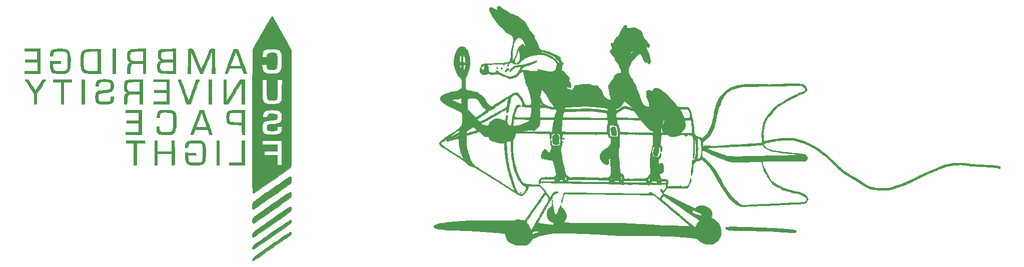
<source format=gbo>
G04 #@! TF.FileFunction,Legend,Bot*
%FSLAX46Y46*%
G04 Gerber Fmt 4.6, Leading zero omitted, Abs format (unit mm)*
G04 Created by KiCad (PCBNEW 0.201507280910+6003~25~ubuntu14.04.1-product) date Thu 20 Aug 2015 03:57:11 BST*
%MOMM*%
G01*
G04 APERTURE LIST*
%ADD10C,0.100000*%
%ADD11C,0.010000*%
G04 APERTURE END LIST*
D10*
D11*
G36*
X85389160Y-141702048D02*
X85241827Y-141789442D01*
X85021414Y-141929781D01*
X84737204Y-142116576D01*
X84398478Y-142343341D01*
X84014519Y-142603588D01*
X83594609Y-142890828D01*
X83148029Y-143198575D01*
X82684061Y-143520340D01*
X82211987Y-143849636D01*
X81741089Y-144179974D01*
X81280649Y-144504868D01*
X80839949Y-144817830D01*
X80428271Y-145112371D01*
X80054897Y-145382005D01*
X79729108Y-145620242D01*
X79460186Y-145820597D01*
X79257414Y-145976580D01*
X79130073Y-146081704D01*
X79090407Y-146122109D01*
X79001866Y-146298373D01*
X78983351Y-146445814D01*
X79035297Y-146540462D01*
X79082468Y-146559577D01*
X79148094Y-146532272D01*
X79294642Y-146447073D01*
X79510877Y-146311284D01*
X79785564Y-146132210D01*
X80107466Y-145917154D01*
X80465350Y-145673422D01*
X80775802Y-145458668D01*
X81243975Y-145132755D01*
X81763368Y-144771458D01*
X82305852Y-144394326D01*
X82843298Y-144020908D01*
X83347576Y-143670752D01*
X83790558Y-143363409D01*
X83835472Y-143332267D01*
X84201397Y-143076341D01*
X84542808Y-142833341D01*
X84847018Y-142612625D01*
X85101345Y-142423546D01*
X85293104Y-142275461D01*
X85409610Y-142177724D01*
X85433016Y-142153982D01*
X85524867Y-142000224D01*
X85557972Y-141847338D01*
X85530920Y-141727376D01*
X85454133Y-141674087D01*
X85389160Y-141702048D01*
X85389160Y-141702048D01*
G37*
X85389160Y-141702048D02*
X85241827Y-141789442D01*
X85021414Y-141929781D01*
X84737204Y-142116576D01*
X84398478Y-142343341D01*
X84014519Y-142603588D01*
X83594609Y-142890828D01*
X83148029Y-143198575D01*
X82684061Y-143520340D01*
X82211987Y-143849636D01*
X81741089Y-144179974D01*
X81280649Y-144504868D01*
X80839949Y-144817830D01*
X80428271Y-145112371D01*
X80054897Y-145382005D01*
X79729108Y-145620242D01*
X79460186Y-145820597D01*
X79257414Y-145976580D01*
X79130073Y-146081704D01*
X79090407Y-146122109D01*
X79001866Y-146298373D01*
X78983351Y-146445814D01*
X79035297Y-146540462D01*
X79082468Y-146559577D01*
X79148094Y-146532272D01*
X79294642Y-146447073D01*
X79510877Y-146311284D01*
X79785564Y-146132210D01*
X80107466Y-145917154D01*
X80465350Y-145673422D01*
X80775802Y-145458668D01*
X81243975Y-145132755D01*
X81763368Y-144771458D01*
X82305852Y-144394326D01*
X82843298Y-144020908D01*
X83347576Y-143670752D01*
X83790558Y-143363409D01*
X83835472Y-143332267D01*
X84201397Y-143076341D01*
X84542808Y-142833341D01*
X84847018Y-142612625D01*
X85101345Y-142423546D01*
X85293104Y-142275461D01*
X85409610Y-142177724D01*
X85433016Y-142153982D01*
X85524867Y-142000224D01*
X85557972Y-141847338D01*
X85530920Y-141727376D01*
X85454133Y-141674087D01*
X85389160Y-141702048D01*
G36*
X85442777Y-139640637D02*
X85379230Y-139675510D01*
X85232642Y-139768542D01*
X85012491Y-139913206D01*
X84728255Y-140102974D01*
X84389413Y-140331321D01*
X84005443Y-140591718D01*
X83585821Y-140877639D01*
X83140026Y-141182557D01*
X82677537Y-141499945D01*
X82207830Y-141823276D01*
X81740384Y-142146023D01*
X81284677Y-142461658D01*
X80850186Y-142763655D01*
X80446390Y-143045487D01*
X80082767Y-143300628D01*
X79768793Y-143522549D01*
X79513949Y-143704723D01*
X79327710Y-143840625D01*
X79219555Y-143923727D01*
X79204717Y-143936497D01*
X79089560Y-144084276D01*
X79012319Y-144263353D01*
X78984246Y-144435187D01*
X79016596Y-144561239D01*
X79020735Y-144566542D01*
X79099017Y-144638277D01*
X79134757Y-144653000D01*
X79187223Y-144621634D01*
X79324490Y-144531112D01*
X79538725Y-144386796D01*
X79822096Y-144194051D01*
X80166770Y-143958239D01*
X80564914Y-143684724D01*
X81008694Y-143378869D01*
X81490279Y-143046038D01*
X82001835Y-142691594D01*
X82189957Y-142561032D01*
X82715825Y-142195154D01*
X83218141Y-141844211D01*
X83688547Y-141514135D01*
X84118683Y-141210862D01*
X84500190Y-140940323D01*
X84824708Y-140708454D01*
X85083878Y-140521187D01*
X85269341Y-140384457D01*
X85372738Y-140304196D01*
X85386333Y-140292181D01*
X85508590Y-140151898D01*
X85560870Y-140010746D01*
X85569777Y-139865792D01*
X85564326Y-139712365D01*
X85537781Y-139644577D01*
X85474855Y-139635325D01*
X85442777Y-139640637D01*
X85442777Y-139640637D01*
G37*
X85442777Y-139640637D02*
X85379230Y-139675510D01*
X85232642Y-139768542D01*
X85012491Y-139913206D01*
X84728255Y-140102974D01*
X84389413Y-140331321D01*
X84005443Y-140591718D01*
X83585821Y-140877639D01*
X83140026Y-141182557D01*
X82677537Y-141499945D01*
X82207830Y-141823276D01*
X81740384Y-142146023D01*
X81284677Y-142461658D01*
X80850186Y-142763655D01*
X80446390Y-143045487D01*
X80082767Y-143300628D01*
X79768793Y-143522549D01*
X79513949Y-143704723D01*
X79327710Y-143840625D01*
X79219555Y-143923727D01*
X79204717Y-143936497D01*
X79089560Y-144084276D01*
X79012319Y-144263353D01*
X78984246Y-144435187D01*
X79016596Y-144561239D01*
X79020735Y-144566542D01*
X79099017Y-144638277D01*
X79134757Y-144653000D01*
X79187223Y-144621634D01*
X79324490Y-144531112D01*
X79538725Y-144386796D01*
X79822096Y-144194051D01*
X80166770Y-143958239D01*
X80564914Y-143684724D01*
X81008694Y-143378869D01*
X81490279Y-143046038D01*
X82001835Y-142691594D01*
X82189957Y-142561032D01*
X82715825Y-142195154D01*
X83218141Y-141844211D01*
X83688547Y-141514135D01*
X84118683Y-141210862D01*
X84500190Y-140940323D01*
X84824708Y-140708454D01*
X85083878Y-140521187D01*
X85269341Y-140384457D01*
X85372738Y-140304196D01*
X85386333Y-140292181D01*
X85508590Y-140151898D01*
X85560870Y-140010746D01*
X85569777Y-139865792D01*
X85564326Y-139712365D01*
X85537781Y-139644577D01*
X85474855Y-139635325D01*
X85442777Y-139640637D01*
G36*
X85304279Y-137491591D02*
X85166039Y-137554090D01*
X84982841Y-137655970D01*
X84748096Y-137800680D01*
X84455217Y-137991671D01*
X84097615Y-138232393D01*
X83668701Y-138526296D01*
X83161889Y-138876830D01*
X82570588Y-139287445D01*
X82408889Y-139399823D01*
X81901417Y-139752808D01*
X81416378Y-140090767D01*
X80962629Y-140407491D01*
X80549030Y-140696768D01*
X80184440Y-140952387D01*
X79877718Y-141168137D01*
X79637724Y-141337808D01*
X79473318Y-141455188D01*
X79395656Y-141512264D01*
X79193087Y-141722980D01*
X79044155Y-141981970D01*
X78970932Y-142247980D01*
X78967017Y-142313378D01*
X78994198Y-142472573D01*
X79064259Y-142586936D01*
X79138567Y-142621000D01*
X79190178Y-142589656D01*
X79326635Y-142499198D01*
X79540121Y-142354983D01*
X79822816Y-142162372D01*
X80166900Y-141926722D01*
X80564554Y-141653393D01*
X81007959Y-141347745D01*
X81489296Y-141015135D01*
X82000746Y-140660923D01*
X82189389Y-140530084D01*
X82715630Y-140163916D01*
X83218373Y-139812100D01*
X83689236Y-139480630D01*
X84119840Y-139175498D01*
X84501807Y-138902696D01*
X84826756Y-138668217D01*
X85086307Y-138478054D01*
X85272082Y-138338199D01*
X85375700Y-138254644D01*
X85389203Y-138241781D01*
X85500701Y-138110662D01*
X85552524Y-137994716D01*
X85562628Y-137841838D01*
X85558536Y-137750364D01*
X85551693Y-137649037D01*
X85539421Y-137566390D01*
X85515132Y-137505871D01*
X85472237Y-137470931D01*
X85404149Y-137465021D01*
X85304279Y-137491591D01*
X85304279Y-137491591D01*
G37*
X85304279Y-137491591D02*
X85166039Y-137554090D01*
X84982841Y-137655970D01*
X84748096Y-137800680D01*
X84455217Y-137991671D01*
X84097615Y-138232393D01*
X83668701Y-138526296D01*
X83161889Y-138876830D01*
X82570588Y-139287445D01*
X82408889Y-139399823D01*
X81901417Y-139752808D01*
X81416378Y-140090767D01*
X80962629Y-140407491D01*
X80549030Y-140696768D01*
X80184440Y-140952387D01*
X79877718Y-141168137D01*
X79637724Y-141337808D01*
X79473318Y-141455188D01*
X79395656Y-141512264D01*
X79193087Y-141722980D01*
X79044155Y-141981970D01*
X78970932Y-142247980D01*
X78967017Y-142313378D01*
X78994198Y-142472573D01*
X79064259Y-142586936D01*
X79138567Y-142621000D01*
X79190178Y-142589656D01*
X79326635Y-142499198D01*
X79540121Y-142354983D01*
X79822816Y-142162372D01*
X80166900Y-141926722D01*
X80564554Y-141653393D01*
X81007959Y-141347745D01*
X81489296Y-141015135D01*
X82000746Y-140660923D01*
X82189389Y-140530084D01*
X82715630Y-140163916D01*
X83218373Y-139812100D01*
X83689236Y-139480630D01*
X84119840Y-139175498D01*
X84501807Y-138902696D01*
X84826756Y-138668217D01*
X85086307Y-138478054D01*
X85272082Y-138338199D01*
X85375700Y-138254644D01*
X85389203Y-138241781D01*
X85500701Y-138110662D01*
X85552524Y-137994716D01*
X85562628Y-137841838D01*
X85558536Y-137750364D01*
X85551693Y-137649037D01*
X85539421Y-137566390D01*
X85515132Y-137505871D01*
X85472237Y-137470931D01*
X85404149Y-137465021D01*
X85304279Y-137491591D01*
G36*
X85347320Y-134969807D02*
X85249361Y-135016976D01*
X85101273Y-135102239D01*
X84897761Y-135229086D01*
X84633532Y-135401006D01*
X84303292Y-135621489D01*
X83901746Y-135894023D01*
X83423599Y-136222099D01*
X82863559Y-136609205D01*
X82296000Y-137003392D01*
X81775985Y-137365736D01*
X81280441Y-137712100D01*
X80817663Y-138036615D01*
X80395947Y-138333413D01*
X80023590Y-138596626D01*
X79708889Y-138820387D01*
X79460140Y-138998826D01*
X79285639Y-139126077D01*
X79193682Y-139196270D01*
X79184962Y-139203838D01*
X79072591Y-139356944D01*
X78998474Y-139552047D01*
X78963045Y-139763024D01*
X78966740Y-139963756D01*
X79009994Y-140128119D01*
X79093241Y-140229992D01*
X79167538Y-140250334D01*
X79224123Y-140218921D01*
X79365444Y-140128237D01*
X79583659Y-139983611D01*
X79870928Y-139790374D01*
X80219408Y-139553856D01*
X80621259Y-139279386D01*
X81068639Y-138972295D01*
X81553706Y-138637913D01*
X82068620Y-138281570D01*
X82295569Y-138124090D01*
X83000929Y-137632679D01*
X83620104Y-137198002D01*
X84151983Y-136820869D01*
X84595450Y-136502087D01*
X84949393Y-136242465D01*
X85212696Y-136042811D01*
X85384247Y-135903934D01*
X85462931Y-135826642D01*
X85464676Y-135823979D01*
X85532787Y-135669463D01*
X85558744Y-135474875D01*
X85556800Y-135311445D01*
X85544537Y-135122650D01*
X85521254Y-135019023D01*
X85474716Y-134972849D01*
X85400444Y-134957243D01*
X85347320Y-134969807D01*
X85347320Y-134969807D01*
G37*
X85347320Y-134969807D02*
X85249361Y-135016976D01*
X85101273Y-135102239D01*
X84897761Y-135229086D01*
X84633532Y-135401006D01*
X84303292Y-135621489D01*
X83901746Y-135894023D01*
X83423599Y-136222099D01*
X82863559Y-136609205D01*
X82296000Y-137003392D01*
X81775985Y-137365736D01*
X81280441Y-137712100D01*
X80817663Y-138036615D01*
X80395947Y-138333413D01*
X80023590Y-138596626D01*
X79708889Y-138820387D01*
X79460140Y-138998826D01*
X79285639Y-139126077D01*
X79193682Y-139196270D01*
X79184962Y-139203838D01*
X79072591Y-139356944D01*
X78998474Y-139552047D01*
X78963045Y-139763024D01*
X78966740Y-139963756D01*
X79009994Y-140128119D01*
X79093241Y-140229992D01*
X79167538Y-140250334D01*
X79224123Y-140218921D01*
X79365444Y-140128237D01*
X79583659Y-139983611D01*
X79870928Y-139790374D01*
X80219408Y-139553856D01*
X80621259Y-139279386D01*
X81068639Y-138972295D01*
X81553706Y-138637913D01*
X82068620Y-138281570D01*
X82295569Y-138124090D01*
X83000929Y-137632679D01*
X83620104Y-137198002D01*
X84151983Y-136820869D01*
X84595450Y-136502087D01*
X84949393Y-136242465D01*
X85212696Y-136042811D01*
X85384247Y-135903934D01*
X85462931Y-135826642D01*
X85464676Y-135823979D01*
X85532787Y-135669463D01*
X85558744Y-135474875D01*
X85556800Y-135311445D01*
X85544537Y-135122650D01*
X85521254Y-135019023D01*
X85474716Y-134972849D01*
X85400444Y-134957243D01*
X85347320Y-134969807D01*
G36*
X85329435Y-132352902D02*
X85176356Y-132443656D01*
X84950207Y-132586776D01*
X84660447Y-132775721D01*
X84316531Y-133003952D01*
X83927916Y-133264929D01*
X83504059Y-133552110D01*
X83054416Y-133858956D01*
X82588445Y-134178927D01*
X82115602Y-134505482D01*
X81645343Y-134832081D01*
X81187125Y-135152185D01*
X80750404Y-135459252D01*
X80344638Y-135746743D01*
X79979284Y-136008118D01*
X79663796Y-136236836D01*
X79407633Y-136426357D01*
X79220252Y-136570140D01*
X79111107Y-136661647D01*
X79088726Y-136685909D01*
X79035140Y-136824738D01*
X78994286Y-137035049D01*
X78970300Y-137275764D01*
X78967315Y-137505804D01*
X78988592Y-137680660D01*
X79056020Y-137796978D01*
X79130701Y-137823222D01*
X79198654Y-137791931D01*
X79348762Y-137702549D01*
X79570763Y-137561820D01*
X79854396Y-137376483D01*
X80189399Y-137153280D01*
X80565511Y-136898953D01*
X80972468Y-136620242D01*
X81175736Y-136479790D01*
X81896833Y-135979955D01*
X82530789Y-135540106D01*
X83083368Y-135156102D01*
X83560334Y-134823801D01*
X83967451Y-134539059D01*
X84310483Y-134297734D01*
X84595194Y-134095684D01*
X84827349Y-133928766D01*
X85012710Y-133792838D01*
X85157042Y-133683757D01*
X85266109Y-133597381D01*
X85345675Y-133529568D01*
X85401504Y-133476175D01*
X85439360Y-133433060D01*
X85463794Y-133398060D01*
X85521099Y-133279608D01*
X85551521Y-133136718D01*
X85560039Y-132935782D01*
X85556643Y-132771445D01*
X85547513Y-132547497D01*
X85533284Y-132413452D01*
X85505973Y-132346361D01*
X85457597Y-132323275D01*
X85399990Y-132321054D01*
X85329435Y-132352902D01*
X85329435Y-132352902D01*
G37*
X85329435Y-132352902D02*
X85176356Y-132443656D01*
X84950207Y-132586776D01*
X84660447Y-132775721D01*
X84316531Y-133003952D01*
X83927916Y-133264929D01*
X83504059Y-133552110D01*
X83054416Y-133858956D01*
X82588445Y-134178927D01*
X82115602Y-134505482D01*
X81645343Y-134832081D01*
X81187125Y-135152185D01*
X80750404Y-135459252D01*
X80344638Y-135746743D01*
X79979284Y-136008118D01*
X79663796Y-136236836D01*
X79407633Y-136426357D01*
X79220252Y-136570140D01*
X79111107Y-136661647D01*
X79088726Y-136685909D01*
X79035140Y-136824738D01*
X78994286Y-137035049D01*
X78970300Y-137275764D01*
X78967315Y-137505804D01*
X78988592Y-137680660D01*
X79056020Y-137796978D01*
X79130701Y-137823222D01*
X79198654Y-137791931D01*
X79348762Y-137702549D01*
X79570763Y-137561820D01*
X79854396Y-137376483D01*
X80189399Y-137153280D01*
X80565511Y-136898953D01*
X80972468Y-136620242D01*
X81175736Y-136479790D01*
X81896833Y-135979955D01*
X82530789Y-135540106D01*
X83083368Y-135156102D01*
X83560334Y-134823801D01*
X83967451Y-134539059D01*
X84310483Y-134297734D01*
X84595194Y-134095684D01*
X84827349Y-133928766D01*
X85012710Y-133792838D01*
X85157042Y-133683757D01*
X85266109Y-133597381D01*
X85345675Y-133529568D01*
X85401504Y-133476175D01*
X85439360Y-133433060D01*
X85463794Y-133398060D01*
X85521099Y-133279608D01*
X85551521Y-133136718D01*
X85560039Y-132935782D01*
X85556643Y-132771445D01*
X85547513Y-132547497D01*
X85533284Y-132413452D01*
X85505973Y-132346361D01*
X85457597Y-132323275D01*
X85399990Y-132321054D01*
X85329435Y-132352902D01*
G36*
X82238374Y-105237945D02*
X82191445Y-105284792D01*
X82143179Y-105355223D01*
X82045969Y-105512822D01*
X81906238Y-105746377D01*
X81730406Y-106044676D01*
X81524894Y-106396504D01*
X81296123Y-106790651D01*
X81050515Y-107215903D01*
X80794489Y-107661049D01*
X80534467Y-108114874D01*
X80276870Y-108566168D01*
X80028119Y-109003716D01*
X79794634Y-109416308D01*
X79582837Y-109792729D01*
X79399149Y-110121768D01*
X79249990Y-110392213D01*
X79141781Y-110592850D01*
X79080943Y-110712466D01*
X79073282Y-110729889D01*
X79064032Y-110766247D01*
X79055467Y-110830309D01*
X79047555Y-110926346D01*
X79040262Y-111058630D01*
X79033555Y-111231431D01*
X79027401Y-111449021D01*
X79021767Y-111715672D01*
X79016620Y-112035654D01*
X79011928Y-112413239D01*
X79007656Y-112852698D01*
X79003773Y-113358302D01*
X79000245Y-113934323D01*
X78997038Y-114585032D01*
X78994121Y-115314700D01*
X78991460Y-116127599D01*
X78989021Y-117028000D01*
X78986773Y-118020174D01*
X78984681Y-119108392D01*
X78982714Y-120296926D01*
X78980837Y-121590047D01*
X78979120Y-122910052D01*
X78977433Y-124452434D01*
X78976348Y-125883338D01*
X78975869Y-127204175D01*
X78976001Y-128416354D01*
X78976750Y-129521286D01*
X78978121Y-130520379D01*
X78980119Y-131415045D01*
X78982749Y-132206692D01*
X78986016Y-132896731D01*
X78989925Y-133486571D01*
X78994482Y-133977623D01*
X78999692Y-134371296D01*
X79005559Y-134669001D01*
X79012090Y-134872146D01*
X79019289Y-134982143D01*
X79023439Y-135003274D01*
X79110426Y-135091535D01*
X79179430Y-135112259D01*
X79241296Y-135080491D01*
X79387706Y-134989324D01*
X79610727Y-134844108D01*
X79902430Y-134650193D01*
X80254884Y-134412930D01*
X80660157Y-134137668D01*
X81110319Y-133829759D01*
X81597439Y-133494551D01*
X82113585Y-133137395D01*
X82338049Y-132981481D01*
X82983052Y-132532135D01*
X83540066Y-132142197D01*
X84014514Y-131807690D01*
X84411822Y-131524637D01*
X84737415Y-131289062D01*
X84996716Y-131096986D01*
X85195151Y-130944434D01*
X85338144Y-130827428D01*
X85431121Y-130741991D01*
X85479505Y-130684146D01*
X85484827Y-130674470D01*
X85495672Y-130641883D01*
X85505566Y-130588315D01*
X85514552Y-130508864D01*
X85522671Y-130398631D01*
X85529964Y-130252717D01*
X85536473Y-130066221D01*
X85542238Y-129834244D01*
X85547302Y-129551887D01*
X85551706Y-129214249D01*
X85555490Y-128816431D01*
X85558697Y-128353533D01*
X85561368Y-127820655D01*
X85563543Y-127212898D01*
X85565266Y-126525362D01*
X85565825Y-126195667D01*
X83989333Y-126195667D01*
X83989333Y-130372556D01*
X83199111Y-130372556D01*
X83199111Y-128679222D01*
X80997777Y-128679222D01*
X80997777Y-128001889D01*
X83199111Y-128001889D01*
X83199111Y-126873000D01*
X80659111Y-126873000D01*
X80659111Y-126195667D01*
X83989333Y-126195667D01*
X85565825Y-126195667D01*
X85566576Y-125753148D01*
X85567515Y-124891355D01*
X85568124Y-123935084D01*
X85568140Y-123881445D01*
X84005657Y-123881445D01*
X83970955Y-124253060D01*
X83906265Y-124597836D01*
X83786850Y-124858753D01*
X83617162Y-125027239D01*
X83551389Y-125060890D01*
X83270916Y-125143543D01*
X82911907Y-125199938D01*
X82506048Y-125228222D01*
X82085022Y-125226544D01*
X81680513Y-125193050D01*
X81568801Y-125176795D01*
X81241801Y-125105619D01*
X81004828Y-125002864D01*
X80843147Y-124851207D01*
X80742021Y-124633325D01*
X80686715Y-124331895D01*
X80670288Y-124120559D01*
X80671893Y-123697239D01*
X80727662Y-123368919D01*
X80837161Y-123137366D01*
X80935040Y-123040911D01*
X81092393Y-122958544D01*
X81316262Y-122889631D01*
X81619657Y-122831416D01*
X82015588Y-122781142D01*
X82282525Y-122755434D01*
X82548424Y-122727935D01*
X82780126Y-122696508D01*
X82949934Y-122665363D01*
X83024074Y-122642719D01*
X83105696Y-122542280D01*
X83154662Y-122366482D01*
X83164587Y-122149756D01*
X83144776Y-121991577D01*
X83083259Y-121850475D01*
X82956849Y-121752990D01*
X82752032Y-121693681D01*
X82455295Y-121667109D01*
X82332489Y-121664576D01*
X82038898Y-121666893D01*
X81837096Y-121685432D01*
X81706228Y-121729045D01*
X81625434Y-121806584D01*
X81573857Y-121926903D01*
X81555363Y-121994409D01*
X81492376Y-122244556D01*
X80717715Y-122244556D01*
X80751057Y-121976445D01*
X80824311Y-121653728D01*
X80950515Y-121391693D01*
X81110666Y-121220008D01*
X81293482Y-121135690D01*
X81561496Y-121071241D01*
X81888462Y-121028518D01*
X82248135Y-121009380D01*
X82614271Y-121015684D01*
X82960624Y-121049288D01*
X83121712Y-121077645D01*
X83434074Y-121164688D01*
X83655339Y-121281033D01*
X83805995Y-121438878D01*
X83847765Y-121509894D01*
X83930725Y-121750120D01*
X83970729Y-122042617D01*
X83969802Y-122354917D01*
X83929971Y-122654553D01*
X83853264Y-122909056D01*
X83749919Y-123077515D01*
X83603539Y-123184815D01*
X83379301Y-123272719D01*
X83067482Y-123343715D01*
X82658356Y-123400294D01*
X82387569Y-123426234D01*
X82041560Y-123459419D01*
X81792569Y-123497908D01*
X81624806Y-123551283D01*
X81522480Y-123629126D01*
X81469802Y-123741020D01*
X81450982Y-123896548D01*
X81449333Y-123995635D01*
X81460790Y-124219113D01*
X81499998Y-124362353D01*
X81553416Y-124437083D01*
X81694821Y-124515751D01*
X81914671Y-124568276D01*
X82181630Y-124594644D01*
X82464358Y-124594845D01*
X82731519Y-124568865D01*
X82951775Y-124516694D01*
X83093789Y-124438319D01*
X83094443Y-124437668D01*
X83178161Y-124280141D01*
X83199111Y-124107222D01*
X83199111Y-123881445D01*
X84005657Y-123881445D01*
X85568140Y-123881445D01*
X85568446Y-122879435D01*
X85568520Y-121719508D01*
X85568438Y-120768470D01*
X85567763Y-115866334D01*
X83996686Y-115866334D01*
X83978898Y-117602000D01*
X83973037Y-118103422D01*
X83966360Y-118504507D01*
X83958135Y-118817807D01*
X83947634Y-119055874D01*
X83934126Y-119231261D01*
X83916882Y-119356519D01*
X83895171Y-119444200D01*
X83868264Y-119506856D01*
X83868112Y-119507133D01*
X83702206Y-119735916D01*
X83484272Y-119888842D01*
X83302470Y-119959382D01*
X83115864Y-119996182D01*
X82848270Y-120021695D01*
X82531057Y-120035584D01*
X82195593Y-120037516D01*
X81873248Y-120027155D01*
X81595389Y-120004166D01*
X81438972Y-119979283D01*
X81134865Y-119863334D01*
X80898224Y-119667320D01*
X80744245Y-119404889D01*
X80721688Y-119335018D01*
X80702241Y-119204731D01*
X80686024Y-118971272D01*
X80673365Y-118644322D01*
X80664590Y-118233560D01*
X80660026Y-117748666D01*
X80659426Y-117489111D01*
X80659111Y-115866334D01*
X81449333Y-115866334D01*
X81449333Y-117468747D01*
X81448532Y-117977946D01*
X81449611Y-118385552D01*
X81457793Y-118702813D01*
X81478301Y-118940976D01*
X81516358Y-119111288D01*
X81577186Y-119224996D01*
X81666009Y-119293346D01*
X81788049Y-119327587D01*
X81948529Y-119338964D01*
X82152672Y-119338725D01*
X82317219Y-119337667D01*
X82608500Y-119335139D01*
X82808722Y-119325615D01*
X82939641Y-119306185D01*
X83023014Y-119273939D01*
X83070095Y-119236962D01*
X83099538Y-119199012D01*
X83122979Y-119142071D01*
X83141285Y-119053389D01*
X83155323Y-118920218D01*
X83165961Y-118729808D01*
X83174066Y-118469410D01*
X83180506Y-118126275D01*
X83186148Y-117687654D01*
X83188179Y-117501296D01*
X83205469Y-115866334D01*
X83996686Y-115866334D01*
X85567763Y-115866334D01*
X85567316Y-112615135D01*
X83979999Y-112615135D01*
X83971386Y-113020777D01*
X83947865Y-113416601D01*
X83909951Y-113778338D01*
X83858158Y-114081719D01*
X83793089Y-114302267D01*
X83660736Y-114524759D01*
X83467432Y-114684510D01*
X83196105Y-114792277D01*
X82930893Y-114845494D01*
X82258411Y-114896490D01*
X81593330Y-114847855D01*
X81250734Y-114775293D01*
X80997936Y-114660629D01*
X80820848Y-114488357D01*
X80705381Y-114242966D01*
X80637449Y-113908950D01*
X80623383Y-113780107D01*
X80586456Y-113382778D01*
X81379881Y-113382778D01*
X81418854Y-113694704D01*
X81457053Y-113893336D01*
X81526493Y-114028833D01*
X81647555Y-114115824D01*
X81840617Y-114168941D01*
X82126060Y-114202816D01*
X82126666Y-114202868D01*
X82502038Y-114211009D01*
X82785195Y-114161452D01*
X82981961Y-114052466D01*
X83082222Y-113919000D01*
X83112236Y-113798441D01*
X83135953Y-113589152D01*
X83153189Y-113315128D01*
X83163758Y-113000361D01*
X83167473Y-112668846D01*
X83164149Y-112344576D01*
X83153600Y-112051545D01*
X83135641Y-111813747D01*
X83110085Y-111655175D01*
X83099994Y-111624422D01*
X82996841Y-111491349D01*
X82814285Y-111404611D01*
X82543748Y-111361872D01*
X82176653Y-111360793D01*
X82139243Y-111362625D01*
X81843074Y-111391273D01*
X81642302Y-111448443D01*
X81520679Y-111545967D01*
X81461953Y-111695680D01*
X81449333Y-111865031D01*
X81449333Y-112084556D01*
X80643655Y-112084556D01*
X80672321Y-111727436D01*
X80724430Y-111379867D01*
X80823004Y-111121836D01*
X80977265Y-110936312D01*
X81163046Y-110821049D01*
X81285666Y-110771079D01*
X81415376Y-110737086D01*
X81577122Y-110716151D01*
X81795852Y-110705355D01*
X82096513Y-110701776D01*
X82183111Y-110701667D01*
X82644672Y-110712674D01*
X83010051Y-110749730D01*
X83294172Y-110818886D01*
X83511957Y-110926196D01*
X83678328Y-111077711D01*
X83808207Y-111279484D01*
X83855077Y-111379770D01*
X83911243Y-111581993D01*
X83950443Y-111871475D01*
X83973190Y-112223945D01*
X83979999Y-112615135D01*
X85567316Y-112615135D01*
X85567098Y-111040334D01*
X85437109Y-110729889D01*
X85384428Y-110620436D01*
X85284469Y-110428288D01*
X85143511Y-110164677D01*
X84967835Y-109840838D01*
X84763719Y-109468005D01*
X84537445Y-109057412D01*
X84295290Y-108620292D01*
X84043537Y-108167881D01*
X83788463Y-107711411D01*
X83536349Y-107262117D01*
X83293474Y-106831234D01*
X83066119Y-106429994D01*
X82860563Y-106069631D01*
X82683086Y-105761381D01*
X82539967Y-105516477D01*
X82437486Y-105346152D01*
X82381924Y-105261642D01*
X82377549Y-105256570D01*
X82307023Y-105206893D01*
X82238374Y-105237945D01*
X82238374Y-105237945D01*
G37*
X82238374Y-105237945D02*
X82191445Y-105284792D01*
X82143179Y-105355223D01*
X82045969Y-105512822D01*
X81906238Y-105746377D01*
X81730406Y-106044676D01*
X81524894Y-106396504D01*
X81296123Y-106790651D01*
X81050515Y-107215903D01*
X80794489Y-107661049D01*
X80534467Y-108114874D01*
X80276870Y-108566168D01*
X80028119Y-109003716D01*
X79794634Y-109416308D01*
X79582837Y-109792729D01*
X79399149Y-110121768D01*
X79249990Y-110392213D01*
X79141781Y-110592850D01*
X79080943Y-110712466D01*
X79073282Y-110729889D01*
X79064032Y-110766247D01*
X79055467Y-110830309D01*
X79047555Y-110926346D01*
X79040262Y-111058630D01*
X79033555Y-111231431D01*
X79027401Y-111449021D01*
X79021767Y-111715672D01*
X79016620Y-112035654D01*
X79011928Y-112413239D01*
X79007656Y-112852698D01*
X79003773Y-113358302D01*
X79000245Y-113934323D01*
X78997038Y-114585032D01*
X78994121Y-115314700D01*
X78991460Y-116127599D01*
X78989021Y-117028000D01*
X78986773Y-118020174D01*
X78984681Y-119108392D01*
X78982714Y-120296926D01*
X78980837Y-121590047D01*
X78979120Y-122910052D01*
X78977433Y-124452434D01*
X78976348Y-125883338D01*
X78975869Y-127204175D01*
X78976001Y-128416354D01*
X78976750Y-129521286D01*
X78978121Y-130520379D01*
X78980119Y-131415045D01*
X78982749Y-132206692D01*
X78986016Y-132896731D01*
X78989925Y-133486571D01*
X78994482Y-133977623D01*
X78999692Y-134371296D01*
X79005559Y-134669001D01*
X79012090Y-134872146D01*
X79019289Y-134982143D01*
X79023439Y-135003274D01*
X79110426Y-135091535D01*
X79179430Y-135112259D01*
X79241296Y-135080491D01*
X79387706Y-134989324D01*
X79610727Y-134844108D01*
X79902430Y-134650193D01*
X80254884Y-134412930D01*
X80660157Y-134137668D01*
X81110319Y-133829759D01*
X81597439Y-133494551D01*
X82113585Y-133137395D01*
X82338049Y-132981481D01*
X82983052Y-132532135D01*
X83540066Y-132142197D01*
X84014514Y-131807690D01*
X84411822Y-131524637D01*
X84737415Y-131289062D01*
X84996716Y-131096986D01*
X85195151Y-130944434D01*
X85338144Y-130827428D01*
X85431121Y-130741991D01*
X85479505Y-130684146D01*
X85484827Y-130674470D01*
X85495672Y-130641883D01*
X85505566Y-130588315D01*
X85514552Y-130508864D01*
X85522671Y-130398631D01*
X85529964Y-130252717D01*
X85536473Y-130066221D01*
X85542238Y-129834244D01*
X85547302Y-129551887D01*
X85551706Y-129214249D01*
X85555490Y-128816431D01*
X85558697Y-128353533D01*
X85561368Y-127820655D01*
X85563543Y-127212898D01*
X85565266Y-126525362D01*
X85565825Y-126195667D01*
X83989333Y-126195667D01*
X83989333Y-130372556D01*
X83199111Y-130372556D01*
X83199111Y-128679222D01*
X80997777Y-128679222D01*
X80997777Y-128001889D01*
X83199111Y-128001889D01*
X83199111Y-126873000D01*
X80659111Y-126873000D01*
X80659111Y-126195667D01*
X83989333Y-126195667D01*
X85565825Y-126195667D01*
X85566576Y-125753148D01*
X85567515Y-124891355D01*
X85568124Y-123935084D01*
X85568140Y-123881445D01*
X84005657Y-123881445D01*
X83970955Y-124253060D01*
X83906265Y-124597836D01*
X83786850Y-124858753D01*
X83617162Y-125027239D01*
X83551389Y-125060890D01*
X83270916Y-125143543D01*
X82911907Y-125199938D01*
X82506048Y-125228222D01*
X82085022Y-125226544D01*
X81680513Y-125193050D01*
X81568801Y-125176795D01*
X81241801Y-125105619D01*
X81004828Y-125002864D01*
X80843147Y-124851207D01*
X80742021Y-124633325D01*
X80686715Y-124331895D01*
X80670288Y-124120559D01*
X80671893Y-123697239D01*
X80727662Y-123368919D01*
X80837161Y-123137366D01*
X80935040Y-123040911D01*
X81092393Y-122958544D01*
X81316262Y-122889631D01*
X81619657Y-122831416D01*
X82015588Y-122781142D01*
X82282525Y-122755434D01*
X82548424Y-122727935D01*
X82780126Y-122696508D01*
X82949934Y-122665363D01*
X83024074Y-122642719D01*
X83105696Y-122542280D01*
X83154662Y-122366482D01*
X83164587Y-122149756D01*
X83144776Y-121991577D01*
X83083259Y-121850475D01*
X82956849Y-121752990D01*
X82752032Y-121693681D01*
X82455295Y-121667109D01*
X82332489Y-121664576D01*
X82038898Y-121666893D01*
X81837096Y-121685432D01*
X81706228Y-121729045D01*
X81625434Y-121806584D01*
X81573857Y-121926903D01*
X81555363Y-121994409D01*
X81492376Y-122244556D01*
X80717715Y-122244556D01*
X80751057Y-121976445D01*
X80824311Y-121653728D01*
X80950515Y-121391693D01*
X81110666Y-121220008D01*
X81293482Y-121135690D01*
X81561496Y-121071241D01*
X81888462Y-121028518D01*
X82248135Y-121009380D01*
X82614271Y-121015684D01*
X82960624Y-121049288D01*
X83121712Y-121077645D01*
X83434074Y-121164688D01*
X83655339Y-121281033D01*
X83805995Y-121438878D01*
X83847765Y-121509894D01*
X83930725Y-121750120D01*
X83970729Y-122042617D01*
X83969802Y-122354917D01*
X83929971Y-122654553D01*
X83853264Y-122909056D01*
X83749919Y-123077515D01*
X83603539Y-123184815D01*
X83379301Y-123272719D01*
X83067482Y-123343715D01*
X82658356Y-123400294D01*
X82387569Y-123426234D01*
X82041560Y-123459419D01*
X81792569Y-123497908D01*
X81624806Y-123551283D01*
X81522480Y-123629126D01*
X81469802Y-123741020D01*
X81450982Y-123896548D01*
X81449333Y-123995635D01*
X81460790Y-124219113D01*
X81499998Y-124362353D01*
X81553416Y-124437083D01*
X81694821Y-124515751D01*
X81914671Y-124568276D01*
X82181630Y-124594644D01*
X82464358Y-124594845D01*
X82731519Y-124568865D01*
X82951775Y-124516694D01*
X83093789Y-124438319D01*
X83094443Y-124437668D01*
X83178161Y-124280141D01*
X83199111Y-124107222D01*
X83199111Y-123881445D01*
X84005657Y-123881445D01*
X85568140Y-123881445D01*
X85568446Y-122879435D01*
X85568520Y-121719508D01*
X85568438Y-120768470D01*
X85567763Y-115866334D01*
X83996686Y-115866334D01*
X83978898Y-117602000D01*
X83973037Y-118103422D01*
X83966360Y-118504507D01*
X83958135Y-118817807D01*
X83947634Y-119055874D01*
X83934126Y-119231261D01*
X83916882Y-119356519D01*
X83895171Y-119444200D01*
X83868264Y-119506856D01*
X83868112Y-119507133D01*
X83702206Y-119735916D01*
X83484272Y-119888842D01*
X83302470Y-119959382D01*
X83115864Y-119996182D01*
X82848270Y-120021695D01*
X82531057Y-120035584D01*
X82195593Y-120037516D01*
X81873248Y-120027155D01*
X81595389Y-120004166D01*
X81438972Y-119979283D01*
X81134865Y-119863334D01*
X80898224Y-119667320D01*
X80744245Y-119404889D01*
X80721688Y-119335018D01*
X80702241Y-119204731D01*
X80686024Y-118971272D01*
X80673365Y-118644322D01*
X80664590Y-118233560D01*
X80660026Y-117748666D01*
X80659426Y-117489111D01*
X80659111Y-115866334D01*
X81449333Y-115866334D01*
X81449333Y-117468747D01*
X81448532Y-117977946D01*
X81449611Y-118385552D01*
X81457793Y-118702813D01*
X81478301Y-118940976D01*
X81516358Y-119111288D01*
X81577186Y-119224996D01*
X81666009Y-119293346D01*
X81788049Y-119327587D01*
X81948529Y-119338964D01*
X82152672Y-119338725D01*
X82317219Y-119337667D01*
X82608500Y-119335139D01*
X82808722Y-119325615D01*
X82939641Y-119306185D01*
X83023014Y-119273939D01*
X83070095Y-119236962D01*
X83099538Y-119199012D01*
X83122979Y-119142071D01*
X83141285Y-119053389D01*
X83155323Y-118920218D01*
X83165961Y-118729808D01*
X83174066Y-118469410D01*
X83180506Y-118126275D01*
X83186148Y-117687654D01*
X83188179Y-117501296D01*
X83205469Y-115866334D01*
X83996686Y-115866334D01*
X85567763Y-115866334D01*
X85567316Y-112615135D01*
X83979999Y-112615135D01*
X83971386Y-113020777D01*
X83947865Y-113416601D01*
X83909951Y-113778338D01*
X83858158Y-114081719D01*
X83793089Y-114302267D01*
X83660736Y-114524759D01*
X83467432Y-114684510D01*
X83196105Y-114792277D01*
X82930893Y-114845494D01*
X82258411Y-114896490D01*
X81593330Y-114847855D01*
X81250734Y-114775293D01*
X80997936Y-114660629D01*
X80820848Y-114488357D01*
X80705381Y-114242966D01*
X80637449Y-113908950D01*
X80623383Y-113780107D01*
X80586456Y-113382778D01*
X81379881Y-113382778D01*
X81418854Y-113694704D01*
X81457053Y-113893336D01*
X81526493Y-114028833D01*
X81647555Y-114115824D01*
X81840617Y-114168941D01*
X82126060Y-114202816D01*
X82126666Y-114202868D01*
X82502038Y-114211009D01*
X82785195Y-114161452D01*
X82981961Y-114052466D01*
X83082222Y-113919000D01*
X83112236Y-113798441D01*
X83135953Y-113589152D01*
X83153189Y-113315128D01*
X83163758Y-113000361D01*
X83167473Y-112668846D01*
X83164149Y-112344576D01*
X83153600Y-112051545D01*
X83135641Y-111813747D01*
X83110085Y-111655175D01*
X83099994Y-111624422D01*
X82996841Y-111491349D01*
X82814285Y-111404611D01*
X82543748Y-111361872D01*
X82176653Y-111360793D01*
X82139243Y-111362625D01*
X81843074Y-111391273D01*
X81642302Y-111448443D01*
X81520679Y-111545967D01*
X81461953Y-111695680D01*
X81449333Y-111865031D01*
X81449333Y-112084556D01*
X80643655Y-112084556D01*
X80672321Y-111727436D01*
X80724430Y-111379867D01*
X80823004Y-111121836D01*
X80977265Y-110936312D01*
X81163046Y-110821049D01*
X81285666Y-110771079D01*
X81415376Y-110737086D01*
X81577122Y-110716151D01*
X81795852Y-110705355D01*
X82096513Y-110701776D01*
X82183111Y-110701667D01*
X82644672Y-110712674D01*
X83010051Y-110749730D01*
X83294172Y-110818886D01*
X83511957Y-110926196D01*
X83678328Y-111077711D01*
X83808207Y-111279484D01*
X83855077Y-111379770D01*
X83911243Y-111581993D01*
X83950443Y-111871475D01*
X83973190Y-112223945D01*
X83979999Y-112615135D01*
X85567316Y-112615135D01*
X85567098Y-111040334D01*
X85437109Y-110729889D01*
X85384428Y-110620436D01*
X85284469Y-110428288D01*
X85143511Y-110164677D01*
X84967835Y-109840838D01*
X84763719Y-109468005D01*
X84537445Y-109057412D01*
X84295290Y-108620292D01*
X84043537Y-108167881D01*
X83788463Y-107711411D01*
X83536349Y-107262117D01*
X83293474Y-106831234D01*
X83066119Y-106429994D01*
X82860563Y-106069631D01*
X82683086Y-105761381D01*
X82539967Y-105516477D01*
X82437486Y-105346152D01*
X82381924Y-105261642D01*
X82377549Y-105256570D01*
X82307023Y-105206893D01*
X82238374Y-105237945D01*
G36*
X69028280Y-126205817D02*
X68602628Y-126226387D01*
X68275583Y-126266667D01*
X68033380Y-126335565D01*
X67862254Y-126441993D01*
X67748442Y-126594859D01*
X67678178Y-126803074D01*
X67637698Y-127075548D01*
X67634644Y-127107930D01*
X67604765Y-127437445D01*
X68057456Y-127437445D01*
X68094283Y-127159829D01*
X68138057Y-126966025D01*
X68205717Y-126799719D01*
X68237636Y-126750607D01*
X68282004Y-126701266D01*
X68334687Y-126666103D01*
X68414019Y-126642720D01*
X68538334Y-126628718D01*
X68725967Y-126621698D01*
X68995252Y-126619263D01*
X69243577Y-126619000D01*
X69626753Y-126622171D01*
X69911526Y-126632408D01*
X70112225Y-126650795D01*
X70243178Y-126678416D01*
X70291336Y-126698294D01*
X70381640Y-126760464D01*
X70451691Y-126847853D01*
X70503923Y-126974136D01*
X70540772Y-127152988D01*
X70564673Y-127398082D01*
X70578061Y-127723094D01*
X70583370Y-128141697D01*
X70583777Y-128340556D01*
X70581963Y-128813355D01*
X70569884Y-129185377D01*
X70537591Y-129468732D01*
X70475132Y-129675532D01*
X70372555Y-129817887D01*
X70219911Y-129907909D01*
X70007247Y-129957708D01*
X69724614Y-129979396D01*
X69362058Y-129985083D01*
X69232203Y-129985490D01*
X68850937Y-129978101D01*
X68567317Y-129951327D01*
X68367209Y-129901560D01*
X68236480Y-129825195D01*
X68160994Y-129718626D01*
X68158005Y-129711421D01*
X68135427Y-129609694D01*
X68111665Y-129429618D01*
X68091045Y-129205597D01*
X68086765Y-129144889D01*
X68056087Y-128679222D01*
X69433819Y-128679222D01*
X69416132Y-128495778D01*
X69398444Y-128312334D01*
X68509444Y-128296789D01*
X67620444Y-128281245D01*
X67620444Y-128743721D01*
X67636478Y-129220567D01*
X67687301Y-129598520D01*
X67776991Y-129887322D01*
X67909628Y-130096713D01*
X68089293Y-130236433D01*
X68274747Y-130305891D01*
X68515307Y-130347896D01*
X68830272Y-130377107D01*
X69181720Y-130391963D01*
X69531727Y-130390899D01*
X69842369Y-130372354D01*
X69855292Y-130371033D01*
X70264962Y-130299791D01*
X70574625Y-130182482D01*
X70782782Y-130019797D01*
X70853906Y-129910290D01*
X70952137Y-129616069D01*
X71018308Y-129214775D01*
X71052459Y-128706030D01*
X71054628Y-128089453D01*
X71051813Y-127973667D01*
X71039524Y-127611869D01*
X71024085Y-127341435D01*
X71002891Y-127140842D01*
X70973334Y-126988564D01*
X70932808Y-126863079D01*
X70911075Y-126811355D01*
X70796321Y-126609039D01*
X70645378Y-126452467D01*
X70445308Y-126337477D01*
X70183175Y-126259908D01*
X69846041Y-126215600D01*
X69420971Y-126200392D01*
X69028280Y-126205817D01*
X69028280Y-126205817D01*
G37*
X69028280Y-126205817D02*
X68602628Y-126226387D01*
X68275583Y-126266667D01*
X68033380Y-126335565D01*
X67862254Y-126441993D01*
X67748442Y-126594859D01*
X67678178Y-126803074D01*
X67637698Y-127075548D01*
X67634644Y-127107930D01*
X67604765Y-127437445D01*
X68057456Y-127437445D01*
X68094283Y-127159829D01*
X68138057Y-126966025D01*
X68205717Y-126799719D01*
X68237636Y-126750607D01*
X68282004Y-126701266D01*
X68334687Y-126666103D01*
X68414019Y-126642720D01*
X68538334Y-126628718D01*
X68725967Y-126621698D01*
X68995252Y-126619263D01*
X69243577Y-126619000D01*
X69626753Y-126622171D01*
X69911526Y-126632408D01*
X70112225Y-126650795D01*
X70243178Y-126678416D01*
X70291336Y-126698294D01*
X70381640Y-126760464D01*
X70451691Y-126847853D01*
X70503923Y-126974136D01*
X70540772Y-127152988D01*
X70564673Y-127398082D01*
X70578061Y-127723094D01*
X70583370Y-128141697D01*
X70583777Y-128340556D01*
X70581963Y-128813355D01*
X70569884Y-129185377D01*
X70537591Y-129468732D01*
X70475132Y-129675532D01*
X70372555Y-129817887D01*
X70219911Y-129907909D01*
X70007247Y-129957708D01*
X69724614Y-129979396D01*
X69362058Y-129985083D01*
X69232203Y-129985490D01*
X68850937Y-129978101D01*
X68567317Y-129951327D01*
X68367209Y-129901560D01*
X68236480Y-129825195D01*
X68160994Y-129718626D01*
X68158005Y-129711421D01*
X68135427Y-129609694D01*
X68111665Y-129429618D01*
X68091045Y-129205597D01*
X68086765Y-129144889D01*
X68056087Y-128679222D01*
X69433819Y-128679222D01*
X69416132Y-128495778D01*
X69398444Y-128312334D01*
X68509444Y-128296789D01*
X67620444Y-128281245D01*
X67620444Y-128743721D01*
X67636478Y-129220567D01*
X67687301Y-129598520D01*
X67776991Y-129887322D01*
X67909628Y-130096713D01*
X68089293Y-130236433D01*
X68274747Y-130305891D01*
X68515307Y-130347896D01*
X68830272Y-130377107D01*
X69181720Y-130391963D01*
X69531727Y-130390899D01*
X69842369Y-130372354D01*
X69855292Y-130371033D01*
X70264962Y-130299791D01*
X70574625Y-130182482D01*
X70782782Y-130019797D01*
X70853906Y-129910290D01*
X70952137Y-129616069D01*
X71018308Y-129214775D01*
X71052459Y-128706030D01*
X71054628Y-128089453D01*
X71051813Y-127973667D01*
X71039524Y-127611869D01*
X71024085Y-127341435D01*
X71002891Y-127140842D01*
X70973334Y-126988564D01*
X70932808Y-126863079D01*
X70911075Y-126811355D01*
X70796321Y-126609039D01*
X70645378Y-126452467D01*
X70445308Y-126337477D01*
X70183175Y-126259908D01*
X69846041Y-126215600D01*
X69420971Y-126200392D01*
X69028280Y-126205817D01*
G36*
X77216000Y-129921000D02*
X75071111Y-129921000D01*
X75071111Y-130372556D01*
X77667555Y-130372556D01*
X77667555Y-126195667D01*
X77216000Y-126195667D01*
X77216000Y-129921000D01*
X77216000Y-129921000D01*
G37*
X77216000Y-129921000D02*
X75071111Y-129921000D01*
X75071111Y-130372556D01*
X77667555Y-130372556D01*
X77667555Y-126195667D01*
X77216000Y-126195667D01*
X77216000Y-129921000D01*
G36*
X72926222Y-130372556D02*
X73377777Y-130372556D01*
X73377777Y-126195667D01*
X72926222Y-126195667D01*
X72926222Y-130372556D01*
X72926222Y-130372556D01*
G37*
X72926222Y-130372556D02*
X73377777Y-130372556D01*
X73377777Y-126195667D01*
X72926222Y-126195667D01*
X72926222Y-130372556D01*
G36*
X65306222Y-128058334D02*
X62879111Y-128058334D01*
X62879111Y-126195667D01*
X62427555Y-126195667D01*
X62427555Y-130372556D01*
X62879111Y-130372556D01*
X62879111Y-128453445D01*
X65306222Y-128453445D01*
X65306222Y-130372556D01*
X65533771Y-130372556D01*
X65689651Y-130356126D01*
X65780745Y-130313974D01*
X65788509Y-130301705D01*
X65794408Y-130230523D01*
X65799043Y-130059747D01*
X65802332Y-129802665D01*
X65804199Y-129472562D01*
X65804563Y-129082729D01*
X65803345Y-128646452D01*
X65800848Y-128227371D01*
X65786000Y-126223889D01*
X65546111Y-126206533D01*
X65306222Y-126189176D01*
X65306222Y-128058334D01*
X65306222Y-128058334D01*
G37*
X65306222Y-128058334D02*
X62879111Y-128058334D01*
X62879111Y-126195667D01*
X62427555Y-126195667D01*
X62427555Y-130372556D01*
X62879111Y-130372556D01*
X62879111Y-128453445D01*
X65306222Y-128453445D01*
X65306222Y-130372556D01*
X65533771Y-130372556D01*
X65689651Y-130356126D01*
X65780745Y-130313974D01*
X65788509Y-130301705D01*
X65794408Y-130230523D01*
X65799043Y-130059747D01*
X65802332Y-129802665D01*
X65804199Y-129472562D01*
X65804563Y-129082729D01*
X65803345Y-128646452D01*
X65800848Y-128227371D01*
X65786000Y-126223889D01*
X65546111Y-126206533D01*
X65306222Y-126189176D01*
X65306222Y-128058334D01*
G36*
X57629777Y-126647222D02*
X58928000Y-126647222D01*
X58928000Y-130372556D01*
X59436000Y-130372556D01*
X59436000Y-126647222D01*
X60797481Y-126647222D01*
X60779963Y-126435556D01*
X60762444Y-126223889D01*
X59196111Y-126208885D01*
X57629777Y-126193881D01*
X57629777Y-126647222D01*
X57629777Y-126647222D01*
G37*
X57629777Y-126647222D02*
X58928000Y-126647222D01*
X58928000Y-130372556D01*
X59436000Y-130372556D01*
X59436000Y-126647222D01*
X60797481Y-126647222D01*
X60779963Y-126435556D01*
X60762444Y-126223889D01*
X59196111Y-126208885D01*
X57629777Y-126193881D01*
X57629777Y-126647222D01*
G36*
X63925112Y-121035013D02*
X63679185Y-121043504D01*
X63502396Y-121061087D01*
X63372919Y-121089904D01*
X63271742Y-121130690D01*
X63066226Y-121282121D01*
X62928069Y-121504202D01*
X62850439Y-121809641D01*
X62836141Y-121940593D01*
X62807211Y-122301000D01*
X63258428Y-122301000D01*
X63291443Y-121981117D01*
X63318510Y-121780235D01*
X63362925Y-121634638D01*
X63441162Y-121535641D01*
X63569696Y-121474556D01*
X63765003Y-121442698D01*
X64043557Y-121431380D01*
X64334353Y-121431258D01*
X64650459Y-121438094D01*
X64926546Y-121453042D01*
X65138731Y-121474304D01*
X65263133Y-121500080D01*
X65266619Y-121501455D01*
X65370557Y-121557121D01*
X65450650Y-121636966D01*
X65509448Y-121754457D01*
X65549503Y-121923059D01*
X65573365Y-122156237D01*
X65583584Y-122467458D01*
X65582712Y-122870187D01*
X65578217Y-123146495D01*
X65566617Y-123622907D01*
X65546979Y-123998441D01*
X65511029Y-124285107D01*
X65450496Y-124494917D01*
X65357106Y-124639880D01*
X65222588Y-124732008D01*
X65038669Y-124783310D01*
X64797076Y-124805798D01*
X64489538Y-124811481D01*
X64431333Y-124811638D01*
X64058497Y-124808064D01*
X63781640Y-124793004D01*
X63584092Y-124762300D01*
X63449181Y-124711794D01*
X63360236Y-124637329D01*
X63300587Y-124534745D01*
X63298159Y-124529007D01*
X63246657Y-124345954D01*
X63219184Y-124131798D01*
X63217777Y-124080813D01*
X63217777Y-123825000D01*
X62751376Y-123825000D01*
X62778139Y-124242021D01*
X62821058Y-124579623D01*
X62905585Y-124825080D01*
X63040262Y-124994185D01*
X63233628Y-125102730D01*
X63246000Y-125107209D01*
X63406566Y-125143164D01*
X63650669Y-125173102D01*
X63949063Y-125195903D01*
X64272502Y-125210446D01*
X64591741Y-125215609D01*
X64877533Y-125210272D01*
X65100633Y-125193314D01*
X65174910Y-125181141D01*
X65464584Y-125093786D01*
X65683099Y-124962525D01*
X65842546Y-124771555D01*
X65955017Y-124505069D01*
X66032601Y-124147264D01*
X66048256Y-124039519D01*
X66074625Y-123765511D01*
X66089590Y-123438761D01*
X66093903Y-123081678D01*
X66088317Y-122716673D01*
X66073584Y-122366156D01*
X66050457Y-122052537D01*
X66019687Y-121798225D01*
X65982027Y-121625630D01*
X65965885Y-121585783D01*
X65840040Y-121401310D01*
X65670228Y-121259547D01*
X65443176Y-121156193D01*
X65145613Y-121086946D01*
X64764270Y-121047504D01*
X64285873Y-121033566D01*
X64262000Y-121033470D01*
X63925112Y-121035013D01*
X63925112Y-121035013D01*
G37*
X63925112Y-121035013D02*
X63679185Y-121043504D01*
X63502396Y-121061087D01*
X63372919Y-121089904D01*
X63271742Y-121130690D01*
X63066226Y-121282121D01*
X62928069Y-121504202D01*
X62850439Y-121809641D01*
X62836141Y-121940593D01*
X62807211Y-122301000D01*
X63258428Y-122301000D01*
X63291443Y-121981117D01*
X63318510Y-121780235D01*
X63362925Y-121634638D01*
X63441162Y-121535641D01*
X63569696Y-121474556D01*
X63765003Y-121442698D01*
X64043557Y-121431380D01*
X64334353Y-121431258D01*
X64650459Y-121438094D01*
X64926546Y-121453042D01*
X65138731Y-121474304D01*
X65263133Y-121500080D01*
X65266619Y-121501455D01*
X65370557Y-121557121D01*
X65450650Y-121636966D01*
X65509448Y-121754457D01*
X65549503Y-121923059D01*
X65573365Y-122156237D01*
X65583584Y-122467458D01*
X65582712Y-122870187D01*
X65578217Y-123146495D01*
X65566617Y-123622907D01*
X65546979Y-123998441D01*
X65511029Y-124285107D01*
X65450496Y-124494917D01*
X65357106Y-124639880D01*
X65222588Y-124732008D01*
X65038669Y-124783310D01*
X64797076Y-124805798D01*
X64489538Y-124811481D01*
X64431333Y-124811638D01*
X64058497Y-124808064D01*
X63781640Y-124793004D01*
X63584092Y-124762300D01*
X63449181Y-124711794D01*
X63360236Y-124637329D01*
X63300587Y-124534745D01*
X63298159Y-124529007D01*
X63246657Y-124345954D01*
X63219184Y-124131798D01*
X63217777Y-124080813D01*
X63217777Y-123825000D01*
X62751376Y-123825000D01*
X62778139Y-124242021D01*
X62821058Y-124579623D01*
X62905585Y-124825080D01*
X63040262Y-124994185D01*
X63233628Y-125102730D01*
X63246000Y-125107209D01*
X63406566Y-125143164D01*
X63650669Y-125173102D01*
X63949063Y-125195903D01*
X64272502Y-125210446D01*
X64591741Y-125215609D01*
X64877533Y-125210272D01*
X65100633Y-125193314D01*
X65174910Y-125181141D01*
X65464584Y-125093786D01*
X65683099Y-124962525D01*
X65842546Y-124771555D01*
X65955017Y-124505069D01*
X66032601Y-124147264D01*
X66048256Y-124039519D01*
X66074625Y-123765511D01*
X66089590Y-123438761D01*
X66093903Y-123081678D01*
X66088317Y-122716673D01*
X66073584Y-122366156D01*
X66050457Y-122052537D01*
X66019687Y-121798225D01*
X65982027Y-121625630D01*
X65965885Y-121585783D01*
X65840040Y-121401310D01*
X65670228Y-121259547D01*
X65443176Y-121156193D01*
X65145613Y-121086946D01*
X64764270Y-121047504D01*
X64285873Y-121033566D01*
X64262000Y-121033470D01*
X63925112Y-121035013D01*
G36*
X76411666Y-121069454D02*
X75955577Y-121077771D01*
X75597946Y-121090561D01*
X75324349Y-121111503D01*
X75120358Y-121144276D01*
X74971547Y-121192559D01*
X74863488Y-121260033D01*
X74781757Y-121350377D01*
X74711925Y-121467270D01*
X74691023Y-121508298D01*
X74633157Y-121696301D01*
X74597616Y-121959667D01*
X74584323Y-122263114D01*
X74593202Y-122571360D01*
X74624176Y-122849123D01*
X74677169Y-123061123D01*
X74694472Y-123100972D01*
X74772429Y-123233032D01*
X74868515Y-123334415D01*
X74998341Y-123409694D01*
X75177513Y-123463445D01*
X75421641Y-123500242D01*
X75746333Y-123524661D01*
X76167196Y-123541276D01*
X76200000Y-123542246D01*
X77187777Y-123571000D01*
X77203438Y-124375334D01*
X77219099Y-125179667D01*
X77667555Y-125179667D01*
X77667555Y-121454334D01*
X77216000Y-121454334D01*
X77216000Y-123147667D01*
X76367520Y-123147667D01*
X75978875Y-123143551D01*
X75688006Y-123130429D01*
X75480076Y-123107137D01*
X75340245Y-123072509D01*
X75322939Y-123065730D01*
X75180002Y-122981082D01*
X75086898Y-122855561D01*
X75034949Y-122667776D01*
X75015480Y-122396338D01*
X75014666Y-122305748D01*
X75034809Y-121956027D01*
X75096367Y-121706858D01*
X75201036Y-121553121D01*
X75279268Y-121506747D01*
X75381773Y-121488726D01*
X75574162Y-121473381D01*
X75833443Y-121461872D01*
X76136621Y-121455362D01*
X76316563Y-121454334D01*
X77216000Y-121454334D01*
X77667555Y-121454334D01*
X77667555Y-121051462D01*
X76411666Y-121069454D01*
X76411666Y-121069454D01*
G37*
X76411666Y-121069454D02*
X75955577Y-121077771D01*
X75597946Y-121090561D01*
X75324349Y-121111503D01*
X75120358Y-121144276D01*
X74971547Y-121192559D01*
X74863488Y-121260033D01*
X74781757Y-121350377D01*
X74711925Y-121467270D01*
X74691023Y-121508298D01*
X74633157Y-121696301D01*
X74597616Y-121959667D01*
X74584323Y-122263114D01*
X74593202Y-122571360D01*
X74624176Y-122849123D01*
X74677169Y-123061123D01*
X74694472Y-123100972D01*
X74772429Y-123233032D01*
X74868515Y-123334415D01*
X74998341Y-123409694D01*
X75177513Y-123463445D01*
X75421641Y-123500242D01*
X75746333Y-123524661D01*
X76167196Y-123541276D01*
X76200000Y-123542246D01*
X77187777Y-123571000D01*
X77203438Y-124375334D01*
X77219099Y-125179667D01*
X77667555Y-125179667D01*
X77667555Y-121454334D01*
X77216000Y-121454334D01*
X77216000Y-123147667D01*
X76367520Y-123147667D01*
X75978875Y-123143551D01*
X75688006Y-123130429D01*
X75480076Y-123107137D01*
X75340245Y-123072509D01*
X75322939Y-123065730D01*
X75180002Y-122981082D01*
X75086898Y-122855561D01*
X75034949Y-122667776D01*
X75015480Y-122396338D01*
X75014666Y-122305748D01*
X75034809Y-121956027D01*
X75096367Y-121706858D01*
X75201036Y-121553121D01*
X75279268Y-121506747D01*
X75381773Y-121488726D01*
X75574162Y-121473381D01*
X75833443Y-121461872D01*
X76136621Y-121455362D01*
X76316563Y-121454334D01*
X77216000Y-121454334D01*
X77667555Y-121454334D01*
X77667555Y-121051462D01*
X76411666Y-121069454D01*
G36*
X70027708Y-121087445D02*
X69277575Y-123091222D01*
X69109252Y-123541883D01*
X68954005Y-123959522D01*
X68816177Y-124332305D01*
X68700112Y-124648394D01*
X68610154Y-124895953D01*
X68550647Y-125063147D01*
X68525934Y-125138138D01*
X68525499Y-125140579D01*
X68574240Y-125164760D01*
X68699144Y-125171765D01*
X68762325Y-125168801D01*
X69001094Y-125151445D01*
X69144758Y-124756334D01*
X69288422Y-124361222D01*
X71424291Y-124361222D01*
X71568479Y-124770325D01*
X71712666Y-125179427D01*
X71952555Y-125179547D01*
X72099113Y-125171949D01*
X72183976Y-125152701D01*
X72192444Y-125143086D01*
X72173642Y-125083661D01*
X72120057Y-124930046D01*
X72035920Y-124693983D01*
X71925463Y-124387217D01*
X71792915Y-124021491D01*
X71744775Y-123889320D01*
X71232889Y-123889320D01*
X71179647Y-123905964D01*
X71032718Y-123920151D01*
X70811292Y-123930814D01*
X70534563Y-123936888D01*
X70358000Y-123937889D01*
X70058169Y-123935313D01*
X69802611Y-123928203D01*
X69610521Y-123917489D01*
X69501091Y-123904098D01*
X69483059Y-123895556D01*
X69501320Y-123828452D01*
X69551743Y-123677147D01*
X69627719Y-123459620D01*
X69722638Y-123193851D01*
X69829891Y-122897819D01*
X69942869Y-122589503D01*
X70054962Y-122286883D01*
X70159561Y-122007938D01*
X70250056Y-121770648D01*
X70319839Y-121592991D01*
X70362300Y-121492947D01*
X70371902Y-121477643D01*
X70397280Y-121535740D01*
X70453162Y-121681785D01*
X70532891Y-121897131D01*
X70629808Y-122163127D01*
X70737256Y-122461126D01*
X70848578Y-122772479D01*
X70957116Y-123078538D01*
X71056212Y-123360654D01*
X71139208Y-123600179D01*
X71199448Y-123778463D01*
X71230272Y-123876859D01*
X71232889Y-123889320D01*
X71744775Y-123889320D01*
X71642510Y-123608546D01*
X71478476Y-123160127D01*
X71449247Y-123080415D01*
X70706050Y-121054325D01*
X70027708Y-121087445D01*
X70027708Y-121087445D01*
G37*
X70027708Y-121087445D02*
X69277575Y-123091222D01*
X69109252Y-123541883D01*
X68954005Y-123959522D01*
X68816177Y-124332305D01*
X68700112Y-124648394D01*
X68610154Y-124895953D01*
X68550647Y-125063147D01*
X68525934Y-125138138D01*
X68525499Y-125140579D01*
X68574240Y-125164760D01*
X68699144Y-125171765D01*
X68762325Y-125168801D01*
X69001094Y-125151445D01*
X69144758Y-124756334D01*
X69288422Y-124361222D01*
X71424291Y-124361222D01*
X71568479Y-124770325D01*
X71712666Y-125179427D01*
X71952555Y-125179547D01*
X72099113Y-125171949D01*
X72183976Y-125152701D01*
X72192444Y-125143086D01*
X72173642Y-125083661D01*
X72120057Y-124930046D01*
X72035920Y-124693983D01*
X71925463Y-124387217D01*
X71792915Y-124021491D01*
X71744775Y-123889320D01*
X71232889Y-123889320D01*
X71179647Y-123905964D01*
X71032718Y-123920151D01*
X70811292Y-123930814D01*
X70534563Y-123936888D01*
X70358000Y-123937889D01*
X70058169Y-123935313D01*
X69802611Y-123928203D01*
X69610521Y-123917489D01*
X69501091Y-123904098D01*
X69483059Y-123895556D01*
X69501320Y-123828452D01*
X69551743Y-123677147D01*
X69627719Y-123459620D01*
X69722638Y-123193851D01*
X69829891Y-122897819D01*
X69942869Y-122589503D01*
X70054962Y-122286883D01*
X70159561Y-122007938D01*
X70250056Y-121770648D01*
X70319839Y-121592991D01*
X70362300Y-121492947D01*
X70371902Y-121477643D01*
X70397280Y-121535740D01*
X70453162Y-121681785D01*
X70532891Y-121897131D01*
X70629808Y-122163127D01*
X70737256Y-122461126D01*
X70848578Y-122772479D01*
X70957116Y-123078538D01*
X71056212Y-123360654D01*
X71139208Y-123600179D01*
X71199448Y-123778463D01*
X71230272Y-123876859D01*
X71232889Y-123889320D01*
X71744775Y-123889320D01*
X71642510Y-123608546D01*
X71478476Y-123160127D01*
X71449247Y-123080415D01*
X70706050Y-121054325D01*
X70027708Y-121087445D01*
G36*
X57573333Y-121454334D02*
X59774666Y-121454334D01*
X59774666Y-122865445D01*
X57686222Y-122865445D01*
X57686222Y-123260556D01*
X59774666Y-123260556D01*
X59774666Y-124784556D01*
X57573333Y-124784556D01*
X57573333Y-125179667D01*
X60226222Y-125179667D01*
X60226222Y-121059222D01*
X57573333Y-121059222D01*
X57573333Y-121454334D01*
X57573333Y-121454334D01*
G37*
X57573333Y-121454334D02*
X59774666Y-121454334D01*
X59774666Y-122865445D01*
X57686222Y-122865445D01*
X57686222Y-123260556D01*
X59774666Y-123260556D01*
X59774666Y-124784556D01*
X57573333Y-124784556D01*
X57573333Y-125179667D01*
X60226222Y-125179667D01*
X60226222Y-121059222D01*
X57573333Y-121059222D01*
X57573333Y-121454334D01*
G36*
X75776037Y-117703937D02*
X75524070Y-118115770D01*
X75289494Y-118496888D01*
X75078995Y-118836606D01*
X74899257Y-119124235D01*
X74756962Y-119349088D01*
X74658796Y-119500478D01*
X74611441Y-119567717D01*
X74609054Y-119569935D01*
X74598087Y-119522639D01*
X74588058Y-119375333D01*
X74579288Y-119140894D01*
X74572100Y-118832200D01*
X74566816Y-118462129D01*
X74563756Y-118043557D01*
X74563111Y-117732331D01*
X74563111Y-115866334D01*
X74111555Y-115866334D01*
X74111555Y-120043222D01*
X74877779Y-120043222D01*
X75948111Y-118289068D01*
X76197010Y-117882125D01*
X76430736Y-117501843D01*
X76641993Y-117159954D01*
X76823484Y-116868193D01*
X76967912Y-116638290D01*
X77067979Y-116481979D01*
X77115344Y-116412290D01*
X77141635Y-116383987D01*
X77162714Y-116379686D01*
X77179170Y-116409849D01*
X77191591Y-116484938D01*
X77200568Y-116615414D01*
X77206688Y-116811739D01*
X77210541Y-117084374D01*
X77212717Y-117443782D01*
X77213804Y-117900423D01*
X77214122Y-118166445D01*
X77216000Y-120043222D01*
X77667555Y-120043222D01*
X77667555Y-115866334D01*
X76897078Y-115866334D01*
X75776037Y-117703937D01*
X75776037Y-117703937D01*
G37*
X75776037Y-117703937D02*
X75524070Y-118115770D01*
X75289494Y-118496888D01*
X75078995Y-118836606D01*
X74899257Y-119124235D01*
X74756962Y-119349088D01*
X74658796Y-119500478D01*
X74611441Y-119567717D01*
X74609054Y-119569935D01*
X74598087Y-119522639D01*
X74588058Y-119375333D01*
X74579288Y-119140894D01*
X74572100Y-118832200D01*
X74566816Y-118462129D01*
X74563756Y-118043557D01*
X74563111Y-117732331D01*
X74563111Y-115866334D01*
X74111555Y-115866334D01*
X74111555Y-120043222D01*
X74877779Y-120043222D01*
X75948111Y-118289068D01*
X76197010Y-117882125D01*
X76430736Y-117501843D01*
X76641993Y-117159954D01*
X76823484Y-116868193D01*
X76967912Y-116638290D01*
X77067979Y-116481979D01*
X77115344Y-116412290D01*
X77141635Y-116383987D01*
X77162714Y-116379686D01*
X77179170Y-116409849D01*
X77191591Y-116484938D01*
X77200568Y-116615414D01*
X77206688Y-116811739D01*
X77210541Y-117084374D01*
X77212717Y-117443782D01*
X77213804Y-117900423D01*
X77214122Y-118166445D01*
X77216000Y-120043222D01*
X77667555Y-120043222D01*
X77667555Y-115866334D01*
X76897078Y-115866334D01*
X75776037Y-117703937D01*
G36*
X71628000Y-120043222D02*
X72079555Y-120043222D01*
X72079555Y-115866334D01*
X71628000Y-115866334D01*
X71628000Y-120043222D01*
X71628000Y-120043222D01*
G37*
X71628000Y-120043222D02*
X72079555Y-120043222D01*
X72079555Y-115866334D01*
X71628000Y-115866334D01*
X71628000Y-120043222D01*
G36*
X68889231Y-117602000D02*
X68739555Y-118027762D01*
X68599975Y-118424356D01*
X68475387Y-118777903D01*
X68370689Y-119074523D01*
X68290778Y-119300334D01*
X68240552Y-119441456D01*
X68227048Y-119478778D01*
X68205424Y-119513727D01*
X68176909Y-119504657D01*
X68136665Y-119440727D01*
X68079854Y-119311096D01*
X68001637Y-119104925D01*
X67897177Y-118811372D01*
X67786185Y-118491000D01*
X67648417Y-118091376D01*
X67502553Y-117669439D01*
X67359964Y-117258005D01*
X67232021Y-116889889D01*
X67135811Y-116614222D01*
X66873948Y-115866334D01*
X66620269Y-115866334D01*
X66465952Y-115872179D01*
X66400611Y-115896962D01*
X66400619Y-115951557D01*
X66405627Y-115965111D01*
X66433194Y-116040182D01*
X66493800Y-116208649D01*
X66582803Y-116457494D01*
X66695559Y-116773700D01*
X66827426Y-117144248D01*
X66973759Y-117556120D01*
X67095182Y-117898334D01*
X67250576Y-118336482D01*
X67395917Y-118746173D01*
X67526400Y-119113871D01*
X67637221Y-119426040D01*
X67723575Y-119669145D01*
X67780656Y-119829650D01*
X67801482Y-119888000D01*
X67842016Y-119975896D01*
X67903834Y-120022329D01*
X68019075Y-120040393D01*
X68182501Y-120043222D01*
X68507737Y-120043222D01*
X69226069Y-118031378D01*
X69388401Y-117576879D01*
X69539436Y-117154290D01*
X69674820Y-116775776D01*
X69790196Y-116453501D01*
X69881211Y-116199628D01*
X69943509Y-116026322D01*
X69972735Y-115945747D01*
X69973795Y-115942933D01*
X69963064Y-115893578D01*
X69869822Y-115870312D01*
X69751126Y-115866334D01*
X69499062Y-115866334D01*
X68889231Y-117602000D01*
X68889231Y-117602000D01*
G37*
X68889231Y-117602000D02*
X68739555Y-118027762D01*
X68599975Y-118424356D01*
X68475387Y-118777903D01*
X68370689Y-119074523D01*
X68290778Y-119300334D01*
X68240552Y-119441456D01*
X68227048Y-119478778D01*
X68205424Y-119513727D01*
X68176909Y-119504657D01*
X68136665Y-119440727D01*
X68079854Y-119311096D01*
X68001637Y-119104925D01*
X67897177Y-118811372D01*
X67786185Y-118491000D01*
X67648417Y-118091376D01*
X67502553Y-117669439D01*
X67359964Y-117258005D01*
X67232021Y-116889889D01*
X67135811Y-116614222D01*
X66873948Y-115866334D01*
X66620269Y-115866334D01*
X66465952Y-115872179D01*
X66400611Y-115896962D01*
X66400619Y-115951557D01*
X66405627Y-115965111D01*
X66433194Y-116040182D01*
X66493800Y-116208649D01*
X66582803Y-116457494D01*
X66695559Y-116773700D01*
X66827426Y-117144248D01*
X66973759Y-117556120D01*
X67095182Y-117898334D01*
X67250576Y-118336482D01*
X67395917Y-118746173D01*
X67526400Y-119113871D01*
X67637221Y-119426040D01*
X67723575Y-119669145D01*
X67780656Y-119829650D01*
X67801482Y-119888000D01*
X67842016Y-119975896D01*
X67903834Y-120022329D01*
X68019075Y-120040393D01*
X68182501Y-120043222D01*
X68507737Y-120043222D01*
X69226069Y-118031378D01*
X69388401Y-117576879D01*
X69539436Y-117154290D01*
X69674820Y-116775776D01*
X69790196Y-116453501D01*
X69881211Y-116199628D01*
X69943509Y-116026322D01*
X69972735Y-115945747D01*
X69973795Y-115942933D01*
X69963064Y-115893578D01*
X69869822Y-115870312D01*
X69751126Y-115866334D01*
X69499062Y-115866334D01*
X68889231Y-117602000D01*
G36*
X62258222Y-116261445D02*
X64459555Y-116261445D01*
X64459555Y-117672556D01*
X62371111Y-117672556D01*
X62371111Y-118067667D01*
X64459555Y-118067667D01*
X64459555Y-119648111D01*
X62251069Y-119648111D01*
X62268757Y-119831556D01*
X62286444Y-120015000D01*
X63598777Y-120030152D01*
X64911111Y-120045303D01*
X64911111Y-115866334D01*
X62258222Y-115866334D01*
X62258222Y-116261445D01*
X62258222Y-116261445D01*
G37*
X62258222Y-116261445D02*
X64459555Y-116261445D01*
X64459555Y-117672556D01*
X62371111Y-117672556D01*
X62371111Y-118067667D01*
X64459555Y-118067667D01*
X64459555Y-119648111D01*
X62251069Y-119648111D01*
X62268757Y-119831556D01*
X62286444Y-120015000D01*
X63598777Y-120030152D01*
X64911111Y-120045303D01*
X64911111Y-115866334D01*
X62258222Y-115866334D01*
X62258222Y-116261445D01*
G36*
X59167889Y-115876498D02*
X58758635Y-115883333D01*
X58445498Y-115891270D01*
X58211707Y-115901883D01*
X58040491Y-115916747D01*
X57915079Y-115937437D01*
X57818701Y-115965526D01*
X57734585Y-116002589D01*
X57714444Y-116012950D01*
X57487904Y-116181669D01*
X57338807Y-116416064D01*
X57258784Y-116730177D01*
X57251784Y-116789237D01*
X57238279Y-117205040D01*
X57287806Y-117553026D01*
X57397069Y-117824660D01*
X57562768Y-118011408D01*
X57758303Y-118100047D01*
X57940222Y-118140726D01*
X57745781Y-118206961D01*
X57588226Y-118274815D01*
X57473584Y-118366708D01*
X57394662Y-118500524D01*
X57344264Y-118694151D01*
X57315195Y-118965475D01*
X57300736Y-119313356D01*
X57282140Y-120043222D01*
X57742666Y-120043222D01*
X57744013Y-119549334D01*
X57756208Y-119165865D01*
X57793009Y-118876870D01*
X57858304Y-118665852D01*
X57955984Y-118516311D01*
X57996859Y-118476889D01*
X58058398Y-118429099D01*
X58127257Y-118395070D01*
X58222609Y-118372478D01*
X58363628Y-118358995D01*
X58569488Y-118352299D01*
X58859363Y-118350062D01*
X59044036Y-118349889D01*
X59944000Y-118349889D01*
X59944000Y-120043222D01*
X60395555Y-120043222D01*
X60395555Y-117954778D01*
X59944000Y-117954778D01*
X59224333Y-117951413D01*
X58921193Y-117946514D01*
X58632079Y-117935690D01*
X58390268Y-117920556D01*
X58232317Y-117903274D01*
X57997215Y-117842489D01*
X57841320Y-117738723D01*
X57748598Y-117571741D01*
X57703018Y-117321304D01*
X57696116Y-117226448D01*
X57700624Y-116877647D01*
X57755457Y-116605220D01*
X57857609Y-116420261D01*
X57930631Y-116361083D01*
X58043082Y-116330901D01*
X58259605Y-116305472D01*
X58571456Y-116285531D01*
X58969891Y-116271816D01*
X58998555Y-116271158D01*
X59944000Y-116250062D01*
X59944000Y-117954778D01*
X60395555Y-117954778D01*
X60395555Y-115858440D01*
X59167889Y-115876498D01*
X59167889Y-115876498D01*
G37*
X59167889Y-115876498D02*
X58758635Y-115883333D01*
X58445498Y-115891270D01*
X58211707Y-115901883D01*
X58040491Y-115916747D01*
X57915079Y-115937437D01*
X57818701Y-115965526D01*
X57734585Y-116002589D01*
X57714444Y-116012950D01*
X57487904Y-116181669D01*
X57338807Y-116416064D01*
X57258784Y-116730177D01*
X57251784Y-116789237D01*
X57238279Y-117205040D01*
X57287806Y-117553026D01*
X57397069Y-117824660D01*
X57562768Y-118011408D01*
X57758303Y-118100047D01*
X57940222Y-118140726D01*
X57745781Y-118206961D01*
X57588226Y-118274815D01*
X57473584Y-118366708D01*
X57394662Y-118500524D01*
X57344264Y-118694151D01*
X57315195Y-118965475D01*
X57300736Y-119313356D01*
X57282140Y-120043222D01*
X57742666Y-120043222D01*
X57744013Y-119549334D01*
X57756208Y-119165865D01*
X57793009Y-118876870D01*
X57858304Y-118665852D01*
X57955984Y-118516311D01*
X57996859Y-118476889D01*
X58058398Y-118429099D01*
X58127257Y-118395070D01*
X58222609Y-118372478D01*
X58363628Y-118358995D01*
X58569488Y-118352299D01*
X58859363Y-118350062D01*
X59044036Y-118349889D01*
X59944000Y-118349889D01*
X59944000Y-120043222D01*
X60395555Y-120043222D01*
X60395555Y-117954778D01*
X59944000Y-117954778D01*
X59224333Y-117951413D01*
X58921193Y-117946514D01*
X58632079Y-117935690D01*
X58390268Y-117920556D01*
X58232317Y-117903274D01*
X57997215Y-117842489D01*
X57841320Y-117738723D01*
X57748598Y-117571741D01*
X57703018Y-117321304D01*
X57696116Y-117226448D01*
X57700624Y-116877647D01*
X57755457Y-116605220D01*
X57857609Y-116420261D01*
X57930631Y-116361083D01*
X58043082Y-116330901D01*
X58259605Y-116305472D01*
X58571456Y-116285531D01*
X58969891Y-116271816D01*
X58998555Y-116271158D01*
X59944000Y-116250062D01*
X59944000Y-117954778D01*
X60395555Y-117954778D01*
X60395555Y-115858440D01*
X59167889Y-115876498D01*
G36*
X53904444Y-115845529D02*
X53474970Y-115857175D01*
X53142950Y-115896057D01*
X52894511Y-115970694D01*
X52715781Y-116089603D01*
X52592887Y-116261301D01*
X52511956Y-116494306D01*
X52468601Y-116727111D01*
X52429972Y-116995222D01*
X52944889Y-116995222D01*
X52944889Y-116775698D01*
X52972387Y-116560275D01*
X53064675Y-116410941D01*
X53236445Y-116314530D01*
X53502386Y-116257879D01*
X53526031Y-116254927D01*
X53821976Y-116234978D01*
X54127443Y-116240882D01*
X54415066Y-116269395D01*
X54657478Y-116317272D01*
X54827314Y-116381269D01*
X54872918Y-116414610D01*
X54966467Y-116570513D01*
X55017922Y-116785442D01*
X55028112Y-117024835D01*
X54997860Y-117254132D01*
X54927993Y-117438772D01*
X54846270Y-117529728D01*
X54737123Y-117568204D01*
X54530791Y-117609397D01*
X54242853Y-117650732D01*
X53888889Y-117689632D01*
X53865119Y-117691906D01*
X53420417Y-117739956D01*
X53075978Y-117796160D01*
X52819190Y-117870614D01*
X52637443Y-117973412D01*
X52518129Y-118114650D01*
X52448636Y-118304423D01*
X52416354Y-118552826D01*
X52408666Y-118857889D01*
X52423449Y-119222844D01*
X52472444Y-119495976D01*
X52562624Y-119695013D01*
X52700959Y-119837686D01*
X52822250Y-119909694D01*
X52994416Y-119962003D01*
X53250683Y-120000976D01*
X53563000Y-120026145D01*
X53903315Y-120037045D01*
X54243578Y-120033208D01*
X54555737Y-120014166D01*
X54811740Y-119979453D01*
X54944074Y-119945022D01*
X55172338Y-119838202D01*
X55325130Y-119696248D01*
X55417831Y-119495827D01*
X55465828Y-119213609D01*
X55471418Y-119145273D01*
X55500057Y-118745000D01*
X55266695Y-118745000D01*
X55119011Y-118750031D01*
X55052161Y-118785027D01*
X55034092Y-118879844D01*
X55033333Y-118962355D01*
X55019621Y-119198250D01*
X54969857Y-119375802D01*
X54871099Y-119502136D01*
X54710404Y-119584380D01*
X54474828Y-119629658D01*
X54151431Y-119645097D01*
X53802199Y-119640213D01*
X53506507Y-119629397D01*
X53301632Y-119615100D01*
X53165505Y-119593532D01*
X53076056Y-119560899D01*
X53011214Y-119513408D01*
X52999791Y-119502328D01*
X52918281Y-119360884D01*
X52861273Y-119144802D01*
X52834342Y-118890733D01*
X52843061Y-118635331D01*
X52855430Y-118553139D01*
X52895609Y-118423227D01*
X52970873Y-118324654D01*
X53096310Y-118251744D01*
X53287009Y-118198821D01*
X53558057Y-118160211D01*
X53924541Y-118130239D01*
X53991029Y-118125991D01*
X54406082Y-118090217D01*
X54725654Y-118037027D01*
X54966593Y-117960213D01*
X55145748Y-117853569D01*
X55279968Y-117710889D01*
X55330619Y-117632547D01*
X55428747Y-117381848D01*
X55472297Y-117085010D01*
X55463830Y-116774593D01*
X55405907Y-116483160D01*
X55301089Y-116243272D01*
X55212757Y-116133851D01*
X55061086Y-116018886D01*
X54877968Y-115936908D01*
X54643722Y-115883578D01*
X54338669Y-115854559D01*
X53943128Y-115845515D01*
X53904444Y-115845529D01*
X53904444Y-115845529D01*
G37*
X53904444Y-115845529D02*
X53474970Y-115857175D01*
X53142950Y-115896057D01*
X52894511Y-115970694D01*
X52715781Y-116089603D01*
X52592887Y-116261301D01*
X52511956Y-116494306D01*
X52468601Y-116727111D01*
X52429972Y-116995222D01*
X52944889Y-116995222D01*
X52944889Y-116775698D01*
X52972387Y-116560275D01*
X53064675Y-116410941D01*
X53236445Y-116314530D01*
X53502386Y-116257879D01*
X53526031Y-116254927D01*
X53821976Y-116234978D01*
X54127443Y-116240882D01*
X54415066Y-116269395D01*
X54657478Y-116317272D01*
X54827314Y-116381269D01*
X54872918Y-116414610D01*
X54966467Y-116570513D01*
X55017922Y-116785442D01*
X55028112Y-117024835D01*
X54997860Y-117254132D01*
X54927993Y-117438772D01*
X54846270Y-117529728D01*
X54737123Y-117568204D01*
X54530791Y-117609397D01*
X54242853Y-117650732D01*
X53888889Y-117689632D01*
X53865119Y-117691906D01*
X53420417Y-117739956D01*
X53075978Y-117796160D01*
X52819190Y-117870614D01*
X52637443Y-117973412D01*
X52518129Y-118114650D01*
X52448636Y-118304423D01*
X52416354Y-118552826D01*
X52408666Y-118857889D01*
X52423449Y-119222844D01*
X52472444Y-119495976D01*
X52562624Y-119695013D01*
X52700959Y-119837686D01*
X52822250Y-119909694D01*
X52994416Y-119962003D01*
X53250683Y-120000976D01*
X53563000Y-120026145D01*
X53903315Y-120037045D01*
X54243578Y-120033208D01*
X54555737Y-120014166D01*
X54811740Y-119979453D01*
X54944074Y-119945022D01*
X55172338Y-119838202D01*
X55325130Y-119696248D01*
X55417831Y-119495827D01*
X55465828Y-119213609D01*
X55471418Y-119145273D01*
X55500057Y-118745000D01*
X55266695Y-118745000D01*
X55119011Y-118750031D01*
X55052161Y-118785027D01*
X55034092Y-118879844D01*
X55033333Y-118962355D01*
X55019621Y-119198250D01*
X54969857Y-119375802D01*
X54871099Y-119502136D01*
X54710404Y-119584380D01*
X54474828Y-119629658D01*
X54151431Y-119645097D01*
X53802199Y-119640213D01*
X53506507Y-119629397D01*
X53301632Y-119615100D01*
X53165505Y-119593532D01*
X53076056Y-119560899D01*
X53011214Y-119513408D01*
X52999791Y-119502328D01*
X52918281Y-119360884D01*
X52861273Y-119144802D01*
X52834342Y-118890733D01*
X52843061Y-118635331D01*
X52855430Y-118553139D01*
X52895609Y-118423227D01*
X52970873Y-118324654D01*
X53096310Y-118251744D01*
X53287009Y-118198821D01*
X53558057Y-118160211D01*
X53924541Y-118130239D01*
X53991029Y-118125991D01*
X54406082Y-118090217D01*
X54725654Y-118037027D01*
X54966593Y-117960213D01*
X55145748Y-117853569D01*
X55279968Y-117710889D01*
X55330619Y-117632547D01*
X55428747Y-117381848D01*
X55472297Y-117085010D01*
X55463830Y-116774593D01*
X55405907Y-116483160D01*
X55301089Y-116243272D01*
X55212757Y-116133851D01*
X55061086Y-116018886D01*
X54877968Y-115936908D01*
X54643722Y-115883578D01*
X54338669Y-115854559D01*
X53943128Y-115845515D01*
X53904444Y-115845529D01*
G36*
X50122666Y-120043222D02*
X50574222Y-120043222D01*
X50574222Y-115866334D01*
X50122666Y-115866334D01*
X50122666Y-120043222D01*
X50122666Y-120043222D01*
G37*
X50122666Y-120043222D02*
X50574222Y-120043222D01*
X50574222Y-115866334D01*
X50122666Y-115866334D01*
X50122666Y-120043222D01*
G36*
X45268444Y-116317889D02*
X46623111Y-116317889D01*
X46623111Y-120043222D01*
X47074666Y-120043222D01*
X47074666Y-116317889D01*
X48429333Y-116317889D01*
X48429333Y-115866334D01*
X45268444Y-115866334D01*
X45268444Y-116317889D01*
X45268444Y-116317889D01*
G37*
X45268444Y-116317889D02*
X46623111Y-116317889D01*
X46623111Y-120043222D01*
X47074666Y-120043222D01*
X47074666Y-116317889D01*
X48429333Y-116317889D01*
X48429333Y-115866334D01*
X45268444Y-115866334D01*
X45268444Y-116317889D01*
G36*
X40679066Y-116190889D02*
X40778086Y-116344986D01*
X40924303Y-116571028D01*
X41103104Y-116846497D01*
X41299876Y-117148874D01*
X41468587Y-117407536D01*
X42051111Y-118299628D01*
X42051111Y-120043222D01*
X42502666Y-120043222D01*
X42502666Y-118291322D01*
X43188781Y-117205828D01*
X43390978Y-116886079D01*
X43576980Y-116592207D01*
X43736922Y-116339780D01*
X43860938Y-116144364D01*
X43939161Y-116021526D01*
X43957273Y-115993334D01*
X44000917Y-115917525D01*
X43988967Y-115880193D01*
X43900847Y-115867780D01*
X43765047Y-115866678D01*
X43490444Y-115867022D01*
X42898975Y-116802661D01*
X42715074Y-117091854D01*
X42550722Y-117347053D01*
X42415713Y-117553311D01*
X42319844Y-117695683D01*
X42272908Y-117759225D01*
X42270966Y-117760883D01*
X42231286Y-117722357D01*
X42141769Y-117601752D01*
X42011951Y-117413003D01*
X41851368Y-117170045D01*
X41669557Y-116886813D01*
X41630440Y-116824900D01*
X41026456Y-115866334D01*
X40472069Y-115866334D01*
X40679066Y-116190889D01*
X40679066Y-116190889D01*
G37*
X40679066Y-116190889D02*
X40778086Y-116344986D01*
X40924303Y-116571028D01*
X41103104Y-116846497D01*
X41299876Y-117148874D01*
X41468587Y-117407536D01*
X42051111Y-118299628D01*
X42051111Y-120043222D01*
X42502666Y-120043222D01*
X42502666Y-118291322D01*
X43188781Y-117205828D01*
X43390978Y-116886079D01*
X43576980Y-116592207D01*
X43736922Y-116339780D01*
X43860938Y-116144364D01*
X43939161Y-116021526D01*
X43957273Y-115993334D01*
X44000917Y-115917525D01*
X43988967Y-115880193D01*
X43900847Y-115867780D01*
X43765047Y-115866678D01*
X43490444Y-115867022D01*
X42898975Y-116802661D01*
X42715074Y-117091854D01*
X42550722Y-117347053D01*
X42415713Y-117553311D01*
X42319844Y-117695683D01*
X42272908Y-117759225D01*
X42270966Y-117760883D01*
X42231286Y-117722357D01*
X42141769Y-117601752D01*
X42011951Y-117413003D01*
X41851368Y-117170045D01*
X41669557Y-116886813D01*
X41630440Y-116824900D01*
X41026456Y-115866334D01*
X40472069Y-115866334D01*
X40679066Y-116190889D01*
G36*
X46132160Y-110685105D02*
X45708763Y-110709331D01*
X45384122Y-110754437D01*
X45144774Y-110828981D01*
X44977262Y-110941519D01*
X44868126Y-111100611D01*
X44803905Y-111314814D01*
X44774438Y-111548348D01*
X44744989Y-111915222D01*
X44978494Y-111915222D01*
X45126428Y-111909149D01*
X45193437Y-111875351D01*
X45211400Y-111790463D01*
X45212000Y-111744076D01*
X45234765Y-111570410D01*
X45289779Y-111386853D01*
X45292157Y-111381085D01*
X45360940Y-111265175D01*
X45466718Y-111180745D01*
X45625434Y-111123554D01*
X45853028Y-111089362D01*
X46165440Y-111073927D01*
X46453777Y-111072056D01*
X46824940Y-111080049D01*
X47101804Y-111104069D01*
X47302488Y-111149809D01*
X47445107Y-111222962D01*
X47547780Y-111329222D01*
X47610152Y-111435445D01*
X47648943Y-111523505D01*
X47677699Y-111621164D01*
X47697893Y-111746187D01*
X47710999Y-111916339D01*
X47718490Y-112149386D01*
X47721841Y-112463094D01*
X47722532Y-112790111D01*
X47720241Y-113268535D01*
X47706717Y-113646076D01*
X47672311Y-113934727D01*
X47607371Y-114146483D01*
X47502248Y-114293337D01*
X47347292Y-114387285D01*
X47132851Y-114440320D01*
X46849276Y-114464436D01*
X46486916Y-114471628D01*
X46369111Y-114472247D01*
X45978230Y-114465478D01*
X45685590Y-114434437D01*
X45477387Y-114368645D01*
X45339819Y-114257623D01*
X45259082Y-114090894D01*
X45221375Y-113857977D01*
X45212832Y-113594445D01*
X45212000Y-113157000D01*
X46510222Y-113157000D01*
X46510222Y-112761889D01*
X44760444Y-112761889D01*
X44760444Y-113323555D01*
X44773972Y-113774532D01*
X44817819Y-114127480D01*
X44896879Y-114394363D01*
X45016048Y-114587139D01*
X45180222Y-114717771D01*
X45360296Y-114789296D01*
X45552778Y-114825150D01*
X45824950Y-114852937D01*
X46143825Y-114871548D01*
X46476418Y-114879871D01*
X46789744Y-114876796D01*
X47050816Y-114861212D01*
X47145115Y-114849405D01*
X47437142Y-114786984D01*
X47667299Y-114694303D01*
X47843475Y-114558405D01*
X47973557Y-114366331D01*
X48065435Y-114105123D01*
X48126998Y-113761822D01*
X48166133Y-113323470D01*
X48175408Y-113157000D01*
X48188746Y-112511872D01*
X48159259Y-111970922D01*
X48086886Y-111533855D01*
X47971564Y-111200372D01*
X47813234Y-110970177D01*
X47704346Y-110885439D01*
X47447608Y-110782534D01*
X47089358Y-110714569D01*
X46635680Y-110682320D01*
X46132160Y-110685105D01*
X46132160Y-110685105D01*
G37*
X46132160Y-110685105D02*
X45708763Y-110709331D01*
X45384122Y-110754437D01*
X45144774Y-110828981D01*
X44977262Y-110941519D01*
X44868126Y-111100611D01*
X44803905Y-111314814D01*
X44774438Y-111548348D01*
X44744989Y-111915222D01*
X44978494Y-111915222D01*
X45126428Y-111909149D01*
X45193437Y-111875351D01*
X45211400Y-111790463D01*
X45212000Y-111744076D01*
X45234765Y-111570410D01*
X45289779Y-111386853D01*
X45292157Y-111381085D01*
X45360940Y-111265175D01*
X45466718Y-111180745D01*
X45625434Y-111123554D01*
X45853028Y-111089362D01*
X46165440Y-111073927D01*
X46453777Y-111072056D01*
X46824940Y-111080049D01*
X47101804Y-111104069D01*
X47302488Y-111149809D01*
X47445107Y-111222962D01*
X47547780Y-111329222D01*
X47610152Y-111435445D01*
X47648943Y-111523505D01*
X47677699Y-111621164D01*
X47697893Y-111746187D01*
X47710999Y-111916339D01*
X47718490Y-112149386D01*
X47721841Y-112463094D01*
X47722532Y-112790111D01*
X47720241Y-113268535D01*
X47706717Y-113646076D01*
X47672311Y-113934727D01*
X47607371Y-114146483D01*
X47502248Y-114293337D01*
X47347292Y-114387285D01*
X47132851Y-114440320D01*
X46849276Y-114464436D01*
X46486916Y-114471628D01*
X46369111Y-114472247D01*
X45978230Y-114465478D01*
X45685590Y-114434437D01*
X45477387Y-114368645D01*
X45339819Y-114257623D01*
X45259082Y-114090894D01*
X45221375Y-113857977D01*
X45212832Y-113594445D01*
X45212000Y-113157000D01*
X46510222Y-113157000D01*
X46510222Y-112761889D01*
X44760444Y-112761889D01*
X44760444Y-113323555D01*
X44773972Y-113774532D01*
X44817819Y-114127480D01*
X44896879Y-114394363D01*
X45016048Y-114587139D01*
X45180222Y-114717771D01*
X45360296Y-114789296D01*
X45552778Y-114825150D01*
X45824950Y-114852937D01*
X46143825Y-114871548D01*
X46476418Y-114879871D01*
X46789744Y-114876796D01*
X47050816Y-114861212D01*
X47145115Y-114849405D01*
X47437142Y-114786984D01*
X47667299Y-114694303D01*
X47843475Y-114558405D01*
X47973557Y-114366331D01*
X48065435Y-114105123D01*
X48126998Y-113761822D01*
X48166133Y-113323470D01*
X48175408Y-113157000D01*
X48188746Y-112511872D01*
X48159259Y-111970922D01*
X48086886Y-111533855D01*
X47971564Y-111200372D01*
X47813234Y-110970177D01*
X47704346Y-110885439D01*
X47447608Y-110782534D01*
X47089358Y-110714569D01*
X46635680Y-110682320D01*
X46132160Y-110685105D01*
G36*
X75093511Y-112731440D02*
X74924878Y-113185300D01*
X74769331Y-113606265D01*
X74631159Y-113982553D01*
X74514649Y-114302384D01*
X74424090Y-114553974D01*
X74363771Y-114725542D01*
X74337978Y-114805307D01*
X74337333Y-114809018D01*
X74387244Y-114834776D01*
X74512455Y-114842279D01*
X74570481Y-114839468D01*
X74803629Y-114822111D01*
X75113379Y-113975445D01*
X76160048Y-113960105D01*
X77206718Y-113944766D01*
X77526444Y-114850040D01*
X77766333Y-114850187D01*
X77912320Y-114841416D01*
X77996117Y-114819184D01*
X78004119Y-114808000D01*
X77984826Y-114747270D01*
X77930742Y-114592382D01*
X77846111Y-114355104D01*
X77735175Y-114047203D01*
X77602177Y-113680446D01*
X77560326Y-113565607D01*
X77046666Y-113565607D01*
X76993386Y-113580164D01*
X76846192Y-113592608D01*
X76624051Y-113602032D01*
X76345931Y-113607524D01*
X76150915Y-113608556D01*
X75255163Y-113608556D01*
X75707578Y-112365589D01*
X75835776Y-112016293D01*
X75951491Y-111706556D01*
X76049176Y-111450781D01*
X76123281Y-111263368D01*
X76168256Y-111158718D01*
X76179137Y-111141767D01*
X76204074Y-111199339D01*
X76259671Y-111344894D01*
X76339281Y-111559865D01*
X76436261Y-111825688D01*
X76543966Y-112123797D01*
X76655750Y-112435626D01*
X76764969Y-112742612D01*
X76864979Y-113026187D01*
X76949134Y-113267788D01*
X77010789Y-113448848D01*
X77043301Y-113550803D01*
X77046666Y-113565607D01*
X77560326Y-113565607D01*
X77451359Y-113266603D01*
X77286965Y-112817440D01*
X77256230Y-112733667D01*
X76510444Y-110701667D01*
X75849689Y-110701667D01*
X75093511Y-112731440D01*
X75093511Y-112731440D01*
G37*
X75093511Y-112731440D02*
X74924878Y-113185300D01*
X74769331Y-113606265D01*
X74631159Y-113982553D01*
X74514649Y-114302384D01*
X74424090Y-114553974D01*
X74363771Y-114725542D01*
X74337978Y-114805307D01*
X74337333Y-114809018D01*
X74387244Y-114834776D01*
X74512455Y-114842279D01*
X74570481Y-114839468D01*
X74803629Y-114822111D01*
X75113379Y-113975445D01*
X76160048Y-113960105D01*
X77206718Y-113944766D01*
X77526444Y-114850040D01*
X77766333Y-114850187D01*
X77912320Y-114841416D01*
X77996117Y-114819184D01*
X78004119Y-114808000D01*
X77984826Y-114747270D01*
X77930742Y-114592382D01*
X77846111Y-114355104D01*
X77735175Y-114047203D01*
X77602177Y-113680446D01*
X77560326Y-113565607D01*
X77046666Y-113565607D01*
X76993386Y-113580164D01*
X76846192Y-113592608D01*
X76624051Y-113602032D01*
X76345931Y-113607524D01*
X76150915Y-113608556D01*
X75255163Y-113608556D01*
X75707578Y-112365589D01*
X75835776Y-112016293D01*
X75951491Y-111706556D01*
X76049176Y-111450781D01*
X76123281Y-111263368D01*
X76168256Y-111158718D01*
X76179137Y-111141767D01*
X76204074Y-111199339D01*
X76259671Y-111344894D01*
X76339281Y-111559865D01*
X76436261Y-111825688D01*
X76543966Y-112123797D01*
X76655750Y-112435626D01*
X76764969Y-112742612D01*
X76864979Y-113026187D01*
X76949134Y-113267788D01*
X77010789Y-113448848D01*
X77043301Y-113550803D01*
X77046666Y-113565607D01*
X77560326Y-113565607D01*
X77451359Y-113266603D01*
X77286965Y-112817440D01*
X77256230Y-112733667D01*
X76510444Y-110701667D01*
X75849689Y-110701667D01*
X75093511Y-112731440D01*
G36*
X71904491Y-110693749D02*
X71835039Y-110730573D01*
X71803582Y-110774657D01*
X71768688Y-110851607D01*
X71696642Y-111019519D01*
X71593100Y-111264897D01*
X71463718Y-111574246D01*
X71314149Y-111934068D01*
X71150051Y-112330870D01*
X71064610Y-112538214D01*
X70897557Y-112943326D01*
X70744217Y-113313706D01*
X70609850Y-113636766D01*
X70499715Y-113899917D01*
X70419073Y-114090570D01*
X70373183Y-114196138D01*
X70364714Y-114213323D01*
X70340025Y-114167410D01*
X70278183Y-114028910D01*
X70184289Y-113809921D01*
X70063444Y-113522538D01*
X69920749Y-113178859D01*
X69761303Y-112790980D01*
X69651886Y-112522824D01*
X69482229Y-112107791D01*
X69324126Y-111724708D01*
X69183048Y-111386552D01*
X69064469Y-111106298D01*
X68973860Y-110896922D01*
X68916695Y-110771399D01*
X68900641Y-110741624D01*
X68809257Y-110697552D01*
X68620304Y-110681982D01*
X68472338Y-110685179D01*
X68100222Y-110701667D01*
X68085415Y-112776000D01*
X68070609Y-114850334D01*
X68522054Y-114850334D01*
X68536916Y-112945575D01*
X68551777Y-111040816D01*
X70118385Y-114850334D01*
X70586402Y-114850334D01*
X71342475Y-113030000D01*
X71519920Y-112603874D01*
X71684419Y-112210933D01*
X71830810Y-111863342D01*
X71953934Y-111573271D01*
X72048629Y-111352886D01*
X72109734Y-111214355D01*
X72131385Y-111170077D01*
X72138719Y-111214615D01*
X72144441Y-111359239D01*
X72148446Y-111591159D01*
X72150625Y-111897582D01*
X72150871Y-112265718D01*
X72149078Y-112682774D01*
X72146614Y-112990411D01*
X72129007Y-114850334D01*
X72645391Y-114850334D01*
X72630584Y-112776000D01*
X72615777Y-110701667D01*
X72238103Y-110685053D01*
X72029374Y-110680528D01*
X71904491Y-110693749D01*
X71904491Y-110693749D01*
G37*
X71904491Y-110693749D02*
X71835039Y-110730573D01*
X71803582Y-110774657D01*
X71768688Y-110851607D01*
X71696642Y-111019519D01*
X71593100Y-111264897D01*
X71463718Y-111574246D01*
X71314149Y-111934068D01*
X71150051Y-112330870D01*
X71064610Y-112538214D01*
X70897557Y-112943326D01*
X70744217Y-113313706D01*
X70609850Y-113636766D01*
X70499715Y-113899917D01*
X70419073Y-114090570D01*
X70373183Y-114196138D01*
X70364714Y-114213323D01*
X70340025Y-114167410D01*
X70278183Y-114028910D01*
X70184289Y-113809921D01*
X70063444Y-113522538D01*
X69920749Y-113178859D01*
X69761303Y-112790980D01*
X69651886Y-112522824D01*
X69482229Y-112107791D01*
X69324126Y-111724708D01*
X69183048Y-111386552D01*
X69064469Y-111106298D01*
X68973860Y-110896922D01*
X68916695Y-110771399D01*
X68900641Y-110741624D01*
X68809257Y-110697552D01*
X68620304Y-110681982D01*
X68472338Y-110685179D01*
X68100222Y-110701667D01*
X68085415Y-112776000D01*
X68070609Y-114850334D01*
X68522054Y-114850334D01*
X68536916Y-112945575D01*
X68551777Y-111040816D01*
X70118385Y-114850334D01*
X70586402Y-114850334D01*
X71342475Y-113030000D01*
X71519920Y-112603874D01*
X71684419Y-112210933D01*
X71830810Y-111863342D01*
X71953934Y-111573271D01*
X72048629Y-111352886D01*
X72109734Y-111214355D01*
X72131385Y-111170077D01*
X72138719Y-111214615D01*
X72144441Y-111359239D01*
X72148446Y-111591159D01*
X72150625Y-111897582D01*
X72150871Y-112265718D01*
X72149078Y-112682774D01*
X72146614Y-112990411D01*
X72129007Y-114850334D01*
X72645391Y-114850334D01*
X72630584Y-112776000D01*
X72615777Y-110701667D01*
X72238103Y-110685053D01*
X72029374Y-110680528D01*
X71904491Y-110693749D01*
G36*
X64840555Y-110686619D02*
X64343219Y-110702166D01*
X63946896Y-110725490D01*
X63639722Y-110762695D01*
X63409833Y-110819886D01*
X63245366Y-110903170D01*
X63134456Y-111018650D01*
X63065240Y-111172433D01*
X63025855Y-111370624D01*
X63004436Y-111619327D01*
X63003700Y-111631886D01*
X62994785Y-111871946D01*
X63005493Y-112038577D01*
X63041695Y-112170396D01*
X63105103Y-112298648D01*
X63216147Y-112453657D01*
X63341299Y-112569755D01*
X63380126Y-112592363D01*
X63528222Y-112660241D01*
X63335659Y-112753398D01*
X63143237Y-112872020D01*
X63013408Y-113023142D01*
X62934401Y-113230039D01*
X62894444Y-113515983D01*
X62887489Y-113639434D01*
X62882198Y-113898496D01*
X62895748Y-114084019D01*
X62933530Y-114234551D01*
X62988762Y-114363867D01*
X63060285Y-114498076D01*
X63139118Y-114603308D01*
X63239422Y-114683319D01*
X63375360Y-114741866D01*
X63561093Y-114782706D01*
X63810784Y-114809596D01*
X64138594Y-114826291D01*
X64558686Y-114836550D01*
X64784111Y-114840102D01*
X66040000Y-114858093D01*
X66040000Y-112931222D01*
X65588444Y-112931222D01*
X65588444Y-114466393D01*
X64614777Y-114445565D01*
X64194307Y-114432319D01*
X63867782Y-114412829D01*
X63641374Y-114387602D01*
X63521255Y-114357145D01*
X63517934Y-114355373D01*
X63419827Y-114275189D01*
X63358726Y-114153093D01*
X63327775Y-113965911D01*
X63320120Y-113690471D01*
X63320141Y-113686721D01*
X63327149Y-113449792D01*
X63353923Y-113268256D01*
X63413709Y-113134771D01*
X63519754Y-113041999D01*
X63685304Y-112982599D01*
X63923604Y-112949229D01*
X64247902Y-112934551D01*
X64671444Y-112931224D01*
X64683520Y-112931222D01*
X65588444Y-112931222D01*
X66040000Y-112931222D01*
X66040000Y-112536111D01*
X65591817Y-112536111D01*
X64898686Y-112532747D01*
X64599016Y-112527590D01*
X64311859Y-112516148D01*
X64071996Y-112500178D01*
X63926992Y-112483664D01*
X63706705Y-112427196D01*
X63562608Y-112330777D01*
X63480663Y-112174365D01*
X63446830Y-111937918D01*
X63443555Y-111793515D01*
X63456634Y-111530997D01*
X63507292Y-111347491D01*
X63612659Y-111226900D01*
X63789866Y-111153123D01*
X64056043Y-111110061D01*
X64183118Y-111098479D01*
X64483875Y-111081802D01*
X64816509Y-111074666D01*
X65108666Y-111078607D01*
X65560222Y-111096778D01*
X65576019Y-111816445D01*
X65591817Y-112536111D01*
X66040000Y-112536111D01*
X66040000Y-110656852D01*
X64840555Y-110686619D01*
X64840555Y-110686619D01*
G37*
X64840555Y-110686619D02*
X64343219Y-110702166D01*
X63946896Y-110725490D01*
X63639722Y-110762695D01*
X63409833Y-110819886D01*
X63245366Y-110903170D01*
X63134456Y-111018650D01*
X63065240Y-111172433D01*
X63025855Y-111370624D01*
X63004436Y-111619327D01*
X63003700Y-111631886D01*
X62994785Y-111871946D01*
X63005493Y-112038577D01*
X63041695Y-112170396D01*
X63105103Y-112298648D01*
X63216147Y-112453657D01*
X63341299Y-112569755D01*
X63380126Y-112592363D01*
X63528222Y-112660241D01*
X63335659Y-112753398D01*
X63143237Y-112872020D01*
X63013408Y-113023142D01*
X62934401Y-113230039D01*
X62894444Y-113515983D01*
X62887489Y-113639434D01*
X62882198Y-113898496D01*
X62895748Y-114084019D01*
X62933530Y-114234551D01*
X62988762Y-114363867D01*
X63060285Y-114498076D01*
X63139118Y-114603308D01*
X63239422Y-114683319D01*
X63375360Y-114741866D01*
X63561093Y-114782706D01*
X63810784Y-114809596D01*
X64138594Y-114826291D01*
X64558686Y-114836550D01*
X64784111Y-114840102D01*
X66040000Y-114858093D01*
X66040000Y-112931222D01*
X65588444Y-112931222D01*
X65588444Y-114466393D01*
X64614777Y-114445565D01*
X64194307Y-114432319D01*
X63867782Y-114412829D01*
X63641374Y-114387602D01*
X63521255Y-114357145D01*
X63517934Y-114355373D01*
X63419827Y-114275189D01*
X63358726Y-114153093D01*
X63327775Y-113965911D01*
X63320120Y-113690471D01*
X63320141Y-113686721D01*
X63327149Y-113449792D01*
X63353923Y-113268256D01*
X63413709Y-113134771D01*
X63519754Y-113041999D01*
X63685304Y-112982599D01*
X63923604Y-112949229D01*
X64247902Y-112934551D01*
X64671444Y-112931224D01*
X64683520Y-112931222D01*
X65588444Y-112931222D01*
X66040000Y-112931222D01*
X66040000Y-112536111D01*
X65591817Y-112536111D01*
X64898686Y-112532747D01*
X64599016Y-112527590D01*
X64311859Y-112516148D01*
X64071996Y-112500178D01*
X63926992Y-112483664D01*
X63706705Y-112427196D01*
X63562608Y-112330777D01*
X63480663Y-112174365D01*
X63446830Y-111937918D01*
X63443555Y-111793515D01*
X63456634Y-111530997D01*
X63507292Y-111347491D01*
X63612659Y-111226900D01*
X63789866Y-111153123D01*
X64056043Y-111110061D01*
X64183118Y-111098479D01*
X64483875Y-111081802D01*
X64816509Y-111074666D01*
X65108666Y-111078607D01*
X65560222Y-111096778D01*
X65576019Y-111816445D01*
X65591817Y-112536111D01*
X66040000Y-112536111D01*
X66040000Y-110656852D01*
X64840555Y-110686619D01*
G36*
X59760555Y-110684225D02*
X59352362Y-110693624D01*
X59039461Y-110704017D01*
X58804254Y-110717126D01*
X58629148Y-110734672D01*
X58496545Y-110758378D01*
X58388852Y-110789965D01*
X58296572Y-110827501D01*
X58100065Y-110942554D01*
X57956936Y-111096202D01*
X57861292Y-111304167D01*
X57807243Y-111582168D01*
X57788896Y-111945924D01*
X57791531Y-112174986D01*
X57841371Y-112469184D01*
X57966289Y-112706811D01*
X58154332Y-112868612D01*
X58246768Y-112908517D01*
X58436516Y-112970479D01*
X58216591Y-113077851D01*
X58074625Y-113163482D01*
X57971337Y-113273290D01*
X57899750Y-113426306D01*
X57852891Y-113641561D01*
X57823785Y-113938086D01*
X57811041Y-114184400D01*
X57783615Y-114850334D01*
X58297657Y-114850334D01*
X58316495Y-114174128D01*
X58325709Y-113886566D01*
X58337691Y-113688432D01*
X58357375Y-113556290D01*
X58389693Y-113466700D01*
X58439580Y-113396224D01*
X58491730Y-113341573D01*
X58648127Y-113185222D01*
X59578285Y-113166255D01*
X60508444Y-113147287D01*
X60508444Y-114850334D01*
X60960000Y-114850334D01*
X60960000Y-112761889D01*
X60511462Y-112761889D01*
X59633251Y-112761889D01*
X59234718Y-112757827D01*
X58935496Y-112744979D01*
X58722277Y-112722349D01*
X58581751Y-112688945D01*
X58563841Y-112682001D01*
X58413885Y-112591747D01*
X58306447Y-112479703D01*
X58300996Y-112470334D01*
X58262825Y-112334935D01*
X58241926Y-112126760D01*
X58238320Y-111884594D01*
X58252026Y-111647223D01*
X58283065Y-111453434D01*
X58300440Y-111396543D01*
X58349087Y-111296874D01*
X58419168Y-111222564D01*
X58526456Y-111169882D01*
X58686726Y-111135095D01*
X58915751Y-111114470D01*
X59229306Y-111104275D01*
X59548889Y-111101132D01*
X60480222Y-111096778D01*
X60495842Y-111929334D01*
X60511462Y-112761889D01*
X60960000Y-112761889D01*
X60960000Y-110659606D01*
X59760555Y-110684225D01*
X59760555Y-110684225D01*
G37*
X59760555Y-110684225D02*
X59352362Y-110693624D01*
X59039461Y-110704017D01*
X58804254Y-110717126D01*
X58629148Y-110734672D01*
X58496545Y-110758378D01*
X58388852Y-110789965D01*
X58296572Y-110827501D01*
X58100065Y-110942554D01*
X57956936Y-111096202D01*
X57861292Y-111304167D01*
X57807243Y-111582168D01*
X57788896Y-111945924D01*
X57791531Y-112174986D01*
X57841371Y-112469184D01*
X57966289Y-112706811D01*
X58154332Y-112868612D01*
X58246768Y-112908517D01*
X58436516Y-112970479D01*
X58216591Y-113077851D01*
X58074625Y-113163482D01*
X57971337Y-113273290D01*
X57899750Y-113426306D01*
X57852891Y-113641561D01*
X57823785Y-113938086D01*
X57811041Y-114184400D01*
X57783615Y-114850334D01*
X58297657Y-114850334D01*
X58316495Y-114174128D01*
X58325709Y-113886566D01*
X58337691Y-113688432D01*
X58357375Y-113556290D01*
X58389693Y-113466700D01*
X58439580Y-113396224D01*
X58491730Y-113341573D01*
X58648127Y-113185222D01*
X59578285Y-113166255D01*
X60508444Y-113147287D01*
X60508444Y-114850334D01*
X60960000Y-114850334D01*
X60960000Y-112761889D01*
X60511462Y-112761889D01*
X59633251Y-112761889D01*
X59234718Y-112757827D01*
X58935496Y-112744979D01*
X58722277Y-112722349D01*
X58581751Y-112688945D01*
X58563841Y-112682001D01*
X58413885Y-112591747D01*
X58306447Y-112479703D01*
X58300996Y-112470334D01*
X58262825Y-112334935D01*
X58241926Y-112126760D01*
X58238320Y-111884594D01*
X58252026Y-111647223D01*
X58283065Y-111453434D01*
X58300440Y-111396543D01*
X58349087Y-111296874D01*
X58419168Y-111222564D01*
X58526456Y-111169882D01*
X58686726Y-111135095D01*
X58915751Y-111114470D01*
X59229306Y-111104275D01*
X59548889Y-111101132D01*
X60480222Y-111096778D01*
X60495842Y-111929334D01*
X60511462Y-112761889D01*
X60960000Y-112761889D01*
X60960000Y-110659606D01*
X59760555Y-110684225D01*
G36*
X55372000Y-114850334D02*
X55823555Y-114850334D01*
X55823555Y-110673445D01*
X55372000Y-110673445D01*
X55372000Y-114850334D01*
X55372000Y-114850334D01*
G37*
X55372000Y-114850334D02*
X55823555Y-114850334D01*
X55823555Y-110673445D01*
X55372000Y-110673445D01*
X55372000Y-114850334D01*
G36*
X51832643Y-110686368D02*
X51303786Y-110715034D01*
X50880274Y-110771297D01*
X50563842Y-110854970D01*
X50458892Y-110900468D01*
X50304165Y-110999710D01*
X50188402Y-111133686D01*
X50079175Y-111339942D01*
X50079037Y-111340242D01*
X50018015Y-111484848D01*
X49975005Y-111624458D01*
X49945874Y-111785508D01*
X49926490Y-111994432D01*
X49912722Y-112277664D01*
X49907144Y-112439966D01*
X49903884Y-113045174D01*
X49936912Y-113548351D01*
X50007335Y-113954733D01*
X50116263Y-114269557D01*
X50264804Y-114498059D01*
X50361905Y-114587422D01*
X50485530Y-114670003D01*
X50621151Y-114733648D01*
X50784900Y-114780700D01*
X50992906Y-114813502D01*
X51261298Y-114834398D01*
X51606207Y-114845731D01*
X52043763Y-114849844D01*
X52169473Y-114850019D01*
X53341391Y-114850334D01*
X53338652Y-114466605D01*
X52832000Y-114466605D01*
X51886555Y-114446803D01*
X51528226Y-114437836D01*
X51263249Y-114426637D01*
X51072087Y-114410901D01*
X50935202Y-114388323D01*
X50833059Y-114356597D01*
X50746118Y-114313417D01*
X50743555Y-114311929D01*
X50615025Y-114218957D01*
X50516827Y-114099048D01*
X50445645Y-113937672D01*
X50398158Y-113720304D01*
X50371047Y-113432416D01*
X50360994Y-113059482D01*
X50363628Y-112649000D01*
X50374008Y-112196667D01*
X50397501Y-111843812D01*
X50446834Y-111577573D01*
X50534734Y-111385087D01*
X50673929Y-111253491D01*
X50877146Y-111169921D01*
X51157112Y-111121516D01*
X51526555Y-111095411D01*
X51914777Y-111081325D01*
X52832000Y-111052743D01*
X52832000Y-114466605D01*
X53338652Y-114466605D01*
X53326584Y-112776000D01*
X53311777Y-110701667D01*
X52465111Y-110685483D01*
X51832643Y-110686368D01*
X51832643Y-110686368D01*
G37*
X51832643Y-110686368D02*
X51303786Y-110715034D01*
X50880274Y-110771297D01*
X50563842Y-110854970D01*
X50458892Y-110900468D01*
X50304165Y-110999710D01*
X50188402Y-111133686D01*
X50079175Y-111339942D01*
X50079037Y-111340242D01*
X50018015Y-111484848D01*
X49975005Y-111624458D01*
X49945874Y-111785508D01*
X49926490Y-111994432D01*
X49912722Y-112277664D01*
X49907144Y-112439966D01*
X49903884Y-113045174D01*
X49936912Y-113548351D01*
X50007335Y-113954733D01*
X50116263Y-114269557D01*
X50264804Y-114498059D01*
X50361905Y-114587422D01*
X50485530Y-114670003D01*
X50621151Y-114733648D01*
X50784900Y-114780700D01*
X50992906Y-114813502D01*
X51261298Y-114834398D01*
X51606207Y-114845731D01*
X52043763Y-114849844D01*
X52169473Y-114850019D01*
X53341391Y-114850334D01*
X53338652Y-114466605D01*
X52832000Y-114466605D01*
X51886555Y-114446803D01*
X51528226Y-114437836D01*
X51263249Y-114426637D01*
X51072087Y-114410901D01*
X50935202Y-114388323D01*
X50833059Y-114356597D01*
X50746118Y-114313417D01*
X50743555Y-114311929D01*
X50615025Y-114218957D01*
X50516827Y-114099048D01*
X50445645Y-113937672D01*
X50398158Y-113720304D01*
X50371047Y-113432416D01*
X50360994Y-113059482D01*
X50363628Y-112649000D01*
X50374008Y-112196667D01*
X50397501Y-111843812D01*
X50446834Y-111577573D01*
X50534734Y-111385087D01*
X50673929Y-111253491D01*
X50877146Y-111169921D01*
X51157112Y-111121516D01*
X51526555Y-111095411D01*
X51914777Y-111081325D01*
X52832000Y-111052743D01*
X52832000Y-114466605D01*
X53338652Y-114466605D01*
X53326584Y-112776000D01*
X53311777Y-110701667D01*
X52465111Y-110685483D01*
X51832643Y-110686368D01*
G36*
X40414222Y-111066118D02*
X41500777Y-111081448D01*
X42587333Y-111096778D01*
X42587333Y-112507889D01*
X41557222Y-112523273D01*
X40527111Y-112538658D01*
X40527111Y-112931222D01*
X42615555Y-112931222D01*
X42615555Y-114455222D01*
X40414222Y-114455222D01*
X40414222Y-114850334D01*
X43067111Y-114850334D01*
X43067111Y-110673445D01*
X40414222Y-110673445D01*
X40414222Y-111066118D01*
X40414222Y-111066118D01*
G37*
X40414222Y-111066118D02*
X41500777Y-111081448D01*
X42587333Y-111096778D01*
X42587333Y-112507889D01*
X41557222Y-112523273D01*
X40527111Y-112538658D01*
X40527111Y-112931222D01*
X42615555Y-112931222D01*
X42615555Y-114455222D01*
X40414222Y-114455222D01*
X40414222Y-114850334D01*
X43067111Y-114850334D01*
X43067111Y-110673445D01*
X40414222Y-110673445D01*
X40414222Y-111066118D01*
G36*
X120512952Y-103541478D02*
X120469075Y-103573515D01*
X120400737Y-103637846D01*
X120377793Y-103704940D01*
X120394475Y-103811772D01*
X120418168Y-103899853D01*
X120453241Y-104048755D01*
X120467446Y-104159334D01*
X120464990Y-104187031D01*
X120418539Y-104188617D01*
X120315459Y-104138554D01*
X120192769Y-104057920D01*
X119997125Y-103928956D01*
X119779131Y-103803479D01*
X119669303Y-103748022D01*
X119506716Y-103677904D01*
X119396785Y-103651831D01*
X119303455Y-103664325D01*
X119249557Y-103684226D01*
X119125096Y-103771740D01*
X119068494Y-103869234D01*
X119071216Y-104008389D01*
X119124459Y-104210927D01*
X119219785Y-104457488D01*
X119348755Y-104728713D01*
X119502931Y-105005243D01*
X119673872Y-105267718D01*
X119684766Y-105283000D01*
X119805003Y-105454543D01*
X119950419Y-105667456D01*
X120091021Y-105877793D01*
X120100773Y-105892600D01*
X120309668Y-106197850D01*
X120502980Y-106447641D01*
X120707127Y-106671450D01*
X120948528Y-106898752D01*
X121183400Y-107100553D01*
X121461330Y-107346873D01*
X121650524Y-107546273D01*
X121751870Y-107699687D01*
X121752016Y-107700019D01*
X121859583Y-107866237D01*
X122022888Y-107969784D01*
X122031416Y-107973270D01*
X122170043Y-108033120D01*
X122362575Y-108121342D01*
X122572020Y-108220913D01*
X122615069Y-108241857D01*
X122809735Y-108341374D01*
X122928326Y-108416262D01*
X122988579Y-108480902D01*
X123008233Y-108549672D01*
X123008769Y-108560996D01*
X123040850Y-108698698D01*
X123100401Y-108814996D01*
X123156710Y-108965321D01*
X123175330Y-109185623D01*
X123156812Y-109451751D01*
X123101707Y-109739555D01*
X123077224Y-109829600D01*
X123033649Y-110003978D01*
X123008971Y-110153463D01*
X123006879Y-110218488D01*
X122990683Y-110324520D01*
X122936865Y-110476406D01*
X122891175Y-110574088D01*
X122834806Y-110693806D01*
X122797727Y-110809340D01*
X122775836Y-110946879D01*
X122765034Y-111132611D01*
X122761218Y-111392724D01*
X122761156Y-111404400D01*
X122749297Y-111778689D01*
X122714656Y-112096889D01*
X122652251Y-112402938D01*
X122644418Y-112434072D01*
X122588601Y-112645715D01*
X122544307Y-112779922D01*
X122499045Y-112857974D01*
X122440323Y-112901157D01*
X122355649Y-112930753D01*
X122352332Y-112931726D01*
X122204006Y-112962046D01*
X121970859Y-112993611D01*
X121669646Y-113025397D01*
X121317120Y-113056381D01*
X120930037Y-113085541D01*
X120525150Y-113111854D01*
X120119214Y-113134298D01*
X119728982Y-113151850D01*
X119371209Y-113163487D01*
X119062649Y-113168186D01*
X118820056Y-113164926D01*
X118682965Y-113155695D01*
X118486798Y-113142076D01*
X118354056Y-113159357D01*
X118263080Y-113202683D01*
X118116448Y-113264711D01*
X117992661Y-113283999D01*
X117826986Y-113330869D01*
X117703056Y-113463268D01*
X117656743Y-113571824D01*
X117646624Y-113678058D01*
X117698406Y-113710307D01*
X117804520Y-113668729D01*
X117942993Y-113565947D01*
X118069501Y-113468267D01*
X118169790Y-113409729D01*
X118209041Y-113401439D01*
X118251225Y-113462840D01*
X118274358Y-113591055D01*
X118278327Y-113753082D01*
X118263019Y-113915917D01*
X118228322Y-114046555D01*
X118211355Y-114078904D01*
X118132419Y-114164731D01*
X118024778Y-114191783D01*
X117941840Y-114188584D01*
X117813542Y-114166327D01*
X117755247Y-114113780D01*
X117739210Y-114046000D01*
X117712751Y-113884265D01*
X117677774Y-113815363D01*
X117625133Y-113830527D01*
X117572826Y-113886527D01*
X117510821Y-114022368D01*
X117478449Y-114216787D01*
X117477300Y-114430708D01*
X117508967Y-114625053D01*
X117539422Y-114706400D01*
X117640692Y-114823334D01*
X117807422Y-114933214D01*
X118004078Y-115017931D01*
X118195125Y-115059379D01*
X118235064Y-115060884D01*
X118394623Y-115038309D01*
X118578542Y-114983086D01*
X118637755Y-114958609D01*
X118860710Y-114857450D01*
X119236760Y-114962970D01*
X119461629Y-115019020D01*
X119621732Y-115039367D01*
X119746228Y-115027044D01*
X119775805Y-115019032D01*
X119913876Y-114988586D01*
X120107016Y-114959706D01*
X120275658Y-114942063D01*
X120466674Y-114931100D01*
X120598885Y-114942470D01*
X120714201Y-114985131D01*
X120849179Y-115064637D01*
X121136065Y-115228346D01*
X121410574Y-115339044D01*
X121728170Y-115418858D01*
X121746095Y-115422419D01*
X121947560Y-115476629D01*
X122137325Y-115551451D01*
X122232958Y-115604215D01*
X122315387Y-115656541D01*
X122392313Y-115688793D01*
X122483404Y-115700646D01*
X122608329Y-115691774D01*
X122786755Y-115661853D01*
X123038351Y-115610556D01*
X123139200Y-115589219D01*
X123386678Y-115524021D01*
X123594416Y-115434676D01*
X123787189Y-115305115D01*
X123989776Y-115119267D01*
X124180222Y-114914024D01*
X124347786Y-114733481D01*
X124471542Y-114621939D01*
X124567868Y-114566544D01*
X124638976Y-114554000D01*
X124739468Y-114565340D01*
X124810644Y-114610629D01*
X124861475Y-114706763D01*
X124900933Y-114870642D01*
X124937647Y-115116557D01*
X124977816Y-115362502D01*
X125031365Y-115611674D01*
X125087674Y-115815520D01*
X125095702Y-115839188D01*
X125150840Y-116014321D01*
X125187488Y-116165710D01*
X125196600Y-116237845D01*
X125216782Y-116347731D01*
X125268849Y-116515828D01*
X125340088Y-116709055D01*
X125417783Y-116894336D01*
X125489221Y-117038593D01*
X125525691Y-117094000D01*
X125575527Y-117185579D01*
X125643345Y-117354314D01*
X125722367Y-117578821D01*
X125805820Y-117837719D01*
X125886926Y-118109624D01*
X125958911Y-118373155D01*
X126014997Y-118606928D01*
X126032770Y-118694200D01*
X126115452Y-119144772D01*
X126175776Y-119502094D01*
X126214480Y-119771851D01*
X126232302Y-119959734D01*
X126229980Y-120071431D01*
X126216162Y-120107958D01*
X126139134Y-120136577D01*
X125989377Y-120159497D01*
X125795661Y-120175528D01*
X125586756Y-120183485D01*
X125391434Y-120182179D01*
X125238463Y-120170423D01*
X125163401Y-120151419D01*
X125105008Y-120085360D01*
X125020039Y-119944750D01*
X124919518Y-119749422D01*
X124823223Y-119539460D01*
X124654298Y-119187907D01*
X124467012Y-118861768D01*
X124273497Y-118578718D01*
X124085881Y-118356431D01*
X123916296Y-118212580D01*
X123909697Y-118208487D01*
X123707194Y-118133243D01*
X123463539Y-118112414D01*
X123225121Y-118148840D01*
X123180608Y-118163824D01*
X123055659Y-118232544D01*
X122911032Y-118341503D01*
X122859800Y-118387610D01*
X122746700Y-118475752D01*
X122566199Y-118593760D01*
X122342176Y-118726886D01*
X122098511Y-118860377D01*
X122072400Y-118874000D01*
X121822143Y-119008916D01*
X121583002Y-119146724D01*
X121381039Y-119271848D01*
X121242317Y-119368716D01*
X121235638Y-119374045D01*
X120897353Y-119618314D01*
X120476385Y-119873215D01*
X120116600Y-120065082D01*
X119937458Y-120163785D01*
X119784286Y-120262199D01*
X119690040Y-120339140D01*
X119689627Y-120339595D01*
X119577614Y-120419940D01*
X119476631Y-120446800D01*
X119296680Y-120401295D01*
X119094549Y-120273544D01*
X118883035Y-120076693D01*
X118674932Y-119823884D01*
X118483036Y-119528263D01*
X118367164Y-119307035D01*
X118141920Y-118936620D01*
X117853839Y-118632847D01*
X117532305Y-118418118D01*
X117364797Y-118316656D01*
X117209644Y-118197842D01*
X117180909Y-118171268D01*
X117095538Y-118103289D01*
X116979589Y-118044305D01*
X116813330Y-117986932D01*
X116577029Y-117923788D01*
X116417832Y-117885733D01*
X116114991Y-117821218D01*
X115869567Y-117781340D01*
X115697290Y-117768388D01*
X115642419Y-117772936D01*
X115476178Y-117776243D01*
X115312389Y-117709257D01*
X115126667Y-117561975D01*
X115125500Y-117560888D01*
X114985800Y-117430591D01*
X114985800Y-115616434D01*
X115187455Y-115306095D01*
X115373786Y-114953511D01*
X115531700Y-114521226D01*
X115656860Y-114028244D01*
X115734581Y-113556390D01*
X115069012Y-113556390D01*
X115040586Y-113738267D01*
X115031805Y-113780066D01*
X114977268Y-114007324D01*
X114925657Y-114149524D01*
X114867835Y-114222486D01*
X114794667Y-114242033D01*
X114766463Y-114239582D01*
X114707068Y-114221156D01*
X114671694Y-114171543D01*
X114652316Y-114067604D01*
X114640909Y-113886199D01*
X114640475Y-113876327D01*
X114640829Y-113656533D01*
X114325400Y-113656533D01*
X114311028Y-113838677D01*
X114273313Y-113926558D01*
X114220363Y-113918162D01*
X114160284Y-113811479D01*
X114125986Y-113706031D01*
X114095673Y-113549730D01*
X114118728Y-113465979D01*
X114201746Y-113437133D01*
X114226799Y-113436400D01*
X114289521Y-113453014D01*
X114318540Y-113520029D01*
X114325400Y-113656533D01*
X114640829Y-113656533D01*
X114640849Y-113644300D01*
X114671505Y-113495733D01*
X114740310Y-113414990D01*
X114855135Y-113386432D01*
X114887423Y-113385600D01*
X114999161Y-113398446D01*
X115057448Y-113449247D01*
X115069012Y-113556390D01*
X115734581Y-113556390D01*
X115744929Y-113493569D01*
X115791569Y-112936205D01*
X115794559Y-112794224D01*
X115055978Y-112794224D01*
X115032686Y-112932809D01*
X114956401Y-113006485D01*
X114819749Y-113029863D01*
X114804511Y-113030000D01*
X114695065Y-113003338D01*
X114647909Y-112966500D01*
X114633693Y-112895531D01*
X114625009Y-112742619D01*
X114622283Y-112527291D01*
X114624675Y-112358527D01*
X114323807Y-112358527D01*
X114322689Y-112574676D01*
X114316253Y-112762116D01*
X114304292Y-112895439D01*
X114289391Y-112947476D01*
X114214800Y-112970673D01*
X114149691Y-112968642D01*
X114087980Y-112944358D01*
X114052779Y-112877275D01*
X114033845Y-112742391D01*
X114029158Y-112674400D01*
X114032235Y-112446859D01*
X114061324Y-112193342D01*
X114109808Y-111953677D01*
X114171073Y-111767696D01*
X114184283Y-111740436D01*
X114231065Y-111678017D01*
X114273060Y-111705572D01*
X114279283Y-111715036D01*
X114297347Y-111791924D01*
X114310928Y-111941742D01*
X114319818Y-112139079D01*
X114323807Y-112358527D01*
X114624675Y-112358527D01*
X114625943Y-112269074D01*
X114629897Y-112141000D01*
X114641185Y-111851253D01*
X114651756Y-111651687D01*
X114663363Y-111530909D01*
X114677758Y-111477531D01*
X114696693Y-111480161D01*
X114721919Y-111527410D01*
X114723665Y-111531400D01*
X114866038Y-111910401D01*
X114980609Y-112314926D01*
X115033653Y-112576120D01*
X115055978Y-112794224D01*
X115794559Y-112794224D01*
X115798000Y-112630917D01*
X115778973Y-112373396D01*
X115728298Y-112059510D01*
X115654421Y-111726248D01*
X115565790Y-111410600D01*
X115470851Y-111149552D01*
X115448287Y-111099600D01*
X115352865Y-110933670D01*
X115220261Y-110744271D01*
X115118355Y-110618316D01*
X114897229Y-110365632D01*
X114517199Y-110346441D01*
X114250163Y-110345152D01*
X114051972Y-110382448D01*
X113895501Y-110473035D01*
X113753623Y-110631620D01*
X113624511Y-110830413D01*
X113392132Y-111288335D01*
X113227201Y-111783403D01*
X113123344Y-112336632D01*
X113098722Y-112564743D01*
X113077101Y-112829155D01*
X113068811Y-113026880D01*
X113076130Y-113192226D01*
X113101331Y-113359504D01*
X113146692Y-113563023D01*
X113171709Y-113665167D01*
X113318556Y-114184897D01*
X113483433Y-114636129D01*
X113662633Y-115011878D01*
X113852452Y-115305156D01*
X114049185Y-115508978D01*
X114196619Y-115597929D01*
X114362991Y-115667444D01*
X114399649Y-116427645D01*
X114413849Y-116763024D01*
X114418174Y-117011222D01*
X114410720Y-117186344D01*
X114389581Y-117302496D01*
X114352851Y-117373784D01*
X114298626Y-117414313D01*
X114264607Y-117427371D01*
X114169687Y-117479556D01*
X114036948Y-117578554D01*
X113937497Y-117664586D01*
X113787511Y-117788354D01*
X113674451Y-117842796D01*
X113592235Y-117844223D01*
X113477927Y-117835779D01*
X113320515Y-117849292D01*
X113105974Y-117887152D01*
X112820275Y-117951751D01*
X112522000Y-118026625D01*
X112109078Y-118147810D01*
X111724208Y-118288440D01*
X111387571Y-118439812D01*
X111119345Y-118593220D01*
X110998000Y-118684030D01*
X110877123Y-118797146D01*
X110816916Y-118894003D01*
X110796557Y-119019015D01*
X110794800Y-119117477D01*
X110800355Y-119260595D01*
X110827925Y-119366204D01*
X110893875Y-119467860D01*
X111014567Y-119599123D01*
X111044542Y-119629676D01*
X111198854Y-119759674D01*
X111427726Y-119917833D01*
X111711904Y-120093305D01*
X112032137Y-120275243D01*
X112369169Y-120452801D01*
X112703749Y-120615132D01*
X113016622Y-120751389D01*
X113080800Y-120776856D01*
X113514622Y-120955338D01*
X113857831Y-121119721D01*
X114119488Y-121275588D01*
X114308655Y-121428526D01*
X114434394Y-121584117D01*
X114457650Y-121625377D01*
X114488909Y-121722143D01*
X114510301Y-121879605D01*
X114522813Y-122110348D01*
X114527436Y-122426956D01*
X114527485Y-122514377D01*
X114520632Y-122891646D01*
X114499151Y-123182828D01*
X114459763Y-123402801D01*
X114399188Y-123566442D01*
X114314149Y-123688629D01*
X114256791Y-123742702D01*
X114179310Y-123830202D01*
X114088340Y-123963930D01*
X114060685Y-124011005D01*
X113922390Y-124184013D01*
X113697222Y-124372005D01*
X113591245Y-124445179D01*
X113407147Y-124566668D01*
X113240218Y-124677102D01*
X113120741Y-124756441D01*
X113102786Y-124768431D01*
X112985089Y-124840272D01*
X112819453Y-124933275D01*
X112696386Y-124998762D01*
X112495802Y-125110483D01*
X112289174Y-125237369D01*
X112191800Y-125302634D01*
X112029234Y-125411245D01*
X111872432Y-125506916D01*
X111808336Y-125541939D01*
X111680640Y-125623611D01*
X111527978Y-125744184D01*
X111449454Y-125814911D01*
X111280855Y-125963120D01*
X111087615Y-126115636D01*
X111004365Y-126175605D01*
X110789499Y-126370925D01*
X110657205Y-126597282D01*
X110617000Y-126814657D01*
X110662098Y-126939833D01*
X110787700Y-127087878D01*
X110979274Y-127245745D01*
X111222284Y-127400384D01*
X111338456Y-127462377D01*
X111615038Y-127612158D01*
X111944558Y-127809686D01*
X112336222Y-128060653D01*
X112716407Y-128314509D01*
X112912771Y-128444804D01*
X113157866Y-128603545D01*
X113413695Y-128766254D01*
X113554607Y-128854406D01*
X113779949Y-128994843D01*
X113999100Y-129132402D01*
X114182443Y-129248443D01*
X114274600Y-129307526D01*
X114455383Y-129424682D01*
X114641928Y-129545609D01*
X114705329Y-129586719D01*
X114837415Y-129687379D01*
X115004779Y-129835653D01*
X115175512Y-130002947D01*
X115209233Y-130038271D01*
X115479849Y-130293145D01*
X115738894Y-130464028D01*
X116007354Y-130563173D01*
X116154200Y-130590003D01*
X116304792Y-130627087D01*
X116488774Y-130696473D01*
X116675318Y-130783469D01*
X116833599Y-130873385D01*
X116932790Y-130951526D01*
X116944122Y-130966480D01*
X117003102Y-131014469D01*
X117124124Y-131087739D01*
X117237296Y-131147995D01*
X117384145Y-131228108D01*
X117588749Y-131347646D01*
X117823870Y-131490364D01*
X118059200Y-131638062D01*
X118464150Y-131896339D01*
X118814312Y-132118268D01*
X119140009Y-132322985D01*
X119471564Y-132529628D01*
X119491864Y-132542231D01*
X119618671Y-132621469D01*
X119815134Y-132744890D01*
X120065085Y-132902306D01*
X120352355Y-133083528D01*
X120660773Y-133278366D01*
X120853200Y-133400066D01*
X121169303Y-133599956D01*
X121476658Y-133794095D01*
X121758473Y-133971893D01*
X121997954Y-134122759D01*
X122178309Y-134236102D01*
X122250200Y-134281096D01*
X122452873Y-134408647D01*
X122695610Y-134563005D01*
X122933361Y-134715493D01*
X122986800Y-134750001D01*
X123311857Y-134959394D01*
X123566450Y-135121016D01*
X123764730Y-135243338D01*
X123920847Y-135334829D01*
X124048953Y-135403960D01*
X124163196Y-135459202D01*
X124196862Y-135474324D01*
X124345668Y-135534631D01*
X124453254Y-135552756D01*
X124569543Y-135531407D01*
X124667013Y-135499842D01*
X124873507Y-135385540D01*
X125083467Y-135192693D01*
X125281002Y-134942493D01*
X125450219Y-134656134D01*
X125575228Y-134354807D01*
X125583034Y-134327721D01*
X125270680Y-134327721D01*
X125262950Y-134424892D01*
X125194461Y-134696165D01*
X125050057Y-134929013D01*
X124817875Y-135141524D01*
X124770389Y-135175829D01*
X124610099Y-135276703D01*
X124480038Y-135317066D01*
X124344012Y-135298410D01*
X124165824Y-135222224D01*
X124126151Y-135202350D01*
X123926214Y-135073538D01*
X123824680Y-134940362D01*
X123822945Y-134935650D01*
X123756444Y-134781627D01*
X123697031Y-134670800D01*
X123667192Y-134614109D01*
X123288908Y-134614109D01*
X123255266Y-134669588D01*
X123244334Y-134670800D01*
X123197421Y-134646047D01*
X123080627Y-134578414D01*
X122910860Y-134477842D01*
X122705032Y-134354271D01*
X122675832Y-134336627D01*
X122452388Y-134198546D01*
X122250191Y-134068198D01*
X122091189Y-133960082D01*
X121997331Y-133888696D01*
X121996200Y-133887680D01*
X121879968Y-133801012D01*
X121714317Y-133698666D01*
X121589800Y-133631107D01*
X121440722Y-133548439D01*
X121233772Y-133424258D01*
X120994859Y-133274527D01*
X120749893Y-133115208D01*
X120717920Y-133093935D01*
X120485670Y-132941457D01*
X120267484Y-132802721D01*
X120085112Y-132691256D01*
X119960309Y-132620591D01*
X119943220Y-132612092D01*
X119827897Y-132548993D01*
X119764946Y-132498261D01*
X119761000Y-132488765D01*
X119719947Y-132443853D01*
X119623493Y-132389255D01*
X119497312Y-132309178D01*
X119417412Y-132228701D01*
X119325756Y-132150855D01*
X119254926Y-132130800D01*
X119164748Y-132099672D01*
X119035167Y-132019866D01*
X118948200Y-131953000D01*
X118812917Y-131852941D01*
X118695918Y-131788448D01*
X118646467Y-131775200D01*
X118546928Y-131739687D01*
X118465600Y-131673600D01*
X118382982Y-131597959D01*
X118331263Y-131572000D01*
X118271160Y-131544914D01*
X118153457Y-131473747D01*
X118003112Y-131373631D01*
X117996236Y-131368866D01*
X117844878Y-131267805D01*
X117724897Y-131195040D01*
X117661340Y-131165721D01*
X117660265Y-131165666D01*
X117602536Y-131134085D01*
X117494978Y-131051808D01*
X117375726Y-130949700D01*
X117196400Y-130812028D01*
X116994363Y-130689861D01*
X116875049Y-130634526D01*
X116649896Y-130513528D01*
X116441586Y-130323947D01*
X116237416Y-130052946D01*
X116135423Y-129887210D01*
X116043310Y-129741032D01*
X115959293Y-129627030D01*
X115923300Y-129588890D01*
X115866557Y-129493928D01*
X115849088Y-129394079D01*
X115824640Y-129247844D01*
X115798396Y-129179032D01*
X114579400Y-129179032D01*
X114543294Y-129229029D01*
X114457737Y-129222472D01*
X114369655Y-129171700D01*
X114286597Y-129081929D01*
X114210990Y-128975543D01*
X114093147Y-128862256D01*
X113931015Y-128811213D01*
X113776638Y-128764485D01*
X113653947Y-128690681D01*
X113640297Y-128677170D01*
X113550630Y-128600640D01*
X113487200Y-128574800D01*
X113410278Y-128540260D01*
X113336531Y-128475112D01*
X113224532Y-128389286D01*
X113079258Y-128320307D01*
X113075452Y-128319034D01*
X112927995Y-128244525D01*
X112810996Y-128143648D01*
X112809858Y-128142213D01*
X112688762Y-128039890D01*
X112567764Y-127986331D01*
X112427778Y-127929027D01*
X112332985Y-127860157D01*
X112174368Y-127715626D01*
X112009089Y-127597178D01*
X111865356Y-127523324D01*
X111796329Y-127508000D01*
X111697728Y-127466668D01*
X111564524Y-127351880D01*
X111475672Y-127254000D01*
X111357269Y-127123538D01*
X111258055Y-127031892D01*
X111202753Y-127000000D01*
X111132182Y-126966058D01*
X111031867Y-126882085D01*
X111008347Y-126858399D01*
X110872685Y-126716798D01*
X110986143Y-126554477D01*
X111075358Y-126449647D01*
X111153777Y-126393966D01*
X111167496Y-126391277D01*
X111252634Y-126360017D01*
X111380600Y-126282986D01*
X111519492Y-126183249D01*
X111637409Y-126083869D01*
X111702451Y-126007912D01*
X111704665Y-126002900D01*
X111754156Y-125934710D01*
X111800654Y-125952270D01*
X111824616Y-126041087D01*
X111823694Y-126091175D01*
X111826031Y-126214313D01*
X111864991Y-126289942D01*
X111952422Y-126319418D01*
X112100170Y-126304098D01*
X112320082Y-126245338D01*
X112540492Y-126173237D01*
X112773179Y-126097372D01*
X112980602Y-126036051D01*
X113138171Y-125996162D01*
X113215181Y-125984251D01*
X113333762Y-125967402D01*
X113496663Y-125924459D01*
X113574947Y-125898430D01*
X113720076Y-125856151D01*
X113825225Y-125843319D01*
X113854347Y-125851581D01*
X113873109Y-125917365D01*
X113888864Y-126058384D01*
X113899000Y-126248273D01*
X113900701Y-126319208D01*
X113912748Y-126578456D01*
X113938218Y-126845083D01*
X113973414Y-127095067D01*
X114014639Y-127304389D01*
X114058194Y-127449027D01*
X114081149Y-127491486D01*
X114116496Y-127578193D01*
X114144249Y-127717142D01*
X114148212Y-127751211D01*
X114180506Y-127909167D01*
X114242915Y-128106599D01*
X114298153Y-128245295D01*
X114372956Y-128432658D01*
X114447683Y-128649790D01*
X114513126Y-128866120D01*
X114560077Y-129051076D01*
X114579327Y-129174087D01*
X114579400Y-129179032D01*
X115798396Y-129179032D01*
X115777122Y-129123254D01*
X115726182Y-129005742D01*
X115661616Y-128829712D01*
X115592384Y-128623350D01*
X115527449Y-128414844D01*
X115475771Y-128232379D01*
X115446310Y-128104143D01*
X115442688Y-128071307D01*
X115419692Y-127972047D01*
X115364525Y-127843210D01*
X115361902Y-127838200D01*
X115304347Y-127681944D01*
X115270463Y-127502309D01*
X115268940Y-127482600D01*
X115255359Y-127324337D01*
X115232406Y-127114283D01*
X115208443Y-126923800D01*
X115188830Y-126723156D01*
X115173403Y-126459208D01*
X115164002Y-126170222D01*
X115162018Y-125958600D01*
X115163600Y-125349000D01*
X115316000Y-125331804D01*
X115342953Y-125326475D01*
X113919000Y-125326475D01*
X113888474Y-125405552D01*
X113786470Y-125484478D01*
X113652300Y-125552148D01*
X113451778Y-125636826D01*
X113327416Y-125672068D01*
X113267899Y-125660116D01*
X113258600Y-125630187D01*
X113298604Y-125571970D01*
X113372900Y-125521040D01*
X113492094Y-125446060D01*
X113624442Y-125346707D01*
X113630798Y-125341452D01*
X113773178Y-125246241D01*
X113871045Y-125230486D01*
X113916651Y-125294591D01*
X113919000Y-125326475D01*
X115342953Y-125326475D01*
X115442059Y-125306881D01*
X115519200Y-125274506D01*
X115609684Y-125227750D01*
X115770929Y-125165652D01*
X115975006Y-125097010D01*
X116193986Y-125030625D01*
X116399941Y-124975295D01*
X116564941Y-124939821D01*
X116596459Y-124935094D01*
X116757746Y-124902791D01*
X116883985Y-124857630D01*
X116917528Y-124836577D01*
X117016081Y-124785814D01*
X117163600Y-124743611D01*
X117203056Y-124736377D01*
X117323454Y-124723321D01*
X117413696Y-124740662D01*
X117507120Y-124802843D01*
X117637067Y-124924308D01*
X117637220Y-124924458D01*
X117781354Y-125074441D01*
X117912449Y-125225707D01*
X117976546Y-125309629D01*
X118139567Y-125459069D01*
X118372633Y-125547884D01*
X118660543Y-125570726D01*
X118710757Y-125567896D01*
X118832694Y-125563256D01*
X118909100Y-125586146D01*
X118968802Y-125657514D01*
X119040625Y-125798306D01*
X119047458Y-125812570D01*
X119124343Y-125956473D01*
X119207334Y-126056462D01*
X119326045Y-126139447D01*
X119508675Y-126231670D01*
X119693804Y-126310827D01*
X119859810Y-126367706D01*
X119971698Y-126390372D01*
X119974144Y-126390400D01*
X120096777Y-126408668D01*
X120263190Y-126455103D01*
X120351126Y-126486393D01*
X120628753Y-126589112D01*
X120838894Y-126653070D01*
X121005946Y-126682860D01*
X121154309Y-126683078D01*
X121287426Y-126662735D01*
X121476166Y-126637125D01*
X121579246Y-126655958D01*
X121588672Y-126663591D01*
X121612415Y-126735414D01*
X121630582Y-126881703D01*
X121640252Y-127075358D01*
X121641089Y-127149860D01*
X121647421Y-127378067D01*
X121664234Y-127667888D01*
X121688880Y-127980188D01*
X121715176Y-128244600D01*
X121745621Y-128519770D01*
X121774385Y-128783285D01*
X121798264Y-129005561D01*
X121814052Y-129157015D01*
X121814251Y-129159000D01*
X121838824Y-129359141D01*
X121873649Y-129591708D01*
X121895221Y-129717800D01*
X121932552Y-129925258D01*
X121977544Y-130178726D01*
X122020594Y-130424089D01*
X122021449Y-130429000D01*
X122065192Y-130652850D01*
X122114862Y-130865778D01*
X122160490Y-131025465D01*
X122165062Y-131038600D01*
X122259333Y-131312577D01*
X122318153Y-131513371D01*
X122346822Y-131660865D01*
X122351800Y-131739244D01*
X122369354Y-131844075D01*
X122415255Y-132012998D01*
X122479369Y-132216075D01*
X122551558Y-132423370D01*
X122621686Y-132604944D01*
X122679615Y-132730861D01*
X122697032Y-132758845D01*
X122732073Y-132835056D01*
X122781406Y-132977965D01*
X122831545Y-133146800D01*
X122928930Y-133492088D01*
X123010998Y-133764193D01*
X123086048Y-133988749D01*
X123162376Y-134191389D01*
X123198152Y-134279365D01*
X123269571Y-134481494D01*
X123288908Y-134614109D01*
X123667192Y-134614109D01*
X123553586Y-134398270D01*
X123409761Y-134060511D01*
X123280409Y-133692742D01*
X123268574Y-133654800D01*
X123201135Y-133438640D01*
X123134915Y-133230900D01*
X123083710Y-133074843D01*
X123081699Y-133068901D01*
X123037242Y-132912011D01*
X123013453Y-132777761D01*
X123012200Y-132753125D01*
X122991979Y-132630209D01*
X122942958Y-132483538D01*
X122939476Y-132475423D01*
X122864337Y-132282046D01*
X122780789Y-132034506D01*
X122699253Y-131767438D01*
X122630149Y-131515480D01*
X122583897Y-131313271D01*
X122575992Y-131267200D01*
X122542026Y-131098562D01*
X122487050Y-130882813D01*
X122428008Y-130683000D01*
X122349773Y-130389959D01*
X122278098Y-130032639D01*
X122219281Y-129648360D01*
X122179616Y-129274442D01*
X122172199Y-129166560D01*
X122160732Y-129015585D01*
X122140455Y-128792589D01*
X122114135Y-128526491D01*
X122084538Y-128246210D01*
X122081579Y-128219200D01*
X122055459Y-127965578D01*
X122036466Y-127749049D01*
X122026071Y-127589185D01*
X122025742Y-127505561D01*
X122027485Y-127498725D01*
X122031025Y-127436346D01*
X122023146Y-127297021D01*
X122005498Y-127104560D01*
X121991369Y-126977413D01*
X121964131Y-126714627D01*
X121962249Y-126536054D01*
X121995691Y-126425481D01*
X122074423Y-126366694D01*
X122208411Y-126343480D01*
X122383421Y-126339600D01*
X122707400Y-126339600D01*
X122711834Y-126504700D01*
X122714840Y-126616905D01*
X122719894Y-126805746D01*
X122726328Y-127046296D01*
X122733475Y-127313627D01*
X122734597Y-127355600D01*
X122744349Y-127652159D01*
X122757342Y-127952270D01*
X122771879Y-128220856D01*
X122786223Y-128422400D01*
X122802283Y-128629964D01*
X122813029Y-128815473D01*
X122816255Y-128940454D01*
X122816170Y-128944817D01*
X122833403Y-129103305D01*
X122867618Y-129224217D01*
X122909435Y-129362448D01*
X122956086Y-129566033D01*
X123000984Y-129799367D01*
X123037541Y-130026849D01*
X123059171Y-130212874D01*
X123062314Y-130276600D01*
X123088150Y-130439303D01*
X123135392Y-130566562D01*
X123185803Y-130693829D01*
X123238429Y-130873412D01*
X123267471Y-130998362D01*
X123350782Y-131312516D01*
X123478531Y-131680455D01*
X123637916Y-132072028D01*
X123816133Y-132457079D01*
X124000378Y-132805455D01*
X124114998Y-132994400D01*
X124267270Y-133206540D01*
X124443656Y-133417229D01*
X124626267Y-133608449D01*
X124797214Y-133762182D01*
X124938611Y-133860410D01*
X124998757Y-133884576D01*
X125157609Y-133961037D01*
X125247686Y-134107597D01*
X125270680Y-134327721D01*
X125583034Y-134327721D01*
X125606194Y-134247363D01*
X125652889Y-134098349D01*
X125703097Y-133991090D01*
X125722944Y-133966572D01*
X125792876Y-133948381D01*
X125943758Y-133931512D01*
X126154940Y-133917615D01*
X126405772Y-133908344D01*
X126466600Y-133907046D01*
X126837460Y-133899927D01*
X127121547Y-133896305D01*
X127333690Y-133899630D01*
X127488717Y-133913354D01*
X127601457Y-133940925D01*
X127686737Y-133985794D01*
X127759386Y-134051412D01*
X127834231Y-134141229D01*
X127914400Y-134243929D01*
X128042718Y-134400558D01*
X128192575Y-134575465D01*
X128257300Y-134648447D01*
X128362116Y-134777194D01*
X128430056Y-134884472D01*
X128444920Y-134930480D01*
X128415480Y-134992848D01*
X128335547Y-135122472D01*
X128214780Y-135304730D01*
X128062840Y-135524999D01*
X127911783Y-135737600D01*
X127708368Y-136021327D01*
X127496038Y-136319467D01*
X127294128Y-136604746D01*
X127121970Y-136849886D01*
X127047609Y-136956800D01*
X126879731Y-137199406D01*
X126680853Y-137486778D01*
X126477807Y-137780147D01*
X126323446Y-138003152D01*
X126138202Y-138271200D01*
X125922401Y-138584155D01*
X125702868Y-138903082D01*
X125506632Y-139188746D01*
X125335143Y-139435082D01*
X125208137Y-139607006D01*
X125115539Y-139715816D01*
X125047275Y-139772813D01*
X124993274Y-139789293D01*
X124973232Y-139787032D01*
X124641732Y-139714556D01*
X124389313Y-139662853D01*
X124195877Y-139630635D01*
X124041328Y-139616618D01*
X123905568Y-139619514D01*
X123768503Y-139638039D01*
X123610034Y-139670905D01*
X123511421Y-139693485D01*
X123403141Y-139717697D01*
X123299384Y-139738000D01*
X123190537Y-139754698D01*
X123066987Y-139768094D01*
X122919120Y-139778493D01*
X122737324Y-139786199D01*
X122511986Y-139791515D01*
X122233493Y-139794746D01*
X121892231Y-139796195D01*
X121478588Y-139796166D01*
X120982951Y-139794965D01*
X120395706Y-139792893D01*
X120370600Y-139792798D01*
X119421573Y-139789595D01*
X118569235Y-139787592D01*
X117808683Y-139786833D01*
X117135015Y-139787365D01*
X116543326Y-139789233D01*
X116028713Y-139792484D01*
X115586273Y-139797163D01*
X115211102Y-139803315D01*
X114898297Y-139810988D01*
X114642953Y-139820226D01*
X114440169Y-139831075D01*
X114285039Y-139843581D01*
X114225879Y-139850210D01*
X114010656Y-139873734D01*
X113727662Y-139899693D01*
X113410588Y-139925233D01*
X113093125Y-139947502D01*
X113030000Y-139951468D01*
X112606888Y-139984046D01*
X112168410Y-140029670D01*
X111728700Y-140085828D01*
X111301891Y-140150011D01*
X110902116Y-140219708D01*
X110543507Y-140292408D01*
X110240198Y-140365602D01*
X110006323Y-140436778D01*
X109856013Y-140503425D01*
X109832719Y-140519422D01*
X109738877Y-140638281D01*
X109701377Y-140780591D01*
X109726008Y-140908330D01*
X109766100Y-140957017D01*
X109918126Y-141035696D01*
X110165294Y-141109227D01*
X110501245Y-141176834D01*
X110919615Y-141237739D01*
X111414042Y-141291166D01*
X111978164Y-141336337D01*
X112605619Y-141372476D01*
X113290045Y-141398804D01*
X113411000Y-141402232D01*
X113849840Y-141415416D01*
X114331403Y-141432282D01*
X114841185Y-141452129D01*
X115364684Y-141474257D01*
X115887396Y-141497963D01*
X116394819Y-141522546D01*
X116872450Y-141547305D01*
X117305785Y-141571538D01*
X117680322Y-141594544D01*
X117981556Y-141615621D01*
X118186200Y-141633177D01*
X118451557Y-141657739D01*
X118776637Y-141684720D01*
X119119726Y-141710802D01*
X119430800Y-141732139D01*
X119856141Y-141761753D01*
X120267424Y-141794980D01*
X120651796Y-141830395D01*
X120996401Y-141866570D01*
X121288387Y-141902080D01*
X121514898Y-141935499D01*
X121663082Y-141965400D01*
X121716494Y-141985745D01*
X121760295Y-142060515D01*
X121812130Y-142204425D01*
X121861011Y-142386810D01*
X121862441Y-142393107D01*
X121970648Y-142759528D01*
X122120985Y-143059546D01*
X122325295Y-143304354D01*
X122595419Y-143505141D01*
X122943199Y-143673099D01*
X123367836Y-143815784D01*
X123646365Y-143877953D01*
X123973527Y-143922373D01*
X124321561Y-143948021D01*
X124662704Y-143953876D01*
X124969196Y-143938919D01*
X125213275Y-143902127D01*
X125272800Y-143885851D01*
X125627292Y-143725376D01*
X125918378Y-143487446D01*
X126152682Y-143166624D01*
X126155954Y-143160879D01*
X126269420Y-142976516D01*
X126368524Y-142860633D01*
X126477772Y-142787841D01*
X126542800Y-142760070D01*
X126688476Y-142702322D01*
X126888098Y-142620027D01*
X127102530Y-142529356D01*
X127138313Y-142513983D01*
X127399158Y-142416811D01*
X127736137Y-142314119D01*
X128124440Y-142211920D01*
X128539259Y-142116232D01*
X128955784Y-142033071D01*
X129349207Y-141968451D01*
X129438400Y-141956243D01*
X129917269Y-141908016D01*
X130488517Y-141875780D01*
X131144174Y-141859617D01*
X131876273Y-141859610D01*
X132676845Y-141875842D01*
X133537922Y-141908397D01*
X133629400Y-141912664D01*
X134092025Y-141933860D01*
X134572203Y-141954503D01*
X135047439Y-141973720D01*
X135495237Y-141990639D01*
X135893102Y-142004389D01*
X136218539Y-142014098D01*
X136296400Y-142016039D01*
X136689743Y-142028808D01*
X137133091Y-142048987D01*
X137583130Y-142074258D01*
X137996545Y-142102301D01*
X138176000Y-142116640D01*
X138564087Y-142149225D01*
X138919237Y-142177606D01*
X139252046Y-142202130D01*
X139573106Y-142223145D01*
X139893014Y-142241000D01*
X140222361Y-142256043D01*
X140571743Y-142268623D01*
X140951754Y-142279087D01*
X141372987Y-142287785D01*
X141846036Y-142295065D01*
X142381497Y-142301274D01*
X142989962Y-142306762D01*
X143682026Y-142311876D01*
X144221200Y-142315416D01*
X145109766Y-142321359D01*
X145904196Y-142327403D01*
X146611954Y-142333726D01*
X147240504Y-142340505D01*
X147797311Y-142347915D01*
X148289838Y-142356134D01*
X148725549Y-142365338D01*
X149111909Y-142375704D01*
X149456382Y-142387409D01*
X149766432Y-142400629D01*
X150049522Y-142415541D01*
X150313118Y-142432322D01*
X150564682Y-142451148D01*
X150799800Y-142471130D01*
X151149830Y-142501882D01*
X151529533Y-142534308D01*
X151899207Y-142565074D01*
X152219149Y-142590844D01*
X152298400Y-142597018D01*
X152800216Y-142636681D01*
X153211652Y-142672469D01*
X153543730Y-142706921D01*
X153807467Y-142742573D01*
X154013883Y-142781964D01*
X154173997Y-142827630D01*
X154298829Y-142882109D01*
X154399397Y-142947938D01*
X154486720Y-143027655D01*
X154568442Y-143119752D01*
X154776511Y-143311428D01*
X155071429Y-143489797D01*
X155459847Y-143658738D01*
X155549600Y-143691831D01*
X155767954Y-143747881D01*
X156049183Y-143778364D01*
X156311600Y-143785993D01*
X156559728Y-143784173D01*
X156738860Y-143771769D01*
X156881472Y-143743326D01*
X157020041Y-143693386D01*
X157114013Y-143651179D01*
X157327766Y-143526349D01*
X157557068Y-143352423D01*
X157702651Y-143219277D01*
X157913715Y-142975449D01*
X158069164Y-142712632D01*
X158178864Y-142407341D01*
X158252684Y-142036091D01*
X158275158Y-141856727D01*
X158281765Y-141641070D01*
X127559975Y-141641070D01*
X127546331Y-141689796D01*
X127432437Y-141753210D01*
X127218248Y-141831657D01*
X126954181Y-141911294D01*
X126691470Y-141982508D01*
X126510612Y-142021368D01*
X126397220Y-142028097D01*
X126336909Y-142002913D01*
X126315294Y-141946039D01*
X126314200Y-141921103D01*
X126343326Y-141790001D01*
X126393281Y-141692503D01*
X126436615Y-141641570D01*
X126494824Y-141608744D01*
X126589020Y-141590095D01*
X126740315Y-141581694D01*
X126969820Y-141579612D01*
X126999883Y-141579600D01*
X127286703Y-141586315D01*
X127473416Y-141606691D01*
X127559975Y-141641070D01*
X158281765Y-141641070D01*
X158289861Y-141376860D01*
X158220679Y-140936573D01*
X158063641Y-140512702D01*
X158034536Y-140453584D01*
X157854867Y-140179966D01*
X157605864Y-139910902D01*
X157395700Y-139738504D01*
X154609800Y-139738504D01*
X154579596Y-139816016D01*
X154502186Y-139937269D01*
X154437918Y-140021650D01*
X154321355Y-140184170D01*
X154194806Y-140389128D01*
X154106987Y-140550900D01*
X154018542Y-140708831D01*
X153937073Y-140822524D01*
X153879649Y-140868315D01*
X153877983Y-140868400D01*
X153806898Y-140837793D01*
X153684177Y-140757053D01*
X153534777Y-140642797D01*
X153524782Y-140634613D01*
X152924898Y-140634613D01*
X152921537Y-140643189D01*
X152858699Y-140667837D01*
X152726307Y-140682773D01*
X152595285Y-140685048D01*
X152470336Y-140682626D01*
X152259106Y-140678433D01*
X151976894Y-140672778D01*
X151638996Y-140665968D01*
X151260711Y-140658311D01*
X150857337Y-140650114D01*
X150698200Y-140646872D01*
X149564759Y-140617270D01*
X148506113Y-140576351D01*
X147530809Y-140524511D01*
X146647396Y-140462143D01*
X146583400Y-140456914D01*
X146227156Y-140430341D01*
X145807150Y-140403611D01*
X145348490Y-140377926D01*
X144876285Y-140354488D01*
X144415643Y-140334499D01*
X143991673Y-140319161D01*
X143629485Y-140309676D01*
X143459200Y-140307342D01*
X143195198Y-140301077D01*
X142935681Y-140287412D01*
X142717560Y-140268636D01*
X142617906Y-140255194D01*
X142525980Y-140247958D01*
X142339166Y-140240716D01*
X142064174Y-140233552D01*
X141707717Y-140226549D01*
X141276506Y-140219792D01*
X140777251Y-140213363D01*
X140216666Y-140207347D01*
X139601460Y-140201827D01*
X138938346Y-140196887D01*
X138234035Y-140192611D01*
X137495238Y-140189081D01*
X137233106Y-140188051D01*
X136395798Y-140184838D01*
X135654033Y-140181714D01*
X135001754Y-140178555D01*
X134432904Y-140175242D01*
X133941426Y-140171652D01*
X133521264Y-140167664D01*
X133166360Y-140163156D01*
X132870657Y-140158008D01*
X132628099Y-140152097D01*
X132432629Y-140145303D01*
X132278189Y-140137503D01*
X132158723Y-140128577D01*
X132068175Y-140118403D01*
X132000486Y-140106859D01*
X131949600Y-140093825D01*
X131914900Y-140081428D01*
X131761596Y-139998462D01*
X131705811Y-139906367D01*
X131745746Y-139793486D01*
X131851974Y-139674050D01*
X131959701Y-139534748D01*
X132055699Y-139350950D01*
X132087646Y-139265140D01*
X132128703Y-139123206D01*
X132143654Y-139012550D01*
X132130931Y-138895888D01*
X132088965Y-138735937D01*
X132061549Y-138644598D01*
X131940230Y-138340375D01*
X131759984Y-138049616D01*
X131506693Y-137751469D01*
X131352211Y-137596912D01*
X131232458Y-137472574D01*
X131176761Y-137380059D01*
X131169480Y-137288171D01*
X131176318Y-137246113D01*
X131186967Y-137142560D01*
X131157787Y-137124535D01*
X131148130Y-137129699D01*
X131095770Y-137207375D01*
X131089400Y-137248623D01*
X131056539Y-137342906D01*
X130981797Y-137445789D01*
X130916972Y-137552077D01*
X130843294Y-137732336D01*
X130770912Y-137960734D01*
X130752074Y-138030505D01*
X130674161Y-138303804D01*
X130600437Y-138491164D01*
X130520684Y-138607222D01*
X130424688Y-138666613D01*
X130302231Y-138683972D01*
X130295914Y-138684000D01*
X130187598Y-138670901D01*
X130108999Y-138621520D01*
X130052804Y-138520727D01*
X130011699Y-138353393D01*
X129978370Y-138104387D01*
X129968277Y-138006253D01*
X129938352Y-137762807D01*
X129899057Y-137524858D01*
X129857536Y-137334006D01*
X129845551Y-137291626D01*
X129807024Y-137112895D01*
X129779421Y-136882042D01*
X129768605Y-136648420D01*
X129768600Y-136643926D01*
X129761347Y-136413367D01*
X129739741Y-136280516D01*
X129710879Y-136245600D01*
X129683372Y-136282348D01*
X129670869Y-136398349D01*
X129672804Y-136602231D01*
X129678752Y-136734926D01*
X129688595Y-136967533D01*
X129687098Y-137121622D01*
X129671566Y-137219909D01*
X129639306Y-137285108D01*
X129609474Y-137319126D01*
X129520471Y-137390659D01*
X129463947Y-137414000D01*
X129400397Y-137445677D01*
X129292086Y-137526930D01*
X129212120Y-137595748D01*
X128999703Y-137854007D01*
X128866115Y-138167219D01*
X128813702Y-138523455D01*
X128844810Y-138910785D01*
X128905299Y-139155607D01*
X129052551Y-139477032D01*
X129278286Y-139736031D01*
X129575066Y-139931668D01*
X129783285Y-140059565D01*
X129915717Y-140189505D01*
X129966816Y-140311394D01*
X129931039Y-140415137D01*
X129867249Y-140463579D01*
X129779634Y-140488144D01*
X129640930Y-140487981D01*
X129431615Y-140462406D01*
X129321149Y-140444466D01*
X129107753Y-140411289D01*
X128825408Y-140371804D01*
X128506210Y-140330282D01*
X128182259Y-140290995D01*
X128079500Y-140279217D01*
X127808002Y-140246256D01*
X127575970Y-140213586D01*
X127400412Y-140183964D01*
X127298332Y-140160149D01*
X127279400Y-140149466D01*
X127303862Y-140082850D01*
X127371605Y-139944511D01*
X127474167Y-139750165D01*
X127603086Y-139515524D01*
X127749897Y-139256303D01*
X127890791Y-139014200D01*
X128009896Y-138808672D01*
X128154254Y-138554075D01*
X128311715Y-138272425D01*
X128470134Y-137985735D01*
X128617360Y-137716018D01*
X128741246Y-137485289D01*
X128829645Y-137315563D01*
X128843911Y-137287000D01*
X128914409Y-137157657D01*
X129014581Y-136989582D01*
X129083251Y-136880600D01*
X129205718Y-136679873D01*
X129330452Y-136458215D01*
X129381900Y-136359900D01*
X129477896Y-136196809D01*
X129097237Y-136196809D01*
X129080261Y-136318109D01*
X129023769Y-136456017D01*
X128954454Y-136585675D01*
X128875947Y-136725435D01*
X128805253Y-136847782D01*
X128728058Y-136976422D01*
X128630050Y-137135059D01*
X128496914Y-137347400D01*
X128438988Y-137439400D01*
X128371945Y-137551474D01*
X128267320Y-137733210D01*
X128136178Y-137965075D01*
X127989590Y-138227538D01*
X127877663Y-138430000D01*
X127655536Y-138832520D01*
X127431061Y-139237231D01*
X127210050Y-139633831D01*
X126998312Y-140012019D01*
X126801658Y-140361496D01*
X126625898Y-140671958D01*
X126476843Y-140933107D01*
X126360302Y-141134640D01*
X126282087Y-141266257D01*
X126250091Y-141315449D01*
X126199888Y-141349580D01*
X126142727Y-141324470D01*
X126070012Y-141230281D01*
X125973143Y-141057180D01*
X125903711Y-140919200D01*
X125785948Y-140699221D01*
X125647370Y-140467758D01*
X125545125Y-140314030D01*
X125444911Y-140165719D01*
X125374221Y-140046192D01*
X125349000Y-139983814D01*
X125378741Y-139920096D01*
X125467618Y-139774905D01*
X125615113Y-139549010D01*
X125820709Y-139243182D01*
X126083888Y-138858190D01*
X126404132Y-138394805D01*
X126780923Y-137853795D01*
X126793779Y-137835394D01*
X127025457Y-137503507D01*
X127223862Y-137218400D01*
X127407649Y-136953081D01*
X127595477Y-136680558D01*
X127806002Y-136373839D01*
X128015554Y-136067800D01*
X128198963Y-135801433D01*
X128336076Y-135609119D01*
X128437113Y-135480481D01*
X128512291Y-135405140D01*
X128571829Y-135372717D01*
X128625946Y-135372834D01*
X128680046Y-135392904D01*
X128824082Y-135504203D01*
X128953752Y-135684896D01*
X129049391Y-135902914D01*
X129084404Y-136052275D01*
X129097237Y-136196809D01*
X129477896Y-136196809D01*
X129483344Y-136187554D01*
X129571476Y-136104457D01*
X129617056Y-136093200D01*
X129690592Y-136069178D01*
X129716697Y-135979948D01*
X129717800Y-135939168D01*
X129765400Y-135682869D01*
X129895803Y-135453908D01*
X130090415Y-135273198D01*
X130330644Y-135161652D01*
X130426346Y-135142233D01*
X130605509Y-135097938D01*
X130701498Y-135028627D01*
X130707180Y-134941785D01*
X130668226Y-134888254D01*
X130609840Y-134844164D01*
X130534107Y-134830754D01*
X130410553Y-134846694D01*
X130291590Y-134871847D01*
X130062122Y-134948081D01*
X129875096Y-135073076D01*
X129712760Y-135263441D01*
X129557361Y-135535786D01*
X129536745Y-135578074D01*
X129455144Y-135731526D01*
X129383579Y-135837428D01*
X129337318Y-135873251D01*
X129336800Y-135873112D01*
X129285826Y-135823032D01*
X129209051Y-135710777D01*
X129152877Y-135614282D01*
X129037261Y-135436721D01*
X128898559Y-135268661D01*
X128839276Y-135210319D01*
X128721262Y-135079920D01*
X128638965Y-134942867D01*
X128623820Y-134898378D01*
X128571785Y-134787663D01*
X128467561Y-134638029D01*
X128332837Y-134480305D01*
X128320757Y-134467600D01*
X128142394Y-134281212D01*
X127948089Y-134077416D01*
X127804287Y-133926034D01*
X127555903Y-133663868D01*
X127023952Y-133675600D01*
X126760541Y-133676274D01*
X126496824Y-133668321D01*
X126273291Y-133653301D01*
X126187200Y-133643336D01*
X125990435Y-133617641D01*
X125738959Y-133588532D01*
X125479287Y-133561323D01*
X125414346Y-133555043D01*
X125187922Y-133526603D01*
X124995423Y-133489500D01*
X124865338Y-133449658D01*
X124838711Y-133435394D01*
X124763780Y-133360703D01*
X124656983Y-133227215D01*
X124533641Y-133057564D01*
X124409074Y-132874384D01*
X124298605Y-132700310D01*
X124217554Y-132557975D01*
X124181242Y-132470015D01*
X124180600Y-132463141D01*
X124157271Y-132386424D01*
X124095898Y-132250303D01*
X124009404Y-132083268D01*
X124002986Y-132071595D01*
X123876519Y-131837783D01*
X123793897Y-131670720D01*
X123746637Y-131550061D01*
X123726257Y-131455466D01*
X123723400Y-131401052D01*
X123705139Y-131289101D01*
X123679388Y-131239259D01*
X123642954Y-131160478D01*
X123593409Y-130998223D01*
X123534310Y-130769247D01*
X123469215Y-130490299D01*
X123401681Y-130178131D01*
X123335266Y-129849494D01*
X123273528Y-129521138D01*
X123220023Y-129209814D01*
X123178310Y-128932272D01*
X123162062Y-128803400D01*
X123129769Y-128510581D01*
X123106130Y-128260392D01*
X123089445Y-128023634D01*
X123078013Y-127771110D01*
X123070134Y-127473622D01*
X123064451Y-127127000D01*
X123060182Y-126790791D01*
X123059040Y-126540513D01*
X123062637Y-126360509D01*
X123072586Y-126235122D01*
X123090500Y-126148694D01*
X123117993Y-126085568D01*
X123156676Y-126030085D01*
X123180490Y-126000597D01*
X123303250Y-125803176D01*
X123410265Y-125544029D01*
X123485836Y-125263029D01*
X123497928Y-125194346D01*
X123529845Y-124988893D01*
X126357123Y-124991146D01*
X126884893Y-124992286D01*
X127382874Y-124994751D01*
X127841675Y-124998400D01*
X128251903Y-125003094D01*
X128604168Y-125008690D01*
X128889078Y-125015048D01*
X129097242Y-125022027D01*
X129219267Y-125029487D01*
X129247900Y-125034498D01*
X129286032Y-125114147D01*
X129307087Y-125290633D01*
X129311400Y-125468838D01*
X129319496Y-125690436D01*
X129341959Y-125849697D01*
X129372361Y-125923040D01*
X129432042Y-125973098D01*
X129476308Y-125976490D01*
X129510933Y-125920986D01*
X129541691Y-125794358D01*
X129574359Y-125584374D01*
X129591194Y-125459638D01*
X129651807Y-125229990D01*
X129764034Y-125085754D01*
X129931870Y-125022596D01*
X129997200Y-125018800D01*
X130114768Y-125027839D01*
X130173482Y-125050065D01*
X130175000Y-125054758D01*
X130142274Y-125108340D01*
X130058212Y-125207420D01*
X129984500Y-125285674D01*
X129794000Y-125480632D01*
X129776934Y-126032296D01*
X129774217Y-126309415D01*
X129784111Y-126524879D01*
X129805625Y-126661953D01*
X129815898Y-126688655D01*
X129913033Y-126778136D01*
X130079221Y-126846263D01*
X130282680Y-126884132D01*
X130491629Y-126882841D01*
X130503709Y-126881316D01*
X130656947Y-126847798D01*
X130763794Y-126784655D01*
X130832130Y-126675950D01*
X130869835Y-126505744D01*
X130884789Y-126258100D01*
X130886200Y-126107762D01*
X130879749Y-125807351D01*
X130855964Y-125589167D01*
X130808198Y-125434399D01*
X130729805Y-125324238D01*
X130614136Y-125239873D01*
X130571390Y-125216892D01*
X130430493Y-125131669D01*
X130388374Y-125070207D01*
X130445017Y-125032580D01*
X130600405Y-125018862D01*
X130615500Y-125018800D01*
X130805878Y-125033417D01*
X130930502Y-125088106D01*
X131002158Y-125199122D01*
X131033630Y-125382719D01*
X131038600Y-125556766D01*
X131046167Y-125762763D01*
X131066000Y-125947072D01*
X131093749Y-126069592D01*
X131122340Y-126209876D01*
X131108011Y-126394250D01*
X131089311Y-126492000D01*
X131052290Y-126667871D01*
X131021822Y-126816572D01*
X131009981Y-126876990D01*
X130948259Y-126983699D01*
X130806065Y-127054276D01*
X130577506Y-127090646D01*
X130337710Y-127096536D01*
X130055587Y-127086935D01*
X129858598Y-127057243D01*
X129730450Y-126993309D01*
X129654850Y-126880980D01*
X129615507Y-126706107D01*
X129596127Y-126454537D01*
X129596016Y-126452324D01*
X129569880Y-126244666D01*
X129518366Y-126124612D01*
X129444264Y-126097350D01*
X129412569Y-126111266D01*
X129375631Y-126191091D01*
X129383202Y-126332900D01*
X129407881Y-126496933D01*
X129434665Y-126697728D01*
X129445060Y-126783026D01*
X129475498Y-126945310D01*
X129519077Y-127068270D01*
X129546202Y-127106746D01*
X129606374Y-127213728D01*
X129618685Y-127375828D01*
X129591127Y-127570809D01*
X129531693Y-127776433D01*
X129448376Y-127970463D01*
X129349170Y-128130662D01*
X129242066Y-128234791D01*
X129135059Y-128260614D01*
X129131720Y-128259897D01*
X129069587Y-128211957D01*
X128976735Y-128103458D01*
X128896273Y-127991471D01*
X128766457Y-127827801D01*
X128636676Y-127715473D01*
X128582363Y-127687757D01*
X128480875Y-127664223D01*
X128403408Y-127692414D01*
X128310301Y-127787754D01*
X128302963Y-127796406D01*
X128086856Y-128089825D01*
X127935357Y-128376488D01*
X127852762Y-128642786D01*
X127843369Y-128875111D01*
X127906400Y-129052318D01*
X128010168Y-129146860D01*
X128181152Y-129241225D01*
X128385879Y-129321667D01*
X128590874Y-129374441D01*
X128722902Y-129387600D01*
X128888220Y-129408316D01*
X129062423Y-129458741D01*
X129076001Y-129464232D01*
X129248344Y-129511559D01*
X129444935Y-129532534D01*
X129488220Y-129532210D01*
X129697083Y-129552479D01*
X129837534Y-129639307D01*
X129922032Y-129803677D01*
X129950411Y-129939550D01*
X129979657Y-130098024D01*
X130028084Y-130315319D01*
X130086858Y-130552595D01*
X130107974Y-130632200D01*
X130168607Y-130857853D01*
X130224147Y-131067218D01*
X130265555Y-131226121D01*
X130275962Y-131267200D01*
X130319881Y-131436765D01*
X130371175Y-131626137D01*
X130380221Y-131658564D01*
X130412655Y-131806032D01*
X130400889Y-131914080D01*
X130337623Y-132037949D01*
X130328011Y-132053612D01*
X130212975Y-132225200D01*
X130111132Y-132324834D01*
X129990695Y-132371657D01*
X129819877Y-132384817D01*
X129777672Y-132385094D01*
X129551851Y-132394575D01*
X129303571Y-132418338D01*
X129191264Y-132434180D01*
X128998498Y-132457835D01*
X128864212Y-132450133D01*
X128749458Y-132408525D01*
X128742145Y-132404793D01*
X128631746Y-132356352D01*
X128561538Y-132362065D01*
X128502681Y-132406506D01*
X128389586Y-132460729D01*
X128225507Y-132485928D01*
X128199978Y-132486400D01*
X127933512Y-132529053D01*
X127724114Y-132653146D01*
X127576779Y-132852876D01*
X127496504Y-133122440D01*
X127482600Y-133319578D01*
X127494360Y-133516604D01*
X127529649Y-133614808D01*
X127588488Y-133614209D01*
X127669695Y-133516718D01*
X127740475Y-133413061D01*
X127807412Y-133353922D01*
X127899228Y-133329308D01*
X128044641Y-133329230D01*
X128184065Y-133337776D01*
X128372192Y-133349369D01*
X128528404Y-133357136D01*
X128612900Y-133359338D01*
X128705487Y-133357832D01*
X128866509Y-133355052D01*
X129062818Y-133351573D01*
X129083085Y-133351209D01*
X129272975Y-133351345D01*
X129423056Y-133358018D01*
X129504516Y-133369833D01*
X129508865Y-133371855D01*
X129568360Y-133378683D01*
X129712815Y-133384888D01*
X129925592Y-133390310D01*
X130190052Y-133394791D01*
X130489558Y-133398173D01*
X130807470Y-133400296D01*
X131127151Y-133401004D01*
X131431962Y-133400136D01*
X131705263Y-133397534D01*
X131876800Y-133394414D01*
X132050102Y-133397796D01*
X132259711Y-133411768D01*
X132359400Y-133421743D01*
X132483458Y-133431037D01*
X132692877Y-133441112D01*
X132971430Y-133451432D01*
X133302887Y-133461460D01*
X133671020Y-133470657D01*
X134059598Y-133478485D01*
X134086600Y-133478959D01*
X134548652Y-133486981D01*
X134920475Y-133493398D01*
X135213427Y-133498343D01*
X135438865Y-133501952D01*
X135608147Y-133504359D01*
X135732629Y-133505699D01*
X135823669Y-133506106D01*
X135892624Y-133505716D01*
X135950850Y-133504663D01*
X136009705Y-133503081D01*
X136042400Y-133502148D01*
X136201533Y-133498277D01*
X136365378Y-133495804D01*
X136546053Y-133494847D01*
X136755673Y-133495521D01*
X137006355Y-133497944D01*
X137310216Y-133502233D01*
X137679371Y-133508505D01*
X138125939Y-133516876D01*
X138658600Y-133527395D01*
X139072753Y-133536298D01*
X139472334Y-133545997D01*
X139841070Y-133556014D01*
X140162686Y-133565869D01*
X140420908Y-133575085D01*
X140599462Y-133583183D01*
X140639800Y-133585642D01*
X140854859Y-133598482D01*
X141054812Y-133607172D01*
X141196930Y-133609861D01*
X141198600Y-133609844D01*
X141376607Y-133621928D01*
X141537470Y-133651542D01*
X141733480Y-133662799D01*
X141818924Y-133632727D01*
X141923145Y-133601163D01*
X142079680Y-133594599D01*
X142310497Y-133612335D01*
X142343655Y-133615998D01*
X142644250Y-133645664D01*
X142886896Y-133657345D01*
X143113536Y-133651619D01*
X143357600Y-133629999D01*
X143575076Y-133609213D01*
X143767410Y-133599544D01*
X143965039Y-133601398D01*
X144198401Y-133615182D01*
X144497933Y-133641304D01*
X144545965Y-133645881D01*
X144847592Y-133669247D01*
X145066934Y-133674024D01*
X145196309Y-133660134D01*
X145215739Y-133652692D01*
X145355676Y-133632302D01*
X145437074Y-133653535D01*
X145597055Y-133676367D01*
X145683492Y-133658947D01*
X145825382Y-133649219D01*
X145896401Y-133685604D01*
X146059093Y-133751523D01*
X146219397Y-133719859D01*
X146289141Y-133670660D01*
X146377700Y-133615667D01*
X146484448Y-133620035D01*
X146547141Y-133638292D01*
X146608975Y-133656379D01*
X146677046Y-133669322D01*
X146764587Y-133677058D01*
X146884827Y-133679519D01*
X147050999Y-133676641D01*
X147276334Y-133668358D01*
X147574062Y-133654605D01*
X147957415Y-133635316D01*
X148043577Y-133630888D01*
X148366312Y-133615908D01*
X148602448Y-133611751D01*
X148766748Y-133622300D01*
X148873973Y-133651439D01*
X148938888Y-133703050D01*
X148976255Y-133781016D01*
X148999552Y-133882333D01*
X149001665Y-134045039D01*
X148940640Y-134216614D01*
X148808052Y-134415943D01*
X148707042Y-134537967D01*
X148560780Y-134670695D01*
X148435239Y-134705053D01*
X148325920Y-134641091D01*
X148259350Y-134542958D01*
X148174805Y-134442517D01*
X148086854Y-134416899D01*
X148022453Y-134465658D01*
X148005800Y-134547139D01*
X148030085Y-134703316D01*
X148111465Y-134862925D01*
X148262731Y-135049407D01*
X148303907Y-135093476D01*
X148488400Y-135287552D01*
X148378753Y-135377251D01*
X148291956Y-135469760D01*
X148183434Y-135613986D01*
X148107696Y-135729275D01*
X148012442Y-135868433D01*
X147928915Y-135963550D01*
X147883486Y-135991600D01*
X147819740Y-135959844D01*
X147701553Y-135874771D01*
X147549419Y-135751672D01*
X147468743Y-135682152D01*
X147287568Y-135531470D01*
X147109874Y-135398201D01*
X146965653Y-135304387D01*
X146927867Y-135284595D01*
X146776548Y-135193140D01*
X146650719Y-135083166D01*
X146636570Y-135066351D01*
X146521868Y-134962289D01*
X146401545Y-134902921D01*
X146272758Y-134900536D01*
X146175762Y-134948761D01*
X146140578Y-135029265D01*
X146147070Y-135058311D01*
X146148462Y-135132287D01*
X146135437Y-135147691D01*
X146075829Y-135153802D01*
X145925635Y-135158978D01*
X145695864Y-135163217D01*
X145397524Y-135166519D01*
X145041626Y-135168883D01*
X144639179Y-135170309D01*
X144201191Y-135170796D01*
X143738672Y-135170343D01*
X143262632Y-135168950D01*
X142784079Y-135166617D01*
X142314022Y-135163341D01*
X141863472Y-135159124D01*
X141443437Y-135153964D01*
X141071600Y-135147984D01*
X140701608Y-135141549D01*
X140252767Y-135134390D01*
X139747824Y-135126832D01*
X139209527Y-135119200D01*
X138660621Y-135111819D01*
X138123853Y-135105012D01*
X137744200Y-135100494D01*
X137185653Y-135093878D01*
X136556916Y-135086109D01*
X135889388Y-135077597D01*
X135214468Y-135068750D01*
X134563555Y-135059977D01*
X133968046Y-135051686D01*
X133724375Y-135048190D01*
X131711150Y-135018981D01*
X131602816Y-135390990D01*
X131528754Y-135638586D01*
X131442104Y-135918567D01*
X131368141Y-136150157D01*
X131306915Y-136363646D01*
X131262650Y-136567508D01*
X131243953Y-136721306D01*
X131243834Y-136734357D01*
X131245868Y-136931400D01*
X131316755Y-136801054D01*
X131364077Y-136685054D01*
X131418865Y-136508482D01*
X131467137Y-136318454D01*
X131528086Y-136070611D01*
X131602696Y-135797433D01*
X131655934Y-135619108D01*
X131740794Y-135394842D01*
X131835195Y-135259993D01*
X131956715Y-135202694D01*
X132122932Y-135211079D01*
X132224651Y-135235196D01*
X132337484Y-135252078D01*
X132541421Y-135265621D01*
X132838425Y-135275871D01*
X133230461Y-135282872D01*
X133719490Y-135286668D01*
X134307476Y-135287303D01*
X134518400Y-135286842D01*
X135048481Y-135286296D01*
X135614982Y-135287452D01*
X136194187Y-135290147D01*
X136762377Y-135294216D01*
X137295835Y-135299495D01*
X137770842Y-135305819D01*
X138099800Y-135311663D01*
X138548260Y-135320364D01*
X139068852Y-135329596D01*
X139632110Y-135338892D01*
X140208573Y-135347783D01*
X140768776Y-135355801D01*
X141283256Y-135362478D01*
X141351000Y-135363292D01*
X141855495Y-135369760D01*
X142431068Y-135377946D01*
X143047222Y-135387365D01*
X143673459Y-135397533D01*
X144279281Y-135407964D01*
X144834191Y-135418172D01*
X144987698Y-135421149D01*
X146871796Y-135458200D01*
X147070498Y-135597096D01*
X147201278Y-135695520D01*
X147376246Y-135836486D01*
X147564078Y-135994558D01*
X147624800Y-136047236D01*
X147796451Y-136195964D01*
X148020362Y-136387800D01*
X148270770Y-136600778D01*
X148521910Y-136812932D01*
X148590000Y-136870159D01*
X148822163Y-137065791D01*
X149047036Y-137256636D01*
X149243792Y-137424927D01*
X149391605Y-137552895D01*
X149431918Y-137588419D01*
X149576935Y-137714959D01*
X149768173Y-137878560D01*
X149973394Y-138051732D01*
X150061406Y-138125200D01*
X150274108Y-138303282D01*
X150525801Y-138515892D01*
X150778687Y-138731027D01*
X150921288Y-138853184D01*
X151146283Y-139045976D01*
X151414967Y-139275242D01*
X151693324Y-139512003D01*
X151942800Y-139723440D01*
X152254920Y-139988245D01*
X152496594Y-140195792D01*
X152675725Y-140353509D01*
X152800218Y-140468823D01*
X152877976Y-140549160D01*
X152916901Y-140601948D01*
X152924898Y-140634613D01*
X153524782Y-140634613D01*
X153515606Y-140627100D01*
X153326573Y-140470274D01*
X153127627Y-140303925D01*
X152983742Y-140182600D01*
X152853079Y-140072266D01*
X152667742Y-139916490D01*
X152451097Y-139734880D01*
X152226512Y-139547044D01*
X152196764Y-139522200D01*
X151950790Y-139315178D01*
X151688737Y-139091928D01*
X151442366Y-138879651D01*
X151247779Y-138709400D01*
X151031553Y-138521449D01*
X150796223Y-138322562D01*
X150580755Y-138145493D01*
X150505565Y-138085517D01*
X150338758Y-137951504D01*
X150115220Y-137768094D01*
X149852612Y-137550147D01*
X149568590Y-137312521D01*
X149280814Y-137070077D01*
X149006941Y-136837673D01*
X148764630Y-136630169D01*
X148571539Y-136462425D01*
X148479532Y-136380614D01*
X148321984Y-136224770D01*
X148244337Y-136101397D01*
X148241879Y-135986721D01*
X148309899Y-135856972D01*
X148362004Y-135787637D01*
X148465711Y-135671281D01*
X148553166Y-135598083D01*
X148585483Y-135585200D01*
X148652369Y-135614306D01*
X148776422Y-135691963D01*
X148935135Y-135803674D01*
X149000314Y-135852388D01*
X149176784Y-135982491D01*
X149409938Y-136148774D01*
X149671666Y-136331452D01*
X149933854Y-136510741D01*
X149979430Y-136541464D01*
X150246119Y-136721330D01*
X150525233Y-136910491D01*
X150785906Y-137087976D01*
X150997271Y-137232812D01*
X151020830Y-137249055D01*
X151221711Y-137386922D01*
X151412248Y-137516353D01*
X151562974Y-137617386D01*
X151612600Y-137649978D01*
X151775880Y-137760665D01*
X151945158Y-137882338D01*
X151968200Y-137899614D01*
X152103933Y-137998033D01*
X152308566Y-138141016D01*
X152565900Y-138317622D01*
X152859738Y-138516909D01*
X153173882Y-138727937D01*
X153492134Y-138939762D01*
X153798296Y-139141444D01*
X154026296Y-139289854D01*
X154239511Y-139432668D01*
X154417801Y-139561546D01*
X154545436Y-139664393D01*
X154606686Y-139729114D01*
X154609800Y-139738504D01*
X157395700Y-139738504D01*
X157317132Y-139674055D01*
X157018276Y-139497085D01*
X157003583Y-139490297D01*
X156679566Y-139342801D01*
X156714782Y-139153100D01*
X156759338Y-138890777D01*
X156764139Y-138842830D01*
X155007364Y-138842830D01*
X154959590Y-138880885D01*
X154854475Y-138887491D01*
X154737080Y-138873479D01*
X154550706Y-138835346D01*
X154323332Y-138779327D01*
X154135986Y-138727364D01*
X153903656Y-138654980D01*
X153699737Y-138582987D01*
X153549043Y-138520648D01*
X153483083Y-138483632D01*
X153421376Y-138421872D01*
X153405516Y-138351049D01*
X153430546Y-138233240D01*
X153444239Y-138186559D01*
X153490927Y-138057157D01*
X153533648Y-137981182D01*
X153546830Y-137972800D01*
X153612079Y-137991214D01*
X153737274Y-138038377D01*
X153830889Y-138076906D01*
X154006311Y-138150803D01*
X154168971Y-138218536D01*
X154226101Y-138242006D01*
X154350994Y-138296966D01*
X154525404Y-138378625D01*
X154683301Y-138455400D01*
X154855707Y-138548156D01*
X154953748Y-138624342D01*
X154998288Y-138702791D01*
X155006875Y-138747500D01*
X155007364Y-138842830D01*
X156764139Y-138842830D01*
X156778835Y-138696073D01*
X156772688Y-138537998D01*
X156740315Y-138385565D01*
X156697859Y-138254556D01*
X156532257Y-137931908D01*
X156286552Y-137658285D01*
X155974065Y-137442780D01*
X155608116Y-137294483D01*
X155202026Y-137222485D01*
X155183869Y-137221239D01*
X154803426Y-137223982D01*
X154492266Y-137288566D01*
X154236338Y-137418710D01*
X154136876Y-137498363D01*
X153979249Y-137618343D01*
X153859107Y-137656243D01*
X153829569Y-137652804D01*
X153744467Y-137621708D01*
X153577625Y-137550201D01*
X153338477Y-137442712D01*
X153036456Y-137303667D01*
X152680993Y-137137495D01*
X152281522Y-136948622D01*
X151847475Y-136741476D01*
X151388283Y-136520485D01*
X150913381Y-136290075D01*
X150596600Y-136135328D01*
X150267726Y-135975121D01*
X149955583Y-135824733D01*
X149676054Y-135691687D01*
X149445017Y-135583503D01*
X149278353Y-135507705D01*
X149209790Y-135478457D01*
X148932925Y-135362280D01*
X148742103Y-135266201D01*
X148625620Y-135182620D01*
X148571766Y-135103937D01*
X148564600Y-135059622D01*
X148600416Y-134946122D01*
X148687531Y-134827939D01*
X148696435Y-134819355D01*
X148804621Y-134697561D01*
X148919004Y-134538676D01*
X148955262Y-134480300D01*
X149034815Y-134355297D01*
X149096386Y-134276740D01*
X149115528Y-134263168D01*
X149172472Y-134262470D01*
X149319008Y-134261047D01*
X149543130Y-134259007D01*
X149832832Y-134256456D01*
X150176110Y-134253500D01*
X150560958Y-134250244D01*
X150864905Y-134247709D01*
X152581010Y-134233481D01*
X152710521Y-134103970D01*
X152793571Y-133990239D01*
X152886320Y-133817100D01*
X152967866Y-133624130D01*
X153042629Y-133420837D01*
X153113995Y-133229422D01*
X153164721Y-133096000D01*
X153210935Y-132939616D01*
X153233181Y-132786963D01*
X153230646Y-132665130D01*
X153202513Y-132601203D01*
X153179668Y-132599044D01*
X153132604Y-132658104D01*
X153076275Y-132792079D01*
X153019005Y-132975820D01*
X152969121Y-133184178D01*
X152948110Y-133298540D01*
X152899412Y-133463210D01*
X152814781Y-133635758D01*
X152713607Y-133784331D01*
X152615282Y-133877075D01*
X152588331Y-133889535D01*
X152466670Y-133937366D01*
X152412700Y-133963738D01*
X152286226Y-133977265D01*
X152219382Y-133947330D01*
X152132863Y-133910704D01*
X152078755Y-133948894D01*
X152064458Y-133972300D01*
X151971967Y-134044914D01*
X151836027Y-134063270D01*
X151697859Y-134029263D01*
X151602668Y-133951067D01*
X151549840Y-133885758D01*
X151486869Y-133865369D01*
X151378575Y-133884446D01*
X151304371Y-133904825D01*
X151144418Y-133942187D01*
X151010817Y-133959952D01*
X150977600Y-133959785D01*
X150758097Y-133947909D01*
X150476761Y-133942965D01*
X150173108Y-133944729D01*
X149886655Y-133952977D01*
X149659412Y-133967255D01*
X149475371Y-133977701D01*
X149330656Y-133973874D01*
X149255251Y-133956648D01*
X149253807Y-133955421D01*
X149236543Y-133880742D01*
X149243350Y-133722797D01*
X149272512Y-133503514D01*
X149302437Y-133302882D01*
X149014194Y-133302882D01*
X148999661Y-133368109D01*
X148917713Y-133403147D01*
X148756531Y-133413897D01*
X148558115Y-133408778D01*
X148361339Y-133398005D01*
X148207371Y-133385621D01*
X148121263Y-133373790D01*
X148111849Y-133370233D01*
X148115014Y-133315242D01*
X148143172Y-133238675D01*
X147447000Y-133238675D01*
X147430629Y-133335775D01*
X147413134Y-133366933D01*
X147344634Y-133385301D01*
X147206980Y-133394180D01*
X147032127Y-133394048D01*
X146852031Y-133385377D01*
X146698648Y-133368645D01*
X146634200Y-133355345D01*
X146532282Y-133293880D01*
X146511701Y-133212996D01*
X145649758Y-133212996D01*
X145633590Y-133281567D01*
X145614033Y-133310337D01*
X145571836Y-133330719D01*
X145493507Y-133343384D01*
X145365552Y-133349002D01*
X145174480Y-133348243D01*
X144906796Y-133341779D01*
X144611016Y-133332367D01*
X144213581Y-133320972D01*
X143765986Y-133311267D01*
X143310808Y-133303984D01*
X142890619Y-133299858D01*
X142685657Y-133299200D01*
X141750652Y-133299200D01*
X141763330Y-133189011D01*
X141038527Y-133189011D01*
X140972198Y-133260502D01*
X140824891Y-133287197D01*
X140783553Y-133288212D01*
X140598376Y-133283591D01*
X140423034Y-133269859D01*
X140395404Y-133266335D01*
X140281182Y-133239522D01*
X140240950Y-133184914D01*
X140242427Y-133128029D01*
X139476331Y-133128029D01*
X139473597Y-133158425D01*
X139442977Y-133183335D01*
X139377942Y-133203182D01*
X139271966Y-133218389D01*
X139118521Y-133229377D01*
X138911077Y-133236568D01*
X138643107Y-133240386D01*
X138308083Y-133241251D01*
X137899478Y-133239587D01*
X137410762Y-133235816D01*
X136835408Y-133230360D01*
X136166887Y-133223641D01*
X135953500Y-133221505D01*
X135364280Y-133215009D01*
X134804636Y-133207622D01*
X134282892Y-133199532D01*
X133807369Y-133190924D01*
X133386388Y-133181987D01*
X133028273Y-133172906D01*
X132741343Y-133163868D01*
X132533922Y-133155060D01*
X132414332Y-133146669D01*
X132387602Y-133141493D01*
X132365993Y-133056242D01*
X132388877Y-132956561D01*
X132438151Y-132816600D01*
X133325876Y-132816600D01*
X133559853Y-132817392D01*
X133880767Y-132819661D01*
X134273966Y-132823245D01*
X134724801Y-132827983D01*
X135218620Y-132833714D01*
X135740774Y-132840275D01*
X136276611Y-132847506D01*
X136753600Y-132854380D01*
X137326614Y-132862994D01*
X137806627Y-132870636D01*
X138202227Y-132877782D01*
X138522002Y-132884907D01*
X138774543Y-132892485D01*
X138968437Y-132900991D01*
X139112272Y-132910900D01*
X139214637Y-132922687D01*
X139284121Y-132936826D01*
X139329313Y-132953792D01*
X139358801Y-132974060D01*
X139381173Y-132998105D01*
X139382500Y-132999708D01*
X139424255Y-133049093D01*
X139457708Y-133091726D01*
X139476331Y-133128029D01*
X140242427Y-133128029D01*
X140243004Y-133105817D01*
X140255327Y-133036174D01*
X140287183Y-132995386D01*
X140360913Y-132975736D01*
X140498861Y-132969507D01*
X140639105Y-132969000D01*
X140837022Y-132972269D01*
X140954983Y-132985391D01*
X141014514Y-133013334D01*
X141037101Y-133060867D01*
X141038527Y-133189011D01*
X141763330Y-133189011D01*
X141782800Y-133019800D01*
X143586200Y-133014134D01*
X144008638Y-133013447D01*
X144402138Y-133014031D01*
X144754333Y-133015774D01*
X145052858Y-133018565D01*
X145285345Y-133022293D01*
X145439427Y-133026844D01*
X145500225Y-133031418D01*
X145615850Y-133096190D01*
X145649758Y-133212996D01*
X146511701Y-133212996D01*
X146507200Y-133195309D01*
X146513920Y-133128205D01*
X146549250Y-133089258D01*
X146635947Y-133068962D01*
X146796768Y-133057812D01*
X146841221Y-133055781D01*
X147120795Y-133059820D01*
X147317478Y-133099223D01*
X147426086Y-133172425D01*
X147447000Y-133238675D01*
X148143172Y-133238675D01*
X148148859Y-133223214D01*
X148187464Y-133156156D01*
X148243959Y-133117970D01*
X148344417Y-133100623D01*
X148514916Y-133096079D01*
X148561724Y-133096000D01*
X148753991Y-133099939D01*
X148870436Y-133116139D01*
X148936677Y-133151175D01*
X148973125Y-133201569D01*
X149014194Y-133302882D01*
X149302437Y-133302882D01*
X149303692Y-133294473D01*
X149314090Y-133157680D01*
X149302877Y-133065761D01*
X149269226Y-132991343D01*
X149256405Y-132971035D01*
X149163178Y-132860271D01*
X149079868Y-132795089D01*
X149052273Y-132786929D01*
X147888559Y-132786929D01*
X147874848Y-132865063D01*
X147823731Y-132974102D01*
X147763396Y-132992440D01*
X147715597Y-132926142D01*
X147701000Y-132816600D01*
X147718799Y-132682664D01*
X147773665Y-132638802D01*
X147774202Y-132638800D01*
X147865941Y-132676090D01*
X147888559Y-132786929D01*
X149052273Y-132786929D01*
X148952241Y-132757350D01*
X148766913Y-132735943D01*
X148566780Y-132732945D01*
X148394737Y-132750434D01*
X148355036Y-132759980D01*
X148261188Y-132775046D01*
X148205868Y-132732850D01*
X148162860Y-132630329D01*
X148158251Y-132620045D01*
X146299116Y-132620045D01*
X146282467Y-132760731D01*
X146271897Y-132794406D01*
X146196112Y-132976734D01*
X146118100Y-133069176D01*
X146029272Y-133083396D01*
X145966934Y-133024374D01*
X145960796Y-132941517D01*
X145991798Y-132742282D01*
X146042082Y-132623511D01*
X146120902Y-132564568D01*
X146131432Y-132560939D01*
X146248209Y-132552514D01*
X146299116Y-132620045D01*
X148158251Y-132620045D01*
X148094150Y-132477040D01*
X147998100Y-132309999D01*
X147974918Y-132275289D01*
X147879440Y-132087125D01*
X147862294Y-131945916D01*
X147884889Y-131854778D01*
X147944750Y-131803690D01*
X148070952Y-131771179D01*
X148107400Y-131764902D01*
X148335859Y-131687853D01*
X148454807Y-131590590D01*
X148505457Y-131527443D01*
X148537732Y-131462970D01*
X148554097Y-131375802D01*
X148557016Y-131244569D01*
X148548953Y-131047900D01*
X148538427Y-130865427D01*
X148510873Y-130520593D01*
X148472049Y-130270037D01*
X148417018Y-130106637D01*
X148340842Y-130023269D01*
X148238584Y-130012809D01*
X148105306Y-130068134D01*
X148022119Y-130120526D01*
X147899782Y-130197201D01*
X147826134Y-130217766D01*
X147769652Y-130188472D01*
X147754095Y-130173665D01*
X147696492Y-130056994D01*
X147672643Y-129880727D01*
X147681065Y-129680562D01*
X147720277Y-129492197D01*
X147788200Y-129352091D01*
X147949149Y-129142803D01*
X148055829Y-128991507D01*
X148117665Y-128877036D01*
X148144081Y-128778227D01*
X148144500Y-128673913D01*
X148133155Y-128577378D01*
X148106630Y-128431928D01*
X148077146Y-128338941D01*
X148061111Y-128320800D01*
X148027341Y-128365081D01*
X147977871Y-128479685D01*
X147936433Y-128599721D01*
X147872025Y-128761946D01*
X147798964Y-128885261D01*
X147752695Y-128929921D01*
X147596156Y-128973949D01*
X147389891Y-128979854D01*
X147165175Y-128953043D01*
X146953280Y-128898923D01*
X146785480Y-128822901D01*
X146702995Y-128748426D01*
X146656537Y-128617690D01*
X146629667Y-128417668D01*
X146622143Y-128178719D01*
X146633726Y-127931203D01*
X146664174Y-127705481D01*
X146712620Y-127533400D01*
X146794844Y-127368833D01*
X146878688Y-127283048D01*
X146985816Y-127255223D01*
X147002500Y-127254777D01*
X147078446Y-127279230D01*
X147075121Y-127357602D01*
X146992297Y-127494378D01*
X146990111Y-127497357D01*
X146920327Y-127644570D01*
X146861830Y-127872939D01*
X146834361Y-128041983D01*
X146806918Y-128316996D01*
X146814326Y-128511852D01*
X146862402Y-128643757D01*
X146956962Y-128729915D01*
X147084504Y-128781935D01*
X147281841Y-128822971D01*
X147429887Y-128804245D01*
X147539636Y-128715821D01*
X147622085Y-128547762D01*
X147688228Y-128290134D01*
X147700844Y-128224966D01*
X147739516Y-127952522D01*
X147749095Y-127720950D01*
X147729842Y-127550123D01*
X147690840Y-127467360D01*
X147659989Y-127392145D01*
X147707069Y-127334721D01*
X147808421Y-127314309D01*
X147868449Y-127323062D01*
X147934907Y-127349295D01*
X147976626Y-127402750D01*
X148003476Y-127507398D01*
X148025328Y-127687206D01*
X148027529Y-127709335D01*
X148050795Y-127889286D01*
X148078806Y-128025958D01*
X148105688Y-128091023D01*
X148106886Y-128091881D01*
X148171785Y-128083962D01*
X148233879Y-127997937D01*
X148282975Y-127857028D01*
X148308875Y-127684460D01*
X148310600Y-127627851D01*
X148300919Y-127404289D01*
X148269378Y-127268599D01*
X148212230Y-127208681D01*
X148179133Y-127203199D01*
X148113027Y-127154836D01*
X148069748Y-127014520D01*
X148049789Y-126789414D01*
X148053639Y-126486679D01*
X148081790Y-126113477D01*
X148095595Y-125984000D01*
X148109342Y-125872231D01*
X146786822Y-125872231D01*
X146786510Y-126149139D01*
X146777642Y-126431191D01*
X146760564Y-126694395D01*
X146735622Y-126914758D01*
X146707942Y-127052429D01*
X146660112Y-127244308D01*
X146608727Y-127486169D01*
X146564499Y-127727402D01*
X146562483Y-127739671D01*
X146523925Y-127946499D01*
X146482031Y-128125081D01*
X146444664Y-128242763D01*
X146437941Y-128257031D01*
X146408852Y-128361046D01*
X146388108Y-128530000D01*
X146380200Y-128727200D01*
X146372443Y-128924100D01*
X146352104Y-129092243D01*
X146323584Y-129195268D01*
X146323540Y-129195350D01*
X146297094Y-129289443D01*
X146271373Y-129457873D01*
X146249980Y-129673420D01*
X146240092Y-129826076D01*
X146230884Y-130105198D01*
X146238019Y-130316034D01*
X146264021Y-130490958D01*
X146303290Y-130637019D01*
X146348105Y-130806926D01*
X146369792Y-130976503D01*
X146370895Y-131181348D01*
X146358045Y-131403060D01*
X146340149Y-131627452D01*
X146320116Y-131776604D01*
X146288807Y-131876633D01*
X146237087Y-131953658D01*
X146155818Y-132033797D01*
X146128843Y-132058255D01*
X146001287Y-132191753D01*
X145901257Y-132328340D01*
X145873778Y-132380990D01*
X145786450Y-132505721D01*
X145677343Y-132583186D01*
X145563039Y-132608524D01*
X145373402Y-132628620D01*
X145134631Y-132641931D01*
X144872925Y-132646915D01*
X144653000Y-132643487D01*
X144477411Y-132641494D01*
X144263614Y-132644876D01*
X144035442Y-132652492D01*
X143816730Y-132663201D01*
X143631314Y-132675862D01*
X143503028Y-132689334D01*
X143456496Y-132700767D01*
X143383850Y-132720781D01*
X143243688Y-132726337D01*
X143068711Y-132719679D01*
X142891623Y-132703050D01*
X142745125Y-132678692D01*
X142661919Y-132648850D01*
X142658726Y-132646045D01*
X142542129Y-132591362D01*
X142417325Y-132620453D01*
X142367000Y-132664200D01*
X142255816Y-132730659D01*
X142118982Y-132724137D01*
X141983917Y-132658288D01*
X141878041Y-132546768D01*
X141867020Y-132514658D01*
X141543985Y-132514658D01*
X141539274Y-132663228D01*
X141505218Y-132806646D01*
X141452966Y-132910982D01*
X141403058Y-132943600D01*
X141355670Y-132903016D01*
X141351000Y-132874490D01*
X141346470Y-132812983D01*
X139824201Y-132812983D01*
X139812384Y-132911248D01*
X139763500Y-132931206D01*
X139717999Y-132871584D01*
X139687229Y-132751337D01*
X139684234Y-132723773D01*
X139687909Y-132615526D01*
X132154003Y-132615526D01*
X132137681Y-132758453D01*
X132103613Y-132845339D01*
X132022480Y-132920910D01*
X131916720Y-132942576D01*
X131846835Y-132909110D01*
X131491463Y-132909110D01*
X131490346Y-133031543D01*
X131476291Y-133073567D01*
X131410391Y-133122317D01*
X131286436Y-133146303D01*
X131144727Y-133145368D01*
X131025564Y-133119360D01*
X130971310Y-133075499D01*
X130970429Y-133066387D01*
X130183562Y-133066387D01*
X130155137Y-133097856D01*
X130079705Y-133118878D01*
X129939628Y-133134125D01*
X129717268Y-133148270D01*
X129692400Y-133149661D01*
X129371347Y-133165067D01*
X129040053Y-133176672D01*
X128715954Y-133184316D01*
X128416485Y-133187842D01*
X128159080Y-133187090D01*
X127961175Y-133181901D01*
X127840202Y-133172116D01*
X127816955Y-133166764D01*
X127750024Y-133095458D01*
X127744513Y-132981283D01*
X127798272Y-132860628D01*
X127837600Y-132817143D01*
X127887828Y-132782572D01*
X127960471Y-132756116D01*
X128067262Y-132737101D01*
X128219932Y-132724856D01*
X128430213Y-132718708D01*
X128709837Y-132717986D01*
X129070537Y-132722016D01*
X129398513Y-132727700D01*
X129685685Y-132734657D01*
X129887724Y-132746933D01*
X130021094Y-132770662D01*
X130102259Y-132811977D01*
X130147683Y-132877011D01*
X130173830Y-132971897D01*
X130182617Y-133019800D01*
X130183562Y-133066387D01*
X130970429Y-133066387D01*
X130961117Y-132970188D01*
X130972458Y-132895185D01*
X131003735Y-132828470D01*
X131070653Y-132800100D01*
X131203006Y-132799437D01*
X131235226Y-132801385D01*
X131408230Y-132834431D01*
X131491463Y-132909110D01*
X131846835Y-132909110D01*
X131832511Y-132902251D01*
X131826646Y-132893844D01*
X131819161Y-132807774D01*
X131841494Y-132703221D01*
X130611155Y-132703221D01*
X130599956Y-132799066D01*
X130596096Y-132806581D01*
X130542368Y-132840870D01*
X130487470Y-132793675D01*
X130447340Y-132683663D01*
X130438634Y-132622173D01*
X130439848Y-132490488D01*
X130477026Y-132438333D01*
X130496368Y-132435600D01*
X130548040Y-132479373D01*
X130590076Y-132582619D01*
X130611155Y-132703221D01*
X131841494Y-132703221D01*
X131847701Y-132674167D01*
X131898539Y-132533946D01*
X131957946Y-132428033D01*
X131993153Y-132397509D01*
X132074902Y-132407335D01*
X132130798Y-132489247D01*
X132154003Y-132615526D01*
X139687909Y-132615526D01*
X139688628Y-132594365D01*
X139719839Y-132539899D01*
X139763397Y-132569816D01*
X139794982Y-132651500D01*
X139824201Y-132812983D01*
X141346470Y-132812983D01*
X141344417Y-132785119D01*
X141327772Y-132638988D01*
X141318076Y-132565171D01*
X141301460Y-132421232D01*
X141310210Y-132353237D01*
X141354074Y-132336738D01*
X141406976Y-132342180D01*
X141500050Y-132381292D01*
X141540079Y-132482651D01*
X141543985Y-132514658D01*
X141867020Y-132514658D01*
X141828776Y-132403234D01*
X141828314Y-132395924D01*
X141784178Y-132180342D01*
X141684786Y-132015089D01*
X141544509Y-131923512D01*
X141536042Y-131921117D01*
X141338684Y-131830953D01*
X141226995Y-131686825D01*
X141198306Y-131526026D01*
X141189600Y-131370628D01*
X141167616Y-131170835D01*
X141149593Y-131047755D01*
X141128048Y-130878049D01*
X141105959Y-130639514D01*
X141086030Y-130364870D01*
X141071907Y-130107955D01*
X141056413Y-129834591D01*
X141036149Y-129572607D01*
X141013799Y-129352540D01*
X140993015Y-129209800D01*
X140962861Y-128993301D01*
X140942811Y-128722542D01*
X140933083Y-128426155D01*
X140933893Y-128132772D01*
X140945461Y-127871026D01*
X140968003Y-127669549D01*
X140980847Y-127609600D01*
X141090481Y-127098021D01*
X141126591Y-126650365D01*
X141102696Y-126342521D01*
X141086906Y-126189935D01*
X139697185Y-126189935D01*
X139687804Y-126344739D01*
X139649967Y-126619484D01*
X139583256Y-126827645D01*
X139471392Y-127003452D01*
X139298097Y-127181137D01*
X139284025Y-127193831D01*
X139141410Y-127316010D01*
X138966484Y-127457489D01*
X138777836Y-127604291D01*
X138594052Y-127742439D01*
X138433718Y-127857954D01*
X138315420Y-127936860D01*
X138258308Y-127965200D01*
X138211114Y-128002536D01*
X138123867Y-128099859D01*
X138028024Y-128219922D01*
X137912710Y-128386138D01*
X137850684Y-128528455D01*
X137823538Y-128694959D01*
X137818963Y-128766022D01*
X137826373Y-129118735D01*
X137891171Y-129398819D01*
X138017205Y-129619994D01*
X138077123Y-129686656D01*
X138179050Y-129794939D01*
X138242170Y-129874237D01*
X138252200Y-129895511D01*
X138295192Y-129954249D01*
X138405654Y-130033547D01*
X138555821Y-130118579D01*
X138717925Y-130194516D01*
X138864201Y-130246530D01*
X138935337Y-130260311D01*
X139072719Y-130260620D01*
X139156662Y-130217077D01*
X139226318Y-130118754D01*
X139284606Y-130002382D01*
X139288896Y-129906942D01*
X139245822Y-129783666D01*
X139201522Y-129652628D01*
X139208084Y-129549738D01*
X139258082Y-129433660D01*
X139349128Y-129301269D01*
X139442118Y-129246780D01*
X139520445Y-129276622D01*
X139547469Y-129321606D01*
X139563104Y-129405213D01*
X139578465Y-129567910D01*
X139591899Y-129787196D01*
X139601754Y-130040573D01*
X139602649Y-130073400D01*
X139613796Y-130379574D01*
X139630879Y-130703142D01*
X139651419Y-131002255D01*
X139669603Y-131204643D01*
X139691513Y-131450120D01*
X139695001Y-131622790D01*
X139679080Y-131749938D01*
X139646214Y-131850711D01*
X139596847Y-131995387D01*
X139573323Y-132116494D01*
X139573000Y-132126727D01*
X139528367Y-132222421D01*
X139403853Y-132341035D01*
X139338536Y-132388835D01*
X139209275Y-132472901D01*
X139104933Y-132518415D01*
X138988015Y-132533660D01*
X138821026Y-132526922D01*
X138741636Y-132520727D01*
X138524956Y-132511679D01*
X138317267Y-132517110D01*
X138176000Y-132533809D01*
X137987566Y-132569167D01*
X137857653Y-132577557D01*
X137746407Y-132557411D01*
X137625834Y-132512133D01*
X137465008Y-132465127D01*
X137328673Y-132480877D01*
X137304113Y-132489550D01*
X137165313Y-132520518D01*
X137060381Y-132516836D01*
X136984151Y-132508837D01*
X136820323Y-132499162D01*
X136582877Y-132488381D01*
X136285791Y-132477064D01*
X135943042Y-132465781D01*
X135568609Y-132455103D01*
X135508999Y-132453548D01*
X135062952Y-132442036D01*
X134703986Y-132432945D01*
X134417612Y-132426243D01*
X134189339Y-132421897D01*
X134004679Y-132419875D01*
X133849142Y-132420143D01*
X133708237Y-132422668D01*
X133567477Y-132427418D01*
X133412371Y-132434359D01*
X133228430Y-132443460D01*
X133134100Y-132448166D01*
X132838621Y-132458705D01*
X132635771Y-132456569D01*
X132528730Y-132441862D01*
X132511800Y-132427579D01*
X132477092Y-132370256D01*
X132385377Y-132265968D01*
X132255269Y-132135607D01*
X132232162Y-132113753D01*
X132069926Y-131949154D01*
X131971100Y-131811717D01*
X131915364Y-131671058D01*
X131903817Y-131622800D01*
X131871857Y-131470520D01*
X131827222Y-131254926D01*
X131777404Y-131012284D01*
X131754076Y-130897965D01*
X131708043Y-130681963D01*
X131665913Y-130502196D01*
X131633567Y-130382884D01*
X131620972Y-130349842D01*
X131581716Y-130249102D01*
X131534729Y-130072765D01*
X131485062Y-129846028D01*
X131437762Y-129594085D01*
X131397878Y-129342133D01*
X131370460Y-129115368D01*
X131367874Y-129086718D01*
X131344687Y-128866664D01*
X131316042Y-128667034D01*
X131287317Y-128524041D01*
X131281119Y-128502518D01*
X131254812Y-128382550D01*
X131226831Y-128193757D01*
X131201698Y-127968725D01*
X131192465Y-127863600D01*
X131176694Y-127622833D01*
X131176087Y-127462139D01*
X131191851Y-127360954D01*
X131225196Y-127298713D01*
X131225711Y-127298115D01*
X131269624Y-127207397D01*
X131315046Y-127050235D01*
X131351164Y-126866315D01*
X131386070Y-126680455D01*
X131425721Y-126530051D01*
X131461118Y-126448402D01*
X131484635Y-126378222D01*
X131423179Y-126310534D01*
X131330677Y-126249630D01*
X131286169Y-126227132D01*
X131269548Y-126174154D01*
X131283236Y-126061988D01*
X131289798Y-126034800D01*
X131323254Y-125887095D01*
X131361876Y-125688407D01*
X131389160Y-125530806D01*
X131424619Y-125353565D01*
X131464628Y-125214775D01*
X131496892Y-125149806D01*
X131564034Y-125131515D01*
X131725472Y-125117678D01*
X131982840Y-125108243D01*
X132337772Y-125103160D01*
X132791903Y-125102378D01*
X133009658Y-125103304D01*
X133388969Y-125105631D01*
X133738637Y-125108093D01*
X134044761Y-125110567D01*
X134293440Y-125112930D01*
X134470772Y-125115060D01*
X134562855Y-125116832D01*
X134569200Y-125117098D01*
X134649438Y-125117676D01*
X134814161Y-125116096D01*
X135046281Y-125112618D01*
X135328714Y-125107506D01*
X135644371Y-125101021D01*
X135706723Y-125099654D01*
X136069442Y-125092776D01*
X136344482Y-125090772D01*
X136545678Y-125094283D01*
X136686862Y-125103948D01*
X136781867Y-125120408D01*
X136844527Y-125144303D01*
X136859016Y-125152971D01*
X136987312Y-125201041D01*
X137067694Y-125180830D01*
X137145829Y-125165560D01*
X137308000Y-125152037D01*
X137536646Y-125141095D01*
X137814207Y-125133567D01*
X138123121Y-125130285D01*
X138133503Y-125130259D01*
X138474139Y-125130266D01*
X138727714Y-125132869D01*
X138908754Y-125139330D01*
X139031791Y-125150911D01*
X139111351Y-125168874D01*
X139161965Y-125194480D01*
X139192181Y-125222199D01*
X139250018Y-125339200D01*
X139246489Y-125413577D01*
X139256174Y-125527171D01*
X139327250Y-125650945D01*
X139431252Y-125747655D01*
X139527145Y-125780800D01*
X139626417Y-125826062D01*
X139683040Y-125962243D01*
X139697185Y-126189935D01*
X141086906Y-126189935D01*
X141080511Y-126128142D01*
X141071863Y-125864252D01*
X141078227Y-125602218D01*
X141080455Y-125567821D01*
X141105661Y-125212706D01*
X140883129Y-125212706D01*
X140874479Y-125290217D01*
X140852959Y-125348634D01*
X140823582Y-125397800D01*
X140750633Y-125476644D01*
X140641944Y-125520066D01*
X140475282Y-125541082D01*
X140216249Y-125549834D01*
X139970923Y-125539942D01*
X139764090Y-125513954D01*
X139620539Y-125474415D01*
X139578733Y-125448973D01*
X139526461Y-125357455D01*
X139481509Y-125185596D01*
X139442944Y-124927641D01*
X139409833Y-124577835D01*
X139389921Y-124283951D01*
X139377086Y-124024405D01*
X139375992Y-123848567D01*
X139387665Y-123739113D01*
X139413131Y-123678718D01*
X139426552Y-123665096D01*
X139522009Y-123637061D01*
X139715541Y-123626680D01*
X140005150Y-123634055D01*
X140020886Y-123634830D01*
X140269078Y-123649731D01*
X140444969Y-123676011D01*
X140564479Y-123729606D01*
X140643528Y-123826452D01*
X140698037Y-123982486D01*
X140743927Y-124213643D01*
X140772700Y-124387392D01*
X140823695Y-124703443D01*
X140858554Y-124935535D01*
X140878093Y-125099884D01*
X140883129Y-125212706D01*
X141105661Y-125212706D01*
X141112214Y-125120400D01*
X141532779Y-125120400D01*
X141775824Y-125127252D01*
X141933571Y-125149368D01*
X142021494Y-125189084D01*
X142028127Y-125195183D01*
X142096971Y-125243116D01*
X142153643Y-125208655D01*
X142160245Y-125200883D01*
X142230232Y-125175772D01*
X142380192Y-125155609D01*
X142588605Y-125140634D01*
X142833955Y-125131087D01*
X143094723Y-125127206D01*
X143349390Y-125129230D01*
X143576439Y-125137400D01*
X143754351Y-125151954D01*
X143861608Y-125173132D01*
X143878030Y-125181779D01*
X143961026Y-125212960D01*
X144088271Y-125190914D01*
X144201950Y-125148641D01*
X144303786Y-125154248D01*
X144365851Y-125196107D01*
X144459874Y-125249501D01*
X144542038Y-125227010D01*
X144624714Y-125210404D01*
X144795392Y-125197486D01*
X145040524Y-125188758D01*
X145346564Y-125184726D01*
X145658016Y-125185485D01*
X146004114Y-125188865D01*
X146262390Y-125193043D01*
X146446618Y-125199641D01*
X146570574Y-125210285D01*
X146648032Y-125226601D01*
X146692767Y-125250212D01*
X146718554Y-125282744D01*
X146732979Y-125312293D01*
X146760402Y-125429816D01*
X146778235Y-125624459D01*
X146786822Y-125872231D01*
X148109342Y-125872231D01*
X148132679Y-125682504D01*
X148168163Y-125467603D01*
X148207283Y-125324521D01*
X148255279Y-125238483D01*
X148317388Y-125194713D01*
X148380528Y-125180229D01*
X148506092Y-125185479D01*
X148582110Y-125215451D01*
X148687302Y-125241899D01*
X148845738Y-125220334D01*
X149086908Y-125175293D01*
X149251646Y-125174255D01*
X149356464Y-125220186D01*
X149417874Y-125316053D01*
X149420588Y-125323599D01*
X149479621Y-125434475D01*
X149574274Y-125473683D01*
X149625760Y-125475999D01*
X149744060Y-125491397D01*
X149809200Y-125526799D01*
X149887231Y-125565742D01*
X150038231Y-125574346D01*
X150238538Y-125553666D01*
X150464495Y-125504756D01*
X150495000Y-125496241D01*
X150713665Y-125440187D01*
X150959136Y-125386770D01*
X151079200Y-125364485D01*
X151269673Y-125324330D01*
X151439088Y-125275268D01*
X151521178Y-125242040D01*
X151724069Y-125177247D01*
X151911791Y-125207749D01*
X152087998Y-125324091D01*
X152241228Y-125427925D01*
X152370208Y-125438568D01*
X152492292Y-125355514D01*
X152530974Y-125311257D01*
X152585503Y-125258935D01*
X152658692Y-125234190D01*
X152778574Y-125232873D01*
X152953397Y-125248696D01*
X153138669Y-125272067D01*
X153253807Y-125302944D01*
X153329977Y-125356602D01*
X153398349Y-125448311D01*
X153415435Y-125475104D01*
X153506250Y-125648188D01*
X153576536Y-125831572D01*
X153585124Y-125862530D01*
X153611309Y-126017951D01*
X153632651Y-126238937D01*
X153647122Y-126489491D01*
X153652696Y-126733617D01*
X153647343Y-126935319D01*
X153646332Y-126949200D01*
X153638911Y-127107985D01*
X153638045Y-127203200D01*
X153632791Y-127732791D01*
X153600761Y-128249921D01*
X153557727Y-128661869D01*
X153538644Y-128923554D01*
X153551145Y-129111195D01*
X153594003Y-129215869D01*
X153636471Y-129235200D01*
X153672252Y-129185712D01*
X153705017Y-129042440D01*
X153734263Y-128813168D01*
X153759484Y-128505679D01*
X153780176Y-128127757D01*
X153795835Y-127687187D01*
X153805956Y-127191754D01*
X153810034Y-126649240D01*
X153810092Y-126556467D01*
X153812409Y-126291478D01*
X153818968Y-126068768D01*
X153828905Y-125905044D01*
X153841351Y-125817013D01*
X153848959Y-125806915D01*
X153887271Y-125879570D01*
X153924447Y-126042481D01*
X153959105Y-126284306D01*
X153989862Y-126593701D01*
X154015337Y-126959325D01*
X154031920Y-127308836D01*
X154042773Y-127653922D01*
X154044523Y-127928170D01*
X154035577Y-128162063D01*
X154014345Y-128386085D01*
X153979235Y-128630720D01*
X153955501Y-128773085D01*
X153900962Y-129074644D01*
X153854050Y-129286963D01*
X153809523Y-129421581D01*
X153762143Y-129490040D01*
X153706670Y-129503880D01*
X153637863Y-129474643D01*
X153637174Y-129474225D01*
X153550158Y-129441847D01*
X153480710Y-129488145D01*
X153459513Y-129514600D01*
X153421878Y-129589388D01*
X153401602Y-129704356D01*
X153396638Y-129880722D01*
X153403101Y-130098800D01*
X153409220Y-130356538D01*
X153400036Y-130533452D01*
X153373806Y-130649410D01*
X153350785Y-130695496D01*
X153317044Y-130791304D01*
X153284762Y-130957393D01*
X153255903Y-131169882D01*
X153232429Y-131404891D01*
X153216304Y-131638540D01*
X153209491Y-131846949D01*
X153213954Y-132006236D01*
X153231655Y-132092522D01*
X153235514Y-132097633D01*
X153289653Y-132111320D01*
X153310989Y-132075794D01*
X153341371Y-131991299D01*
X153393968Y-131846645D01*
X153442408Y-131714097D01*
X153496586Y-131540151D01*
X153527377Y-131362440D01*
X153538987Y-131146084D01*
X153537392Y-130926281D01*
X153534932Y-130672541D01*
X153547810Y-130487232D01*
X153586398Y-130337306D01*
X153661071Y-130189716D01*
X153782202Y-130011414D01*
X153856414Y-129909934D01*
X154051790Y-129644868D01*
X154331551Y-129652229D01*
X154531610Y-129644539D01*
X154675319Y-129601958D01*
X154760899Y-129548995D01*
X154874513Y-129475559D01*
X154958727Y-129439235D01*
X154966770Y-129438400D01*
X155031660Y-129468566D01*
X155149171Y-129547895D01*
X155294610Y-129659632D01*
X155303684Y-129667000D01*
X155448243Y-129779889D01*
X155564248Y-129861581D01*
X155627980Y-129895449D01*
X155629820Y-129895600D01*
X155682273Y-129934811D01*
X155761138Y-130033625D01*
X155796201Y-130086100D01*
X155886620Y-130209333D01*
X156024780Y-130375605D01*
X156186448Y-130556242D01*
X156254038Y-130627939D01*
X156399526Y-130785344D01*
X156513437Y-130919450D01*
X156580120Y-131011252D01*
X156591000Y-131037169D01*
X156619377Y-131111055D01*
X156690450Y-131226466D01*
X156721742Y-131270030D01*
X156843441Y-131447480D01*
X156996262Y-131692578D01*
X157166261Y-131981916D01*
X157339492Y-132292085D01*
X157420631Y-132443255D01*
X157588832Y-132758101D01*
X157730535Y-133014919D01*
X157864556Y-133246616D01*
X158009711Y-133486099D01*
X158098819Y-133629400D01*
X158236833Y-133850238D01*
X158378699Y-134077673D01*
X158499138Y-134271169D01*
X158526153Y-134314671D01*
X158714410Y-134606091D01*
X158966353Y-134976238D01*
X159281791Y-135424835D01*
X159499723Y-135729134D01*
X159765366Y-136062161D01*
X160069488Y-136384284D01*
X160387135Y-136671736D01*
X160693357Y-136900747D01*
X160797124Y-136964962D01*
X161161728Y-137159573D01*
X161478464Y-137295285D01*
X161736937Y-137367998D01*
X161848800Y-137379628D01*
X161949929Y-137378112D01*
X162142633Y-137372209D01*
X162417005Y-137362345D01*
X162763135Y-137348950D01*
X163171113Y-137332449D01*
X163631031Y-137313273D01*
X164132979Y-137291847D01*
X164667048Y-137268600D01*
X165223329Y-137243959D01*
X165791911Y-137218353D01*
X166362887Y-137192208D01*
X166926346Y-137165954D01*
X167472380Y-137140017D01*
X167991079Y-137114825D01*
X168046400Y-137112100D01*
X168399170Y-137095109D01*
X168822960Y-137075355D01*
X169287278Y-137054220D01*
X169761629Y-137033085D01*
X170215518Y-137013330D01*
X170408600Y-137005105D01*
X170922016Y-136982648D01*
X171344370Y-136961941D01*
X171686152Y-136941693D01*
X171957856Y-136920614D01*
X172169973Y-136897415D01*
X172332995Y-136870804D01*
X172457414Y-136839491D01*
X172553723Y-136802186D01*
X172632411Y-136757598D01*
X172676325Y-136726210D01*
X172853299Y-136542845D01*
X172962028Y-136327490D01*
X172996047Y-136104147D01*
X172993580Y-136093297D01*
X172796200Y-136093297D01*
X172750063Y-136284909D01*
X172627540Y-136458243D01*
X172471489Y-136569790D01*
X172417328Y-136593401D01*
X172356214Y-136613574D01*
X172278538Y-136631037D01*
X172174688Y-136646521D01*
X172035056Y-136660751D01*
X171850030Y-136674457D01*
X171610000Y-136688367D01*
X171305357Y-136703209D01*
X170926489Y-136719712D01*
X170463787Y-136738603D01*
X170002411Y-136756884D01*
X169628919Y-136772195D01*
X169288980Y-136787307D01*
X168995695Y-136801544D01*
X168762162Y-136814230D01*
X168601481Y-136824687D01*
X168526752Y-136832240D01*
X168523356Y-136833288D01*
X168465894Y-136840733D01*
X168321136Y-136851319D01*
X168103309Y-136864246D01*
X167826639Y-136878710D01*
X167505353Y-136893910D01*
X167253145Y-136904911D01*
X166807367Y-136923979D01*
X166302102Y-136946074D01*
X165776875Y-136969438D01*
X165271210Y-136992310D01*
X164824630Y-137012932D01*
X164795200Y-137014312D01*
X164395521Y-137033043D01*
X163976557Y-137052628D01*
X163566493Y-137071753D01*
X163193515Y-137089103D01*
X162885807Y-137103365D01*
X162814000Y-137106680D01*
X162537562Y-137119685D01*
X162290181Y-137131795D01*
X162092989Y-137141942D01*
X161967114Y-137149057D01*
X161940247Y-137150911D01*
X161834903Y-137128660D01*
X161690655Y-137061829D01*
X161608435Y-137011483D01*
X161508270Y-136935433D01*
X161359029Y-136811502D01*
X161174444Y-136652176D01*
X160968251Y-136469937D01*
X160754184Y-136277268D01*
X160545976Y-136086654D01*
X160357363Y-135910578D01*
X160202078Y-135761524D01*
X160093856Y-135651974D01*
X160046430Y-135594413D01*
X160045400Y-135590786D01*
X160014086Y-135539309D01*
X159930444Y-135431663D01*
X159809932Y-135287361D01*
X159753300Y-135221959D01*
X159604929Y-135046303D01*
X159471044Y-134877204D01*
X159375433Y-134744984D01*
X159359600Y-134720096D01*
X159217981Y-134489456D01*
X159108665Y-134321614D01*
X159013905Y-134190951D01*
X158915952Y-134071848D01*
X158889700Y-134041801D01*
X158792919Y-133918814D01*
X158733509Y-133817942D01*
X158724600Y-133785553D01*
X158701788Y-133714280D01*
X158640156Y-133575933D01*
X158549908Y-133392429D01*
X158471115Y-133241221D01*
X158357052Y-133025601D01*
X158253657Y-132827125D01*
X158175082Y-132673116D01*
X158144118Y-132609997D01*
X158075988Y-132482804D01*
X157975178Y-132313694D01*
X157889141Y-132178653D01*
X157789756Y-132020718D01*
X157712855Y-131885661D01*
X157678831Y-131812233D01*
X157634538Y-131717072D01*
X157548408Y-131563170D01*
X157435905Y-131375690D01*
X157312492Y-131179789D01*
X157193633Y-131000630D01*
X157099000Y-130868825D01*
X157004172Y-130752564D01*
X156867705Y-130594546D01*
X156703022Y-130409312D01*
X156523545Y-130211397D01*
X156342699Y-130015342D01*
X156173905Y-129835683D01*
X156030587Y-129686959D01*
X155926168Y-129583708D01*
X155874072Y-129540468D01*
X155872093Y-129540000D01*
X155819272Y-129508565D01*
X155708837Y-129423842D01*
X155558969Y-129300199D01*
X155446929Y-129203946D01*
X155061612Y-128867893D01*
X155078370Y-128378446D01*
X155095129Y-127889000D01*
X155261651Y-127896793D01*
X155409077Y-127930350D01*
X155575502Y-128004768D01*
X155624476Y-128034493D01*
X155778486Y-128123505D01*
X155925546Y-128188556D01*
X155963342Y-128200181D01*
X156090821Y-128248838D01*
X156252379Y-128331668D01*
X156330837Y-128378610D01*
X156502014Y-128476143D01*
X156673865Y-128557275D01*
X156735884Y-128580702D01*
X156889149Y-128643263D01*
X157070492Y-128733443D01*
X157149800Y-128778000D01*
X157330289Y-128873536D01*
X157515624Y-128955312D01*
X157584202Y-128979980D01*
X157758525Y-129043847D01*
X157953358Y-129126514D01*
X158013400Y-129154593D01*
X158140111Y-129207539D01*
X158343196Y-129282880D01*
X158601773Y-129373635D01*
X158894957Y-129472821D01*
X159201863Y-129573455D01*
X159501607Y-129668554D01*
X159773305Y-129751136D01*
X159943800Y-129800020D01*
X160096631Y-129827177D01*
X160314491Y-129847030D01*
X160560909Y-129856758D01*
X160680400Y-129856981D01*
X161275519Y-129849153D01*
X161851936Y-129840424D01*
X162399509Y-129831020D01*
X162908093Y-129821166D01*
X163367545Y-129811086D01*
X163767721Y-129801005D01*
X164098477Y-129791150D01*
X164349669Y-129781744D01*
X164511154Y-129773013D01*
X164529141Y-129771596D01*
X164828677Y-129767106D01*
X165047670Y-129810299D01*
X165182347Y-129899766D01*
X165228919Y-130032707D01*
X165272402Y-130443102D01*
X165388447Y-130798398D01*
X165390099Y-130801900D01*
X165461910Y-130991862D01*
X165512073Y-131193212D01*
X165519414Y-131243277D01*
X165551565Y-131390510D01*
X165623292Y-131530965D01*
X165752038Y-131696554D01*
X165792055Y-131742118D01*
X165913733Y-131889592D01*
X166002123Y-132017611D01*
X166039538Y-132100302D01*
X166039800Y-132104495D01*
X166072952Y-132226835D01*
X166162839Y-132399343D01*
X166295113Y-132599597D01*
X166455424Y-132805173D01*
X166570563Y-132933872D01*
X166703713Y-133082911D01*
X166809993Y-133218522D01*
X166867196Y-133312280D01*
X166868192Y-133314872D01*
X166931257Y-133427502D01*
X167029704Y-133549765D01*
X167135624Y-133651821D01*
X167221111Y-133703828D01*
X167233600Y-133705600D01*
X167302353Y-133739545D01*
X167403076Y-133824071D01*
X167433598Y-133854657D01*
X167562970Y-133957085D01*
X167741556Y-134059780D01*
X167862203Y-134113297D01*
X168135832Y-134219229D01*
X168330465Y-134297931D01*
X168462469Y-134357220D01*
X168548211Y-134404914D01*
X168604058Y-134448829D01*
X168634761Y-134482272D01*
X168747252Y-134561426D01*
X168945614Y-134639655D01*
X169214200Y-134712003D01*
X169537363Y-134773513D01*
X169570400Y-134778623D01*
X169802423Y-134816986D01*
X169959533Y-134853466D01*
X170067870Y-134896733D01*
X170153574Y-134955454D01*
X170183974Y-134982096D01*
X170261839Y-135032590D01*
X170377844Y-135065813D01*
X170555005Y-135086481D01*
X170742774Y-135096617D01*
X171144832Y-135127605D01*
X171449795Y-135184744D01*
X171658823Y-135268336D01*
X171763973Y-135363469D01*
X171884699Y-135465359D01*
X171980388Y-135483600D01*
X172124552Y-135524964D01*
X172237400Y-135610600D01*
X172342750Y-135697797D01*
X172436846Y-135737383D01*
X172442038Y-135737600D01*
X172553327Y-135777947D01*
X172672436Y-135875789D01*
X172764712Y-135996321D01*
X172796200Y-136093297D01*
X172993580Y-136093297D01*
X172948890Y-135896820D01*
X172915616Y-135837803D01*
X172728096Y-135591571D01*
X172516795Y-135389224D01*
X172266341Y-135222376D01*
X171961367Y-135082641D01*
X171586504Y-134961637D01*
X171126381Y-134850976D01*
X171094400Y-134844203D01*
X170625316Y-134739950D01*
X170168279Y-134627941D01*
X169742324Y-134513449D01*
X169366481Y-134401747D01*
X169059781Y-134298106D01*
X168910000Y-134239056D01*
X168621954Y-134108966D01*
X168316531Y-133959752D01*
X168015829Y-133803274D01*
X167741943Y-133651395D01*
X167516970Y-133515974D01*
X167363006Y-133408874D01*
X167362144Y-133408182D01*
X167208237Y-133295550D01*
X167051834Y-133197211D01*
X167019900Y-133179878D01*
X166846437Y-133048999D01*
X166670283Y-132845086D01*
X166510770Y-132594291D01*
X166388150Y-132325298D01*
X166324757Y-132164733D01*
X166268972Y-132046345D01*
X166237071Y-132000135D01*
X166193936Y-131941986D01*
X166129893Y-131821943D01*
X166089493Y-131734995D01*
X166004029Y-131563149D01*
X165888074Y-131357026D01*
X165785663Y-131191000D01*
X165629828Y-130920585D01*
X165495910Y-130630126D01*
X165394831Y-130348210D01*
X165337514Y-130103424D01*
X165328600Y-129994782D01*
X165339385Y-129855857D01*
X165385383Y-129779332D01*
X165468300Y-129734525D01*
X165587388Y-129709097D01*
X165777080Y-129694206D01*
X166006732Y-129691956D01*
X166065200Y-129693560D01*
X166192837Y-129697401D01*
X166338946Y-129700456D01*
X166511005Y-129702707D01*
X166716491Y-129704137D01*
X166962883Y-129704730D01*
X167257657Y-129704466D01*
X167608291Y-129703330D01*
X168022264Y-129701305D01*
X168507051Y-129698372D01*
X169070132Y-129694515D01*
X169718983Y-129689717D01*
X170461083Y-129683960D01*
X170553781Y-129683227D01*
X172603961Y-129667000D01*
X172746359Y-129496535D01*
X172865012Y-129334047D01*
X172910818Y-129198545D01*
X172890155Y-129053409D01*
X172843950Y-128936222D01*
X172786577Y-128823013D01*
X172718434Y-128729530D01*
X172628780Y-128652635D01*
X172553097Y-128613249D01*
X171259617Y-128613249D01*
X171235943Y-128655524D01*
X171124081Y-128677746D01*
X171035134Y-128682057D01*
X170867565Y-128686391D01*
X170640581Y-128692876D01*
X170396310Y-128700300D01*
X170332400Y-128702322D01*
X170145288Y-128707575D01*
X169878757Y-128714062D01*
X169554976Y-128721296D01*
X169196112Y-128728786D01*
X168824331Y-128736046D01*
X168681400Y-128738695D01*
X168295018Y-128746176D01*
X167836558Y-128755762D01*
X167335506Y-128766792D01*
X166821346Y-128778607D01*
X166323564Y-128790545D01*
X165963600Y-128799569D01*
X165513484Y-128809886D01*
X165036688Y-128818646D01*
X164559515Y-128825517D01*
X164108268Y-128830166D01*
X163709250Y-128832259D01*
X163423600Y-128831733D01*
X163103489Y-128831554D01*
X162810448Y-128835150D01*
X162562577Y-128842002D01*
X162377976Y-128851589D01*
X162274744Y-128863392D01*
X162268817Y-128864894D01*
X162180551Y-128875803D01*
X162006439Y-128885101D01*
X161762228Y-128892403D01*
X161463666Y-128897322D01*
X161126499Y-128899473D01*
X160871817Y-128899106D01*
X160437282Y-128895491D01*
X160089626Y-128888617D01*
X159814153Y-128877658D01*
X159596171Y-128861786D01*
X159420987Y-128840175D01*
X159273906Y-128811997D01*
X159258000Y-128808267D01*
X159043908Y-128750177D01*
X158838021Y-128682878D01*
X158699200Y-128627190D01*
X158577143Y-128576197D01*
X158382366Y-128502577D01*
X158138793Y-128415057D01*
X157870344Y-128322365D01*
X157784800Y-128293606D01*
X157485688Y-128190666D01*
X157173340Y-128077818D01*
X156862362Y-127960926D01*
X156567357Y-127845853D01*
X156419491Y-127785801D01*
X154980273Y-127785801D01*
X154955429Y-128249972D01*
X154890327Y-128651787D01*
X154786755Y-128980238D01*
X154646497Y-129224319D01*
X154645899Y-129225068D01*
X154558771Y-129267659D01*
X154416610Y-129276314D01*
X154410949Y-129275868D01*
X154287169Y-129254045D01*
X154239496Y-129205894D01*
X154236869Y-129159000D01*
X154246837Y-129063143D01*
X154266265Y-128897379D01*
X154291506Y-128692550D01*
X154299984Y-128625600D01*
X154340065Y-128160324D01*
X154352920Y-127626804D01*
X154338577Y-127054671D01*
X154297870Y-126481994D01*
X154274563Y-126217245D01*
X154264163Y-126036253D01*
X154267001Y-125921954D01*
X154283408Y-125857285D01*
X154310570Y-125827082D01*
X154398373Y-125788461D01*
X154483776Y-125803119D01*
X154594390Y-125880268D01*
X154669699Y-125946912D01*
X154738820Y-126013867D01*
X154792316Y-126081574D01*
X154833433Y-126164670D01*
X154865415Y-126277794D01*
X154891508Y-126435584D01*
X154914956Y-126652678D01*
X154939006Y-126943713D01*
X154963075Y-127270284D01*
X154980273Y-127785801D01*
X156419491Y-127785801D01*
X156302928Y-127738462D01*
X156083679Y-127644615D01*
X155924215Y-127570176D01*
X155839137Y-127521009D01*
X155829000Y-127508383D01*
X155876656Y-127492470D01*
X156007177Y-127474768D01*
X156201899Y-127457211D01*
X156442157Y-127441733D01*
X156502100Y-127438660D01*
X156792899Y-127423978D01*
X157148833Y-127405267D01*
X157533617Y-127384475D01*
X157910961Y-127363550D01*
X158089600Y-127353413D01*
X158475619Y-127331807D01*
X158889505Y-127309686D01*
X159344696Y-127286383D01*
X159854630Y-127261228D01*
X160432745Y-127233551D01*
X161092481Y-127202686D01*
X161442400Y-127186526D01*
X161673164Y-127176445D01*
X161973937Y-127164085D01*
X162313189Y-127150703D01*
X162659392Y-127137552D01*
X162833219Y-127131167D01*
X163139312Y-127117738D01*
X163425127Y-127100909D01*
X163668783Y-127082291D01*
X163848398Y-127063492D01*
X163925419Y-127050833D01*
X164073575Y-127028502D01*
X164285026Y-127011306D01*
X164521492Y-127002065D01*
X164598480Y-127001241D01*
X164846197Y-126995341D01*
X165008253Y-126977758D01*
X165100142Y-126946292D01*
X165122894Y-126926819D01*
X165204908Y-126876280D01*
X165297505Y-126916460D01*
X165406460Y-127050767D01*
X165448517Y-127118922D01*
X165545128Y-127253904D01*
X165668112Y-127387873D01*
X165791644Y-127496308D01*
X165889899Y-127554692D01*
X165911833Y-127558800D01*
X165968016Y-127584178D01*
X166076224Y-127648149D01*
X166129790Y-127682362D01*
X166439300Y-127837642D01*
X166839669Y-127960377D01*
X167324944Y-128048851D01*
X167457047Y-128065212D01*
X167689258Y-128097023D01*
X167892520Y-128134814D01*
X168039744Y-128173019D01*
X168093426Y-128195998D01*
X168194961Y-128231797D01*
X168383336Y-128268366D01*
X168643822Y-128304048D01*
X168961688Y-128337184D01*
X169322204Y-128366116D01*
X169710639Y-128389184D01*
X169875200Y-128396590D01*
X170190076Y-128415191D01*
X170493429Y-128443580D01*
X170768259Y-128479098D01*
X170997563Y-128519083D01*
X171164338Y-128560875D01*
X171251584Y-128601812D01*
X171259617Y-128613249D01*
X172553097Y-128613249D01*
X172506871Y-128589193D01*
X172341965Y-128536064D01*
X172123320Y-128490112D01*
X171840192Y-128448200D01*
X171481840Y-128407190D01*
X171037521Y-128363944D01*
X170815000Y-128343668D01*
X170630423Y-128325230D01*
X170389988Y-128298740D01*
X170138594Y-128269189D01*
X170078400Y-128261797D01*
X169816643Y-128233084D01*
X169540102Y-128208736D01*
X169301553Y-128193299D01*
X169265600Y-128191776D01*
X169054971Y-128180297D01*
X168858593Y-128163551D01*
X168732200Y-128147182D01*
X168576337Y-128120452D01*
X168378679Y-128087466D01*
X168275000Y-128070481D01*
X168086129Y-128039583D01*
X167913730Y-128011031D01*
X167843200Y-127999171D01*
X167703572Y-127978025D01*
X167516873Y-127952899D01*
X167411400Y-127939800D01*
X167156165Y-127907206D01*
X166965949Y-127874239D01*
X166804674Y-127830430D01*
X166636261Y-127765313D01*
X166424634Y-127668420D01*
X166344600Y-127630288D01*
X166017508Y-127461089D01*
X165779170Y-127306829D01*
X165619326Y-127159688D01*
X165527713Y-127011844D01*
X165525394Y-127005990D01*
X165499477Y-126861571D01*
X165531884Y-126748367D01*
X165612966Y-126695995D01*
X165626664Y-126695200D01*
X165730287Y-126671323D01*
X165762941Y-126650523D01*
X165831726Y-126621799D01*
X165975239Y-126582511D01*
X166168063Y-126539251D01*
X166268400Y-126519439D01*
X166543184Y-126467189D01*
X166858120Y-126406827D01*
X167153658Y-126349774D01*
X167208200Y-126339182D01*
X168004327Y-126206804D01*
X168763275Y-126125210D01*
X169464734Y-126096355D01*
X169700928Y-126099301D01*
X170028803Y-126110342D01*
X170278460Y-126124143D01*
X170473282Y-126143747D01*
X170636650Y-126172195D01*
X170791946Y-126212530D01*
X170941902Y-126260749D01*
X171102232Y-126308198D01*
X171236943Y-126336300D01*
X171275665Y-126339600D01*
X171377388Y-126361889D01*
X171526698Y-126418916D01*
X171623302Y-126464320D01*
X171764278Y-126528464D01*
X171866121Y-126561298D01*
X171898233Y-126560234D01*
X171957778Y-126561990D01*
X172088223Y-126594981D01*
X172266664Y-126651407D01*
X172470201Y-126723467D01*
X172675929Y-126803360D01*
X172860947Y-126883287D01*
X172897800Y-126900679D01*
X173070236Y-126987162D01*
X173286646Y-127100752D01*
X173527908Y-127230824D01*
X173774905Y-127366753D01*
X174008517Y-127497913D01*
X174209623Y-127613678D01*
X174359104Y-127703423D01*
X174437841Y-127756522D01*
X174437944Y-127756609D01*
X174543809Y-127835726D01*
X174681557Y-127926624D01*
X174700209Y-127938089D01*
X174819925Y-128018813D01*
X174986774Y-128141333D01*
X175169647Y-128282631D01*
X175217465Y-128320800D01*
X175420522Y-128479551D01*
X175636447Y-128641127D01*
X175822764Y-128773836D01*
X175844200Y-128788397D01*
X175947913Y-128869656D01*
X176112395Y-129012791D01*
X176326739Y-129207663D01*
X176580042Y-129444137D01*
X176861397Y-129712078D01*
X177159900Y-130001350D01*
X177347214Y-130185397D01*
X177720225Y-130553125D01*
X178030139Y-130856368D01*
X178285523Y-131102662D01*
X178494940Y-131299542D01*
X178666957Y-131454544D01*
X178810139Y-131575205D01*
X178933052Y-131669061D01*
X179044260Y-131743647D01*
X179152330Y-131806499D01*
X179244109Y-131854315D01*
X179403594Y-131942034D01*
X179610537Y-132066302D01*
X179829178Y-132205380D01*
X179911125Y-132259768D01*
X180089730Y-132378032D01*
X180235983Y-132471191D01*
X180330177Y-132526892D01*
X180353696Y-132537199D01*
X180405702Y-132562159D01*
X180526836Y-132630159D01*
X180699767Y-132730880D01*
X180907163Y-132854002D01*
X181131692Y-132989208D01*
X181356023Y-133126176D01*
X181562824Y-133254589D01*
X181633527Y-133299200D01*
X181760265Y-133382053D01*
X181942427Y-133504213D01*
X182152104Y-133646863D01*
X182296365Y-133746109D01*
X182559072Y-133915892D01*
X182838259Y-134076165D01*
X183113819Y-134217257D01*
X183365643Y-134329495D01*
X183573625Y-134403207D01*
X183715473Y-134428744D01*
X183834070Y-134442245D01*
X183896000Y-134466550D01*
X183989443Y-134499891D01*
X184166991Y-134530313D01*
X184411176Y-134557184D01*
X184704528Y-134579872D01*
X185029578Y-134597743D01*
X185368859Y-134610165D01*
X185704900Y-134616505D01*
X186020234Y-134616131D01*
X186297390Y-134608409D01*
X186518901Y-134592707D01*
X186667296Y-134568391D01*
X186671922Y-134567100D01*
X186833968Y-134532437D01*
X186979328Y-134518400D01*
X187079645Y-134502095D01*
X187251420Y-134457689D01*
X187470678Y-134391939D01*
X187713444Y-134311606D01*
X187716263Y-134310629D01*
X188000633Y-134212665D01*
X188301308Y-134110102D01*
X188577697Y-134016737D01*
X188747400Y-133960134D01*
X189010918Y-133865817D01*
X189316662Y-133742271D01*
X189676252Y-133584396D01*
X190101306Y-133387091D01*
X190601600Y-133146156D01*
X190818756Y-133043838D01*
X191032492Y-132949257D01*
X191204157Y-132879373D01*
X191236600Y-132867526D01*
X191422385Y-132790380D01*
X191602396Y-132697539D01*
X191643000Y-132672776D01*
X191796461Y-132584238D01*
X192028312Y-132463942D01*
X192323120Y-132319103D01*
X192665448Y-132156935D01*
X193039860Y-131984655D01*
X193430920Y-131809477D01*
X193823193Y-131638617D01*
X194157600Y-131497370D01*
X194405243Y-131393613D01*
X194663701Y-131283853D01*
X194887814Y-131187307D01*
X194945000Y-131162298D01*
X195175880Y-131063942D01*
X195434492Y-130958845D01*
X195698055Y-130855700D01*
X195943791Y-130763204D01*
X196148920Y-130690050D01*
X196290662Y-130644932D01*
X196319319Y-130637748D01*
X196424469Y-130613863D01*
X196597135Y-130573401D01*
X196806088Y-130523702D01*
X196884750Y-130504826D01*
X197050161Y-130473435D01*
X197278263Y-130441706D01*
X197550478Y-130411023D01*
X197848225Y-130382770D01*
X198152924Y-130358331D01*
X198445995Y-130339090D01*
X198708858Y-130326430D01*
X198922932Y-130321737D01*
X199069638Y-130326392D01*
X199126174Y-130337874D01*
X199205161Y-130355720D01*
X199383396Y-130373862D01*
X199661810Y-130392385D01*
X199847200Y-130402230D01*
X199962217Y-130418512D01*
X200115880Y-130452201D01*
X200146521Y-130460145D01*
X200250458Y-130483468D01*
X200384177Y-130504521D01*
X200557711Y-130524028D01*
X200781090Y-130542714D01*
X201064347Y-130561304D01*
X201417514Y-130580521D01*
X201850621Y-130601091D01*
X202373702Y-130623737D01*
X202463400Y-130627477D01*
X202760929Y-130640935D01*
X203045470Y-130655790D01*
X203290974Y-130670546D01*
X203471389Y-130683704D01*
X203519399Y-130688174D01*
X203874921Y-130720676D01*
X204220650Y-130744044D01*
X204520750Y-130756090D01*
X204649516Y-130757133D01*
X204826531Y-130772074D01*
X205042962Y-130812689D01*
X205195616Y-130853462D01*
X205511400Y-130951746D01*
X205511400Y-130778015D01*
X205495074Y-130648585D01*
X205429323Y-130576823D01*
X205371701Y-130550392D01*
X205219824Y-130511754D01*
X204968578Y-130474779D01*
X204617486Y-130439425D01*
X204166070Y-130405647D01*
X203613853Y-130373402D01*
X203200000Y-130353216D01*
X202572632Y-130322752D01*
X202005414Y-130291513D01*
X201505560Y-130260018D01*
X201080283Y-130228786D01*
X200736799Y-130198334D01*
X200482319Y-130169181D01*
X200355200Y-130148681D01*
X199989674Y-130092904D01*
X199556033Y-130054889D01*
X199077537Y-130034312D01*
X198577449Y-130030847D01*
X198079026Y-130044166D01*
X197605530Y-130073946D01*
X197180221Y-130119860D01*
X196826360Y-130181581D01*
X196752974Y-130199138D01*
X196556665Y-130247275D01*
X196393769Y-130283357D01*
X196292960Y-130301142D01*
X196280504Y-130302000D01*
X196195910Y-130320614D01*
X196038838Y-130371233D01*
X195830272Y-130446017D01*
X195591196Y-130537128D01*
X195342593Y-130636727D01*
X195105447Y-130736977D01*
X195046600Y-130762918D01*
X194902507Y-130826219D01*
X194682204Y-130921888D01*
X194402968Y-131042506D01*
X194082075Y-131180653D01*
X193736800Y-131328909D01*
X193384420Y-131479854D01*
X193042211Y-131626068D01*
X192727448Y-131760132D01*
X192506600Y-131853821D01*
X192316867Y-131938311D01*
X192091897Y-132046943D01*
X191815546Y-132187806D01*
X191471672Y-132368993D01*
X191363600Y-132426708D01*
X191189600Y-132515461D01*
X190951771Y-132630919D01*
X190677269Y-132760501D01*
X190393250Y-132891630D01*
X190126871Y-133011727D01*
X189905288Y-133108214D01*
X189790848Y-133155178D01*
X189603175Y-133235724D01*
X189422437Y-133324547D01*
X189357000Y-133361041D01*
X189225397Y-133426181D01*
X189032149Y-133506186D01*
X188812884Y-133586587D01*
X188747400Y-133608607D01*
X188518448Y-133684453D01*
X188233287Y-133779879D01*
X18793
... [245124 chars truncated]
</source>
